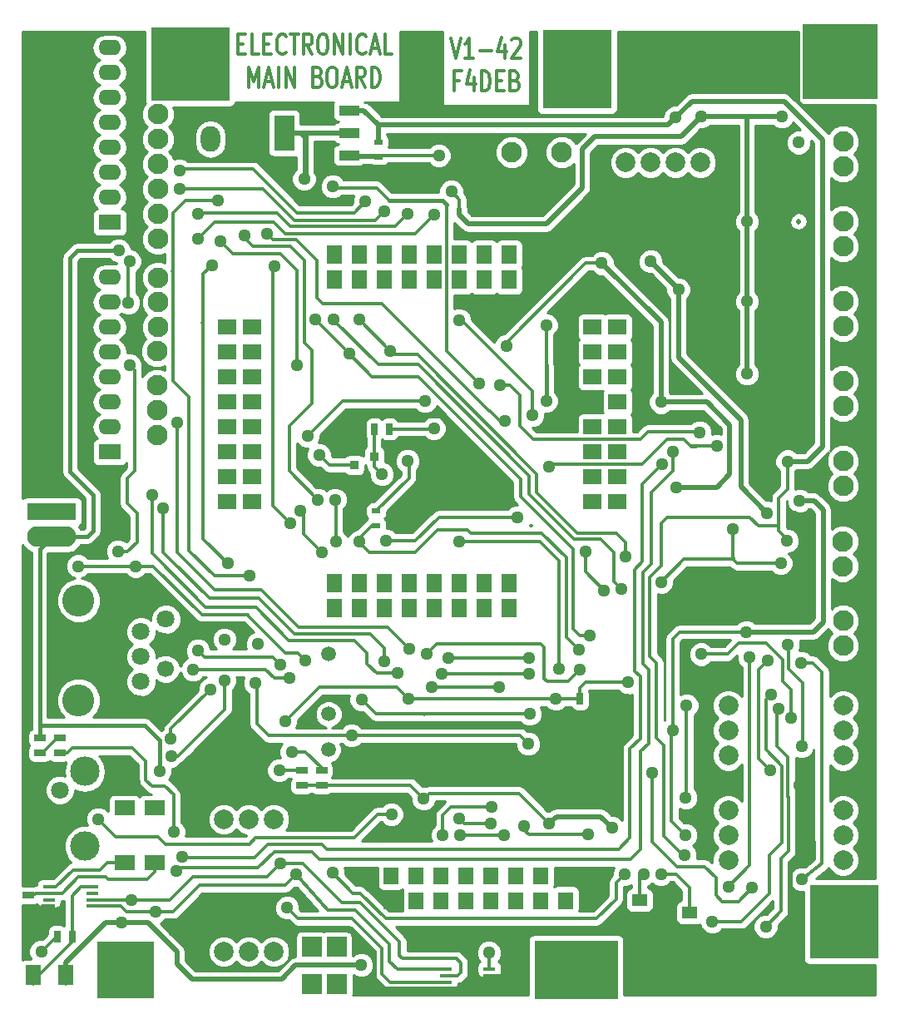
<source format=gtl>
G04 #@! TF.FileFunction,Copper,L1,Top,Signal*
%FSLAX46Y46*%
G04 Gerber Fmt 4.6, Leading zero omitted, Abs format (unit mm)*
G04 Created by KiCad (PCBNEW 4.0.6) date 01/03/18 21:04:18*
%MOMM*%
%LPD*%
G01*
G04 APERTURE LIST*
%ADD10C,0.150000*%
%ADD11C,0.304800*%
%ADD12R,2.032000X3.657600*%
%ADD13R,2.032000X1.016000*%
%ADD14R,1.524000X1.270000*%
%ADD15R,0.900000X0.500000*%
%ADD16R,2.000000X2.600000*%
%ADD17O,2.000000X2.600000*%
%ADD18R,7.000000X7.500000*%
%ADD19R,8.000000X7.500000*%
%ADD20R,7.600000X7.600000*%
%ADD21R,7.000000X8.000000*%
%ADD22R,8.500000X6.000000*%
%ADD23R,5.800000X5.800000*%
%ADD24C,1.800860*%
%ADD25C,1.700000*%
%ADD26C,3.251200*%
%ADD27R,1.998980X1.998980*%
%ADD28R,1.800860X2.100580*%
%ADD29C,2.100580*%
%ADD30R,5.000000X1.800860*%
%ADD31O,5.000000X2.100580*%
%ADD32C,1.998980*%
%ADD33R,1.524000X1.800860*%
%ADD34R,2.100580X1.899920*%
%ADD35R,0.914400X0.914400*%
%ADD36C,1.500000*%
%ADD37R,1.143000X0.635000*%
%ADD38R,2.000000X1.500000*%
%ADD39R,2.000000X1.524000*%
%ADD40R,0.635000X1.143000*%
%ADD41R,1.524000X2.032000*%
%ADD42R,1.270000X0.406400*%
%ADD43R,2.286000X1.574800*%
%ADD44O,2.286000X1.574800*%
%ADD45C,2.999740*%
%ADD46O,2.999740X2.999740*%
%ADD47R,1.900000X1.600000*%
%ADD48R,1.900000X1.600200*%
%ADD49R,1.600200X1.899920*%
%ADD50C,1.300480*%
%ADD51C,2.100000*%
%ADD52C,0.500380*%
%ADD53C,0.350520*%
%ADD54C,0.398780*%
%ADD55C,0.254000*%
G04 APERTURE END LIST*
D10*
D11*
X80064428Y-55630838D02*
X80572428Y-57662838D01*
X81080428Y-55630838D01*
X82386714Y-57662838D02*
X81515857Y-57662838D01*
X81951285Y-57662838D02*
X81951285Y-55630838D01*
X81806142Y-55921124D01*
X81661000Y-56114648D01*
X81515857Y-56211410D01*
X83039857Y-56888743D02*
X84201000Y-56888743D01*
X85579857Y-56308171D02*
X85579857Y-57662838D01*
X85217000Y-55534076D02*
X84854143Y-56985505D01*
X85797571Y-56985505D01*
X86305572Y-55824362D02*
X86378143Y-55727600D01*
X86523286Y-55630838D01*
X86886143Y-55630838D01*
X87031286Y-55727600D01*
X87103857Y-55824362D01*
X87176429Y-56017886D01*
X87176429Y-56211410D01*
X87103857Y-56501695D01*
X86233000Y-57662838D01*
X87176429Y-57662838D01*
X80971571Y-59951257D02*
X80463571Y-59951257D01*
X80463571Y-61015638D02*
X80463571Y-58983638D01*
X81189285Y-58983638D01*
X82423000Y-59660971D02*
X82423000Y-61015638D01*
X82060143Y-58886876D02*
X81697286Y-60338305D01*
X82640714Y-60338305D01*
X83221286Y-61015638D02*
X83221286Y-58983638D01*
X83584143Y-58983638D01*
X83801858Y-59080400D01*
X83947000Y-59273924D01*
X84019572Y-59467448D01*
X84092143Y-59854495D01*
X84092143Y-60144781D01*
X84019572Y-60531829D01*
X83947000Y-60725352D01*
X83801858Y-60918876D01*
X83584143Y-61015638D01*
X83221286Y-61015638D01*
X84745286Y-59951257D02*
X85253286Y-59951257D01*
X85471000Y-61015638D02*
X84745286Y-61015638D01*
X84745286Y-58983638D01*
X85471000Y-58983638D01*
X86632143Y-59951257D02*
X86849857Y-60048019D01*
X86922429Y-60144781D01*
X86995000Y-60338305D01*
X86995000Y-60628590D01*
X86922429Y-60822114D01*
X86849857Y-60918876D01*
X86704715Y-61015638D01*
X86124143Y-61015638D01*
X86124143Y-58983638D01*
X86632143Y-58983638D01*
X86777286Y-59080400D01*
X86849857Y-59177162D01*
X86922429Y-59370686D01*
X86922429Y-59564210D01*
X86849857Y-59757733D01*
X86777286Y-59854495D01*
X86632143Y-59951257D01*
X86124143Y-59951257D01*
X58438144Y-56217457D02*
X58946144Y-56217457D01*
X59163858Y-57281838D02*
X58438144Y-57281838D01*
X58438144Y-55249838D01*
X59163858Y-55249838D01*
X60542715Y-57281838D02*
X59817001Y-57281838D01*
X59817001Y-55249838D01*
X61050715Y-56217457D02*
X61558715Y-56217457D01*
X61776429Y-57281838D02*
X61050715Y-57281838D01*
X61050715Y-55249838D01*
X61776429Y-55249838D01*
X63300429Y-57088314D02*
X63227858Y-57185076D01*
X63010144Y-57281838D01*
X62865001Y-57281838D01*
X62647286Y-57185076D01*
X62502144Y-56991552D01*
X62429572Y-56798029D01*
X62357001Y-56410981D01*
X62357001Y-56120695D01*
X62429572Y-55733648D01*
X62502144Y-55540124D01*
X62647286Y-55346600D01*
X62865001Y-55249838D01*
X63010144Y-55249838D01*
X63227858Y-55346600D01*
X63300429Y-55443362D01*
X63735858Y-55249838D02*
X64606715Y-55249838D01*
X64171286Y-57281838D02*
X64171286Y-55249838D01*
X65985572Y-57281838D02*
X65477572Y-56314219D01*
X65114715Y-57281838D02*
X65114715Y-55249838D01*
X65695287Y-55249838D01*
X65840429Y-55346600D01*
X65913001Y-55443362D01*
X65985572Y-55636886D01*
X65985572Y-55927171D01*
X65913001Y-56120695D01*
X65840429Y-56217457D01*
X65695287Y-56314219D01*
X65114715Y-56314219D01*
X66929001Y-55249838D02*
X67219287Y-55249838D01*
X67364429Y-55346600D01*
X67509572Y-55540124D01*
X67582144Y-55927171D01*
X67582144Y-56604505D01*
X67509572Y-56991552D01*
X67364429Y-57185076D01*
X67219287Y-57281838D01*
X66929001Y-57281838D01*
X66783858Y-57185076D01*
X66638715Y-56991552D01*
X66566144Y-56604505D01*
X66566144Y-55927171D01*
X66638715Y-55540124D01*
X66783858Y-55346600D01*
X66929001Y-55249838D01*
X68235286Y-57281838D02*
X68235286Y-55249838D01*
X69106143Y-57281838D01*
X69106143Y-55249838D01*
X69831857Y-57281838D02*
X69831857Y-55249838D01*
X71428428Y-57088314D02*
X71355857Y-57185076D01*
X71138143Y-57281838D01*
X70993000Y-57281838D01*
X70775285Y-57185076D01*
X70630143Y-56991552D01*
X70557571Y-56798029D01*
X70485000Y-56410981D01*
X70485000Y-56120695D01*
X70557571Y-55733648D01*
X70630143Y-55540124D01*
X70775285Y-55346600D01*
X70993000Y-55249838D01*
X71138143Y-55249838D01*
X71355857Y-55346600D01*
X71428428Y-55443362D01*
X72009000Y-56701267D02*
X72734714Y-56701267D01*
X71863857Y-57281838D02*
X72371857Y-55249838D01*
X72879857Y-57281838D01*
X74113571Y-57281838D02*
X73387857Y-57281838D01*
X73387857Y-55249838D01*
X59526715Y-60634638D02*
X59526715Y-58602638D01*
X60034715Y-60054067D01*
X60542715Y-58602638D01*
X60542715Y-60634638D01*
X61195858Y-60054067D02*
X61921572Y-60054067D01*
X61050715Y-60634638D02*
X61558715Y-58602638D01*
X62066715Y-60634638D01*
X62574715Y-60634638D02*
X62574715Y-58602638D01*
X63300429Y-60634638D02*
X63300429Y-58602638D01*
X64171286Y-60634638D01*
X64171286Y-58602638D01*
X66566143Y-59570257D02*
X66783857Y-59667019D01*
X66856429Y-59763781D01*
X66929000Y-59957305D01*
X66929000Y-60247590D01*
X66856429Y-60441114D01*
X66783857Y-60537876D01*
X66638715Y-60634638D01*
X66058143Y-60634638D01*
X66058143Y-58602638D01*
X66566143Y-58602638D01*
X66711286Y-58699400D01*
X66783857Y-58796162D01*
X66856429Y-58989686D01*
X66856429Y-59183210D01*
X66783857Y-59376733D01*
X66711286Y-59473495D01*
X66566143Y-59570257D01*
X66058143Y-59570257D01*
X67872429Y-58602638D02*
X68162715Y-58602638D01*
X68307857Y-58699400D01*
X68453000Y-58892924D01*
X68525572Y-59279971D01*
X68525572Y-59957305D01*
X68453000Y-60344352D01*
X68307857Y-60537876D01*
X68162715Y-60634638D01*
X67872429Y-60634638D01*
X67727286Y-60537876D01*
X67582143Y-60344352D01*
X67509572Y-59957305D01*
X67509572Y-59279971D01*
X67582143Y-58892924D01*
X67727286Y-58699400D01*
X67872429Y-58602638D01*
X69106143Y-60054067D02*
X69831857Y-60054067D01*
X68961000Y-60634638D02*
X69469000Y-58602638D01*
X69977000Y-60634638D01*
X71355857Y-60634638D02*
X70847857Y-59667019D01*
X70485000Y-60634638D02*
X70485000Y-58602638D01*
X71065572Y-58602638D01*
X71210714Y-58699400D01*
X71283286Y-58796162D01*
X71355857Y-58989686D01*
X71355857Y-59279971D01*
X71283286Y-59473495D01*
X71210714Y-59570257D01*
X71065572Y-59667019D01*
X70485000Y-59667019D01*
X72009000Y-60634638D02*
X72009000Y-58602638D01*
X72371857Y-58602638D01*
X72589572Y-58699400D01*
X72734714Y-58892924D01*
X72807286Y-59086448D01*
X72879857Y-59473495D01*
X72879857Y-59763781D01*
X72807286Y-60150829D01*
X72734714Y-60344352D01*
X72589572Y-60537876D01*
X72371857Y-60634638D01*
X72009000Y-60634638D01*
D12*
X63119000Y-65278000D03*
D13*
X69723000Y-65278000D03*
X69723000Y-62992000D03*
X69723000Y-67564000D03*
D14*
X99314000Y-143383000D03*
X104394000Y-144653000D03*
X99314000Y-145923000D03*
D15*
X72491600Y-103745600D03*
X72491600Y-105245600D03*
X72720200Y-66229800D03*
X72720200Y-67729800D03*
D16*
X58166000Y-65913000D03*
D17*
X55626000Y-65913000D03*
D18*
X120119520Y-145572480D03*
D19*
X53563520Y-58253480D03*
D20*
X119726200Y-58048400D03*
D21*
X92933520Y-58807480D03*
D22*
X92837000Y-150495000D03*
D23*
X46990000Y-150495000D03*
D24*
X48547020Y-118584980D03*
X48547020Y-116044980D03*
X48547020Y-121124980D03*
X51087020Y-114774980D03*
D25*
X51087020Y-117314980D03*
X51087020Y-119854980D03*
D26*
X42197020Y-123029980D03*
X42197020Y-112869980D03*
D27*
X65963800Y-151892000D03*
X68503800Y-151892000D03*
X65913000Y-148132800D03*
X68453000Y-148132800D03*
D28*
X83756500Y-67246500D03*
D29*
X86296500Y-67246500D03*
D28*
X88836500Y-67246500D03*
D29*
X91376500Y-67246500D03*
D30*
X39466520Y-103852980D03*
D31*
X39466520Y-106392980D03*
D32*
X105506520Y-68292980D03*
D27*
X95346520Y-68292980D03*
D32*
X97886520Y-68292980D03*
X100426520Y-68292980D03*
X102966520Y-68292980D03*
D33*
X91790520Y-140873480D03*
X91790520Y-143413480D03*
X89250520Y-140873480D03*
X89250520Y-143413480D03*
X86710520Y-140873480D03*
X86710520Y-143413480D03*
X84170520Y-140873480D03*
X84170520Y-143413480D03*
X81630520Y-140873480D03*
X81630520Y-143413480D03*
X79090520Y-140873480D03*
X79090520Y-143413480D03*
X76550520Y-140873480D03*
X76550520Y-143413480D03*
X74010520Y-140873480D03*
X74010520Y-143413480D03*
D34*
X120015000Y-71755000D03*
D29*
X120015000Y-74295000D03*
X120015000Y-76835000D03*
D34*
X120015000Y-88011000D03*
D29*
X120015000Y-90551000D03*
X120015000Y-93091000D03*
D34*
X120015000Y-79883000D03*
D29*
X120015000Y-82423000D03*
X120015000Y-84963000D03*
D34*
X120015000Y-63627000D03*
D29*
X120015000Y-66167000D03*
X120015000Y-68707000D03*
D34*
X120015000Y-112395000D03*
D29*
X120015000Y-114935000D03*
X120015000Y-117475000D03*
D34*
X119984520Y-104297480D03*
D29*
X119984520Y-106837480D03*
X119984520Y-109377480D03*
D34*
X120015000Y-96139000D03*
D29*
X120015000Y-98679000D03*
X120015000Y-101219000D03*
D27*
X108331000Y-131699000D03*
D32*
X108331000Y-134239000D03*
X108331000Y-136779000D03*
X108331000Y-139319000D03*
D27*
X120015000Y-131699000D03*
D32*
X120015000Y-134239000D03*
X120015000Y-136779000D03*
X120015000Y-139319000D03*
D27*
X54452520Y-148620480D03*
D32*
X56992520Y-148620480D03*
X59532520Y-148620480D03*
X62072520Y-148620480D03*
D27*
X54452520Y-135158480D03*
D32*
X56992520Y-135158480D03*
X59532520Y-135158480D03*
X62072520Y-135158480D03*
D27*
X108331000Y-121031000D03*
D32*
X108331000Y-123571000D03*
X108331000Y-126111000D03*
X108331000Y-128651000D03*
D27*
X120015000Y-121031000D03*
D32*
X120015000Y-123571000D03*
X120015000Y-126111000D03*
X120015000Y-128651000D03*
D35*
X70256400Y-99085400D03*
X70256400Y-97307400D03*
X72288400Y-98196400D03*
D36*
X67665600Y-118338600D03*
X67665600Y-124434600D03*
D37*
X38227000Y-126873000D03*
X38227000Y-128397000D03*
D38*
X49911000Y-139573000D03*
X46863000Y-139573000D03*
D39*
X49911000Y-133985000D03*
X46863000Y-133985000D03*
D37*
X37084000Y-142875000D03*
X37084000Y-144399000D03*
D40*
X40005000Y-147066000D03*
X41529000Y-147066000D03*
D37*
X40259000Y-126873000D03*
X40259000Y-128397000D03*
D41*
X40894000Y-151003000D03*
X37592000Y-151003000D03*
D42*
X79565500Y-150406100D03*
X79565500Y-151053800D03*
X79565500Y-151714200D03*
X79565500Y-152361900D03*
X84010500Y-152361900D03*
X84010500Y-151714200D03*
X84010500Y-151053800D03*
X84010500Y-150406100D03*
X39179500Y-142024100D03*
X39179500Y-142671800D03*
X39179500Y-143332200D03*
X39179500Y-143979900D03*
X43624500Y-143979900D03*
X43624500Y-143332200D03*
X43624500Y-142671800D03*
X43624500Y-142024100D03*
D40*
X73837800Y-95427800D03*
X72313800Y-95427800D03*
D43*
X45372020Y-74388980D03*
D44*
X45372020Y-71848980D03*
X45372020Y-69308980D03*
X45372020Y-66768980D03*
X45372020Y-64228980D03*
X45372020Y-61688980D03*
X45372020Y-59148980D03*
X45372020Y-56608980D03*
X37752020Y-56608980D03*
X37752020Y-59148980D03*
X37752020Y-61688980D03*
X37752020Y-64228980D03*
X37752020Y-66768980D03*
X37752020Y-69308980D03*
X37752020Y-71848980D03*
X37752020Y-74388980D03*
D43*
X45372020Y-97756980D03*
D44*
X45372020Y-95216980D03*
X45372020Y-92676980D03*
X45372020Y-90136980D03*
X45372020Y-87596980D03*
X45372020Y-85056980D03*
X45372020Y-82516980D03*
X45372020Y-79976980D03*
X37752020Y-79976980D03*
X37752020Y-82516980D03*
X37752020Y-85056980D03*
X37752020Y-87596980D03*
X37752020Y-90136980D03*
X37752020Y-92676980D03*
X37752020Y-95216980D03*
X37752020Y-97756980D03*
D24*
X40292020Y-135983980D03*
X40292020Y-132173980D03*
D45*
X42832020Y-137888980D03*
D46*
X42832020Y-130268980D03*
D37*
X66929000Y-131699000D03*
X66929000Y-130175000D03*
X64897000Y-131699000D03*
X64897000Y-130175000D03*
D40*
X93251020Y-122902980D03*
X94775020Y-122902980D03*
D47*
X94518480Y-85056980D03*
X97058480Y-85056980D03*
X94518480Y-87596980D03*
X97058480Y-87596980D03*
X94518480Y-90136980D03*
X97058480Y-90136980D03*
X94518480Y-92676980D03*
X97058480Y-92676980D03*
X94518480Y-95216980D03*
X97058480Y-95216980D03*
X94518480Y-97756980D03*
X97058480Y-97756980D03*
X94518480Y-100296980D03*
X97058480Y-100296980D03*
X94518480Y-102836980D03*
X97058480Y-102836980D03*
D48*
X57310020Y-85056980D03*
X59850020Y-85056980D03*
X57310020Y-87596980D03*
X59850020Y-87596980D03*
X57310020Y-90136980D03*
X59850020Y-90136980D03*
X57310020Y-92676980D03*
X59850020Y-92676980D03*
X57310020Y-95216980D03*
X59850020Y-95216980D03*
X57310020Y-97756980D03*
X59850020Y-97756980D03*
X57310020Y-100296980D03*
X59850020Y-100296980D03*
X57310020Y-102836980D03*
X59850020Y-102836980D03*
D49*
X68232020Y-80230980D03*
X68232020Y-77690980D03*
X70772020Y-80230980D03*
X70772020Y-77690980D03*
X73312020Y-80230980D03*
X73312020Y-77690980D03*
X75852020Y-80230980D03*
X75852020Y-77690980D03*
X78392020Y-80230980D03*
X78392020Y-77690980D03*
X80932020Y-80230980D03*
X80932020Y-77690980D03*
X83472020Y-80230980D03*
X83472020Y-77690980D03*
X86012020Y-80230980D03*
X86012020Y-77690980D03*
X86012020Y-113631980D03*
X86012020Y-111091980D03*
X83472020Y-113631980D03*
X83472020Y-111091980D03*
X80932020Y-113631980D03*
X80932020Y-111091980D03*
X78392020Y-113631980D03*
X78392020Y-111091980D03*
X75852020Y-113631980D03*
X75852020Y-111091980D03*
X73312020Y-113631980D03*
X73312020Y-111091980D03*
X70772020Y-113631980D03*
X70772020Y-111091980D03*
X68232020Y-113631980D03*
X68232020Y-111091980D03*
D36*
X67614800Y-128041400D03*
X67614800Y-133883400D03*
D50*
X115493800Y-66268600D03*
X80137000Y-71247000D03*
X105537000Y-63627000D03*
X113792000Y-63627000D03*
X110236000Y-82423000D03*
X110236000Y-74295000D03*
X110236000Y-89789000D03*
X68072000Y-70739000D03*
X46558200Y-145669000D03*
X83972400Y-148717000D03*
X77317600Y-133045200D03*
X90093800Y-135585200D03*
X102692200Y-126085600D03*
X110159800Y-116078000D03*
X70967600Y-149987000D03*
X103962200Y-136753600D03*
X96494600Y-136017000D03*
X115595400Y-102717600D03*
X112242600Y-103962200D03*
X83007200Y-90805000D03*
X100426520Y-78359000D03*
X103251000Y-81229200D03*
X78359000Y-95377000D03*
X79832200Y-118719600D03*
X88036400Y-118694200D03*
X88036400Y-120345200D03*
X79171800Y-120319800D03*
X84963000Y-121666000D03*
X78181200Y-121691400D03*
X77647800Y-118338600D03*
X93243400Y-119888000D03*
X66675000Y-98044000D03*
X97790000Y-140716000D03*
X68072000Y-140589000D03*
X64795400Y-103708200D03*
X73075800Y-100025200D03*
X66929000Y-107975400D03*
X112141000Y-146050000D03*
X113423700Y-123863100D03*
X68300600Y-102616000D03*
X68402200Y-106883200D03*
X85090000Y-90932000D03*
X105410000Y-95758000D03*
X101498400Y-110998000D03*
X108813600Y-105638600D03*
X113665000Y-109093000D03*
X73482200Y-106781600D03*
X107188000Y-97155000D03*
X90043000Y-99237800D03*
X86868000Y-104394000D03*
X91084400Y-119837200D03*
X80949800Y-106883200D03*
X60426600Y-117297200D03*
X60198000Y-121285000D03*
X70002400Y-126619000D03*
X87960200Y-127457200D03*
X57048400Y-116840000D03*
X57023000Y-121031000D03*
X51612800Y-128676400D03*
X52120800Y-140436600D03*
X102717600Y-97764600D03*
X55626000Y-121920000D03*
X51587400Y-126974600D03*
X52705000Y-138938000D03*
X101600000Y-99034600D03*
X93776800Y-107848400D03*
X88112600Y-124409200D03*
X70993000Y-122936000D03*
X95681800Y-111861600D03*
X110515400Y-118643400D03*
X108331000Y-141986000D03*
X93091000Y-117856000D03*
X70764400Y-106908600D03*
X68148200Y-84251800D03*
X97485200Y-111734600D03*
X112318800Y-118999000D03*
X112598200Y-130175000D03*
X94259400Y-116459000D03*
X66319400Y-84302600D03*
X69748400Y-87731600D03*
X103987600Y-132943600D03*
X104089200Y-123571000D03*
X88392000Y-93980000D03*
X80924400Y-84328000D03*
X114401600Y-117373400D03*
X115798600Y-127711200D03*
X70764400Y-84277200D03*
X73939400Y-87477600D03*
X97866200Y-108356400D03*
X105562400Y-118338600D03*
X114706400Y-124815600D03*
X115747800Y-119227600D03*
X115824000Y-141224000D03*
X100584000Y-130429000D03*
X110744000Y-142113000D03*
X80949800Y-135102600D03*
X84150200Y-135585200D03*
X81000600Y-136779000D03*
X85521800Y-136779000D03*
X84201000Y-133908800D03*
X79273400Y-136779000D03*
X47371000Y-88900000D03*
X46202600Y-107873800D03*
X61341000Y-75565000D03*
X85598000Y-94615000D03*
X63627000Y-120777000D03*
X53848000Y-119888000D03*
X59055000Y-75692000D03*
X66548000Y-102616000D03*
X54356000Y-117983000D03*
X62738000Y-119380000D03*
X65278000Y-118999000D03*
X48006000Y-109372400D03*
X42164000Y-109372400D03*
X89789000Y-92583000D03*
X89789000Y-84836000D03*
X49657000Y-102108000D03*
X74650600Y-120269000D03*
X50800000Y-103505000D03*
D51*
X50165000Y-96012000D03*
D50*
X73304400Y-119049800D03*
X52451000Y-70993000D03*
D51*
X50292000Y-70993000D03*
D50*
X73279000Y-73279000D03*
X52451000Y-69088000D03*
D51*
X50292000Y-68453000D03*
D50*
X71374000Y-72263000D03*
X59563000Y-110363000D03*
X56388000Y-72136000D03*
D51*
X50292000Y-65913000D03*
X50292000Y-63373000D03*
D50*
X56642000Y-76327000D03*
X64414400Y-88950800D03*
X75895200Y-117805200D03*
D51*
X50165000Y-93472000D03*
D50*
X52197000Y-94742000D03*
D51*
X50165000Y-90932000D03*
X50165000Y-87503000D03*
X50258980Y-85056980D03*
X50258980Y-82516980D03*
D50*
X47244000Y-82550000D03*
X47371000Y-78359000D03*
D51*
X50292000Y-80010000D03*
D50*
X54356000Y-76073000D03*
D51*
X50292000Y-76073000D03*
D50*
X78409800Y-73609200D03*
X54356000Y-73533000D03*
D51*
X50292000Y-73533000D03*
D50*
X75692000Y-73533000D03*
X58547000Y-115595400D03*
X53848000Y-115570000D03*
X101727000Y-148717000D03*
X58547000Y-122174000D03*
X70866000Y-94234000D03*
X70993000Y-148005800D03*
X51917600Y-146456400D03*
X37109400Y-146507200D03*
X38862000Y-139776200D03*
X115570000Y-131699000D03*
X97942400Y-122936000D03*
X68478400Y-97307400D03*
X115011200Y-104317800D03*
X113284000Y-112141000D03*
X47879000Y-131445000D03*
X101981000Y-61849000D03*
X81381600Y-99949000D03*
X50419000Y-130251200D03*
X46278800Y-77241400D03*
X63246000Y-125196600D03*
X85725000Y-86995000D03*
X75692000Y-98679000D03*
X101473000Y-92684600D03*
X95453200Y-78536800D03*
X102997000Y-101346000D03*
X98120200Y-121208800D03*
X90779600Y-122885200D03*
X75742800Y-122885200D03*
X38404800Y-148590000D03*
X102971600Y-63728600D03*
X114350800Y-98704400D03*
X114325400Y-106807000D03*
X99695000Y-140716000D03*
X112649000Y-122478800D03*
X106705400Y-145542000D03*
X103886000Y-138760200D03*
X78867000Y-67564000D03*
X77470000Y-92583000D03*
X65532000Y-96139000D03*
X51866800Y-136448800D03*
X63423800Y-144145000D03*
X57404000Y-109093000D03*
X55753000Y-78740000D03*
X101473000Y-140716000D03*
X87553800Y-135788400D03*
X94056200Y-136702800D03*
X62103000Y-78867000D03*
X65151000Y-69977000D03*
X74041000Y-134620000D03*
X44196000Y-135128000D03*
X63754000Y-105029000D03*
X47574200Y-143332200D03*
X62712600Y-139674600D03*
X62611000Y-130175000D03*
X64338200Y-140766800D03*
X63881000Y-128270000D03*
X50012600Y-144526000D03*
D52*
X115468400Y-74320400D02*
X115519200Y-74269600D01*
X115493800Y-74295000D02*
X115468400Y-74320400D01*
D53*
X88290400Y-105257600D02*
X88239600Y-105257600D01*
X81026000Y-73025000D02*
X80949800Y-73025000D01*
X80949800Y-72948800D02*
X81026000Y-73025000D01*
X80949800Y-72059800D02*
X80949800Y-72948800D01*
X80137000Y-71247000D02*
X80949800Y-72059800D01*
D52*
X81864200Y-74549000D02*
X80949800Y-73634600D01*
X89789000Y-74549000D02*
X81864200Y-74549000D01*
X93472000Y-70866000D02*
X89789000Y-74549000D01*
X93472000Y-66929000D02*
X93472000Y-70866000D01*
X94742000Y-65659000D02*
X93472000Y-66929000D01*
X80949800Y-73634600D02*
X80949800Y-73025000D01*
X102743000Y-65659000D02*
X94742000Y-65659000D01*
X115493800Y-66268600D02*
X115519200Y-66243200D01*
X115519200Y-66243200D02*
X115519200Y-66090800D01*
X105537000Y-63627000D02*
X103505000Y-65659000D01*
X103505000Y-65659000D02*
X102870000Y-65659000D01*
X110236000Y-63627000D02*
X105537000Y-63627000D01*
X113792000Y-63627000D02*
X110236000Y-63627000D01*
X110236000Y-82423000D02*
X110236000Y-85217000D01*
X110236000Y-74295000D02*
X110236000Y-82423000D01*
X110236000Y-63627000D02*
X110236000Y-74295000D01*
X110236000Y-89789000D02*
X110236000Y-85217000D01*
D53*
X73837800Y-95427800D02*
X78308200Y-95427800D01*
X78308200Y-95427800D02*
X78359000Y-95377000D01*
X72517000Y-70866000D02*
X73787000Y-72136000D01*
X68199000Y-70866000D02*
X72517000Y-70866000D01*
X68072000Y-70739000D02*
X68199000Y-70866000D01*
D52*
X52222400Y-148869400D02*
X52222400Y-149885400D01*
X52222400Y-149885400D02*
X53746400Y-151409400D01*
X53746400Y-151409400D02*
X62865000Y-151409400D01*
X62865000Y-151409400D02*
X64287400Y-149987000D01*
X64287400Y-149987000D02*
X70967600Y-149987000D01*
X46558200Y-145669000D02*
X49276000Y-145669000D01*
X52222400Y-148615400D02*
X52222400Y-148869400D01*
X49276000Y-145669000D02*
X52222400Y-148615400D01*
X46558200Y-145669000D02*
X44958000Y-145669000D01*
X40894000Y-149733000D02*
X40894000Y-151003000D01*
X44958000Y-145669000D02*
X40894000Y-149733000D01*
D53*
X83972400Y-148717000D02*
X84010500Y-148755100D01*
X84010500Y-148755100D02*
X84010500Y-150406100D01*
X53746400Y-151409400D02*
X52222400Y-149885400D01*
X62865000Y-151409400D02*
X53746400Y-151409400D01*
X64236600Y-150037800D02*
X62865000Y-151409400D01*
X64668400Y-150037800D02*
X64236600Y-150037800D01*
D52*
X103251000Y-88138000D02*
X109601000Y-94488000D01*
X109601000Y-94488000D02*
X109601000Y-101320600D01*
X95351600Y-134874000D02*
X90805000Y-134874000D01*
D53*
X87020400Y-132511800D02*
X77851000Y-132511800D01*
X77851000Y-132511800D02*
X77317600Y-133045200D01*
X90093800Y-135585200D02*
X87020400Y-132511800D01*
X102539800Y-134264400D02*
X102539800Y-134289800D01*
X102692200Y-126085600D02*
X102539800Y-126238000D01*
X102539800Y-133375400D02*
X102539800Y-134264400D01*
X102539800Y-126238000D02*
X102539800Y-133375400D01*
X102692200Y-118287800D02*
X102692200Y-126085600D01*
X40894000Y-151892000D02*
X40894000Y-149987000D01*
X64744600Y-131546600D02*
X64897000Y-131699000D01*
X64897000Y-131699000D02*
X66929000Y-131699000D01*
X65735200Y-131699000D02*
X75971400Y-131699000D01*
X64897000Y-131699000D02*
X65735200Y-131699000D01*
X70916800Y-150037800D02*
X64668400Y-150037800D01*
X70967600Y-149987000D02*
X70916800Y-150037800D01*
X102539800Y-135331200D02*
X103962200Y-136753600D01*
X102539800Y-133375400D02*
X102539800Y-135331200D01*
D52*
X90805000Y-134874000D02*
X90093800Y-135585200D01*
X96494600Y-136017000D02*
X95351600Y-134874000D01*
D53*
X102692200Y-116763800D02*
X102692200Y-118287800D01*
X103378000Y-116078000D02*
X102692200Y-116763800D01*
X110159800Y-116078000D02*
X103378000Y-116078000D01*
X79654400Y-87452200D02*
X83007200Y-90805000D01*
X79654400Y-72542400D02*
X79654400Y-87452200D01*
X73837800Y-95427800D02*
X76200000Y-95427800D01*
D52*
X103251000Y-81183480D02*
X100426520Y-78359000D01*
D53*
X103251000Y-81229200D02*
X103251000Y-81183480D01*
X103273860Y-81206340D02*
X103251000Y-81229200D01*
X103251000Y-81229200D02*
X103273860Y-81206340D01*
D52*
X109601000Y-101320600D02*
X112242600Y-103962200D01*
X103251000Y-81229200D02*
X103251000Y-88138000D01*
D53*
X78308200Y-95427800D02*
X78359000Y-95377000D01*
X76200000Y-95427800D02*
X78308200Y-95427800D01*
D52*
X117068600Y-102717600D02*
X117983000Y-103632000D01*
X117983000Y-103632000D02*
X117983000Y-115062000D01*
X117983000Y-115062000D02*
X116967000Y-116078000D01*
X116967000Y-116078000D02*
X110159800Y-116078000D01*
X115595400Y-102717600D02*
X117068600Y-102717600D01*
D53*
X75971400Y-131699000D02*
X77317600Y-133045200D01*
D54*
X73787000Y-72136000D02*
X79248000Y-72136000D01*
X79248000Y-72136000D02*
X79654400Y-72542400D01*
D53*
X88011000Y-118719600D02*
X88036400Y-118694200D01*
X79832200Y-118719600D02*
X88011000Y-118719600D01*
X88011000Y-120319800D02*
X88036400Y-120345200D01*
X79171800Y-120319800D02*
X88011000Y-120319800D01*
X84963000Y-121666000D02*
X84937600Y-121691400D01*
X84937600Y-121691400D02*
X78181200Y-121691400D01*
X77647800Y-118338600D02*
X78689200Y-117297200D01*
X78689200Y-117297200D02*
X89255600Y-117297200D01*
X89255600Y-117297200D02*
X89585800Y-117627400D01*
X89585800Y-117627400D02*
X89585800Y-120802400D01*
X89585800Y-120802400D02*
X89916000Y-121132600D01*
X89916000Y-121132600D02*
X91998800Y-121132600D01*
X91998800Y-121132600D02*
X93243400Y-119888000D01*
X70256400Y-99085400D02*
X67716400Y-99085400D01*
X67716400Y-99085400D02*
X66675000Y-98044000D01*
X94894400Y-145262600D02*
X96901000Y-143256000D01*
X96901000Y-143256000D02*
X96901000Y-141859000D01*
X73456800Y-145262600D02*
X70840600Y-142646400D01*
X73456800Y-145262600D02*
X94894400Y-145262600D01*
X96901000Y-141605000D02*
X97790000Y-140716000D01*
X96901000Y-141859000D02*
X96901000Y-141605000D01*
X68072000Y-140589000D02*
X70129400Y-142646400D01*
X70129400Y-142646400D02*
X70840600Y-142646400D01*
X72288400Y-95453200D02*
X72313800Y-95427800D01*
X72288400Y-98196400D02*
X72288400Y-95453200D01*
X65100200Y-103911400D02*
X65100200Y-103886000D01*
X64998600Y-103911400D02*
X64795400Y-103708200D01*
X65100200Y-103911400D02*
X64998600Y-103911400D01*
X73075800Y-100025200D02*
X72288400Y-99237800D01*
X72288400Y-99237800D02*
X72288400Y-98196400D01*
X66929000Y-107975400D02*
X65100200Y-106146600D01*
X65100200Y-103911400D02*
X65100200Y-106146600D01*
X113690400Y-144500600D02*
X113690400Y-143154400D01*
X112141000Y-146050000D02*
X113690400Y-144500600D01*
X114452400Y-135255000D02*
X114452400Y-138353800D01*
X114122200Y-138684000D02*
X113690400Y-139115800D01*
X113690400Y-139115800D02*
X113690400Y-143154400D01*
X114452400Y-132842000D02*
X114452400Y-135255000D01*
X113309400Y-123977400D02*
X113309400Y-125730000D01*
X113423700Y-123863100D02*
X113309400Y-123977400D01*
X113309400Y-127660400D02*
X114421922Y-128772922D01*
X114421922Y-128772922D02*
X114421922Y-132842000D01*
X114421922Y-132842000D02*
X114452400Y-132842000D01*
X113309400Y-125730000D02*
X113309400Y-127660400D01*
X114452400Y-138353800D02*
X114122200Y-138684000D01*
X68300600Y-102616000D02*
X68402200Y-102717600D01*
X68402200Y-102717600D02*
X68402200Y-106883200D01*
X85090000Y-90932000D02*
X86106000Y-90932000D01*
X87122000Y-95123000D02*
X88493600Y-96494600D01*
X87122000Y-91948000D02*
X87122000Y-95123000D01*
X86106000Y-90932000D02*
X87122000Y-91948000D01*
X88646000Y-96494600D02*
X88493600Y-96494600D01*
X92329000Y-96494600D02*
X88646000Y-96494600D01*
X98094800Y-96494600D02*
X99364800Y-96494600D01*
X100177600Y-95681800D02*
X100838000Y-95681800D01*
X99364800Y-96494600D02*
X100177600Y-95681800D01*
X98094800Y-96494600D02*
X92329000Y-96494600D01*
X105333800Y-95681800D02*
X105410000Y-95758000D01*
X100838000Y-95681800D02*
X105333800Y-95681800D01*
X101498400Y-110998000D02*
X103835200Y-108661200D01*
X100838000Y-95681800D02*
X103936800Y-95681800D01*
X103835200Y-108661200D02*
X108839000Y-108661200D01*
X108813600Y-108661200D02*
X108839000Y-108635800D01*
X108839000Y-108635800D02*
X108839000Y-108585000D01*
X108839000Y-108585000D02*
X108839000Y-108661200D01*
X108813600Y-105638600D02*
X108813600Y-108661200D01*
X109245400Y-109093000D02*
X108813600Y-108661200D01*
X113665000Y-109093000D02*
X109245400Y-109093000D01*
X78867000Y-104394000D02*
X82550000Y-104394000D01*
X82550000Y-104394000D02*
X86868000Y-104394000D01*
X76479400Y-106781600D02*
X78867000Y-104394000D01*
X73482200Y-106781600D02*
X76479400Y-106781600D01*
X103784400Y-96469200D02*
X104521000Y-97205800D01*
X104521000Y-97205800D02*
X105105200Y-97205800D01*
X104470200Y-97155000D02*
X107188000Y-97155000D01*
X103784400Y-96469200D02*
X104470200Y-97155000D01*
X90043000Y-99237800D02*
X90271600Y-99009200D01*
X99161600Y-99009200D02*
X99237800Y-99009200D01*
X90271600Y-99009200D02*
X99161600Y-99009200D01*
X99161600Y-99009200D02*
X99542600Y-99009200D01*
X102082600Y-96469200D02*
X102743000Y-96469200D01*
X99542600Y-99009200D02*
X102082600Y-96469200D01*
X102743000Y-96469200D02*
X103784400Y-96469200D01*
X91084400Y-108839000D02*
X89128600Y-106883200D01*
X89128600Y-106883200D02*
X80949800Y-106883200D01*
X91084400Y-119837200D02*
X91084400Y-108839000D01*
X60426600Y-117297200D02*
X60350400Y-117373400D01*
X60198000Y-121285000D02*
X60350400Y-121437400D01*
X87960200Y-127457200D02*
X87122000Y-126619000D01*
X87122000Y-126619000D02*
X70002400Y-126619000D01*
X60350400Y-125450600D02*
X61518800Y-126619000D01*
X61518800Y-126619000D02*
X70002400Y-126619000D01*
X60350400Y-121437400D02*
X60350400Y-125450600D01*
X57048400Y-116840000D02*
X57073800Y-116865400D01*
X57023000Y-121031000D02*
X57073800Y-121081800D01*
X57073800Y-121081800D02*
X57073800Y-123952000D01*
X57073800Y-123952000D02*
X52349400Y-128676400D01*
X52349400Y-128676400D02*
X51612800Y-128676400D01*
X98374200Y-139242800D02*
X99415600Y-138201400D01*
X71882000Y-139242800D02*
X98374200Y-139242800D01*
X66725800Y-139242800D02*
X65913000Y-138430000D01*
X65913000Y-138430000D02*
X62103000Y-138430000D01*
X62103000Y-138430000D02*
X60452000Y-140081000D01*
X71882000Y-139242800D02*
X66725800Y-139242800D01*
X60452000Y-140081000D02*
X52476400Y-140081000D01*
X52476400Y-140081000D02*
X52120800Y-140436600D01*
X99415600Y-138201400D02*
X99415600Y-135991600D01*
X99415600Y-135991600D02*
X99415600Y-129108200D01*
X99415600Y-128219200D02*
X100203000Y-127431800D01*
X100203000Y-127431800D02*
X100203000Y-119888000D01*
X99415600Y-129108200D02*
X99415600Y-128219200D01*
X102717600Y-99669600D02*
X100507800Y-101879400D01*
X100507800Y-101879400D02*
X100507800Y-106349800D01*
X102717600Y-97764600D02*
X102717600Y-99669600D01*
X100507800Y-109143800D02*
X99618800Y-110032800D01*
X99618800Y-110032800D02*
X99618800Y-119303800D01*
X99618800Y-119303800D02*
X100203000Y-119888000D01*
X100507800Y-106349800D02*
X100507800Y-109143800D01*
X55626000Y-121920000D02*
X51587400Y-125958600D01*
X51587400Y-125958600D02*
X51587400Y-126974600D01*
X52705000Y-138938000D02*
X52832000Y-139065000D01*
X52832000Y-139065000D02*
X60071000Y-139065000D01*
X60071000Y-139065000D02*
X61468000Y-137668000D01*
X61468000Y-137668000D02*
X66929000Y-137668000D01*
X66929000Y-137668000D02*
X67437000Y-138176000D01*
X67437000Y-138176000D02*
X97180400Y-138176000D01*
X98780600Y-120040400D02*
X99364800Y-120624600D01*
X98780600Y-109728000D02*
X98780600Y-120040400D01*
X99593400Y-108915200D02*
X98780600Y-109728000D01*
X99593400Y-101041200D02*
X101600000Y-99034600D01*
X99593400Y-106654600D02*
X99593400Y-101041200D01*
X99364800Y-126898400D02*
X98323400Y-127939800D01*
X98323400Y-137033000D02*
X98323400Y-127939800D01*
X99364800Y-120624600D02*
X99364800Y-126898400D01*
X99593400Y-106654600D02*
X99593400Y-108915200D01*
X97180400Y-138176000D02*
X98323400Y-137033000D01*
X93776800Y-109956600D02*
X93776800Y-107848400D01*
X77343000Y-124409200D02*
X88112600Y-124409200D01*
X70993000Y-122936000D02*
X72466200Y-124409200D01*
X72466200Y-124409200D02*
X77292200Y-124409200D01*
X77292200Y-124409200D02*
X77343000Y-124460000D01*
X77343000Y-124460000D02*
X77343000Y-124409200D01*
X95681800Y-111861600D02*
X93776800Y-109956600D01*
X110515400Y-135280400D02*
X110515400Y-118643400D01*
X108331000Y-141986000D02*
X110515400Y-139801600D01*
X110515400Y-139801600D02*
X108331000Y-141986000D01*
X110515400Y-135280400D02*
X110515400Y-139801600D01*
X72491600Y-105245600D02*
X72427400Y-105245600D01*
X72491600Y-105245600D02*
X72021000Y-105245600D01*
X91821000Y-116586000D02*
X93091000Y-117856000D01*
X89357200Y-105994200D02*
X91821000Y-108458000D01*
X91821000Y-108458000D02*
X91821000Y-116586000D01*
X70764400Y-106502200D02*
X70764400Y-106908600D01*
X81762600Y-105664000D02*
X82092800Y-105994200D01*
X82092800Y-105994200D02*
X89357200Y-105994200D01*
X70764400Y-106502200D02*
X70764400Y-106908600D01*
X72021000Y-105245600D02*
X70764400Y-106502200D01*
X71755000Y-107950000D02*
X76454000Y-107950000D01*
X76454000Y-107950000D02*
X78740000Y-105664000D01*
X78740000Y-105664000D02*
X81762600Y-105664000D01*
X70764400Y-106959400D02*
X71755000Y-107950000D01*
X70764400Y-106908600D02*
X70764400Y-106959400D01*
X72694800Y-88874600D02*
X76758800Y-88874600D01*
X68148200Y-84328000D02*
X72694800Y-88874600D01*
X88061800Y-100177600D02*
X76758800Y-88874600D01*
X68148200Y-84251800D02*
X68148200Y-84328000D01*
X96672400Y-108204000D02*
X96672400Y-110921800D01*
X96672400Y-110921800D02*
X97485200Y-111734600D01*
X96672400Y-107950000D02*
X95351600Y-106629200D01*
X95351600Y-106629200D02*
X92633800Y-106629200D01*
X92633800Y-106629200D02*
X88061800Y-102057200D01*
X88061800Y-102057200D02*
X88061800Y-100177600D01*
X96672400Y-108204000D02*
X96672400Y-107950000D01*
X111379000Y-124891800D02*
X111379000Y-119938800D01*
X111379000Y-119938800D02*
X112318800Y-118999000D01*
X111379000Y-128955800D02*
X112598200Y-130175000D01*
X111379000Y-124891800D02*
X111379000Y-128955800D01*
X90373200Y-105460800D02*
X90347800Y-105460800D01*
X90347800Y-105460800D02*
X90144600Y-105257600D01*
X94259400Y-116459000D02*
X93218000Y-116459000D01*
X92557600Y-107645200D02*
X90855800Y-105943400D01*
X92557600Y-107873800D02*
X92557600Y-107645200D01*
X92557600Y-115798600D02*
X92557600Y-107873800D01*
X93218000Y-116459000D02*
X92557600Y-115798600D01*
X90855800Y-105943400D02*
X90373200Y-105460800D01*
X69748400Y-87731600D02*
X72085200Y-90068400D01*
X66319400Y-84302600D02*
X69748400Y-87731600D01*
X92557600Y-107670600D02*
X87198200Y-102311200D01*
X87198200Y-102311200D02*
X87198200Y-100507800D01*
X87198200Y-100507800D02*
X76758800Y-90068400D01*
X76758800Y-90068400D02*
X72085200Y-90068400D01*
X92557600Y-107873800D02*
X92557600Y-107670600D01*
X103987600Y-132943600D02*
X104089200Y-132842000D01*
X104089200Y-132842000D02*
X104089200Y-123571000D01*
X80924400Y-84328000D02*
X81153000Y-84328000D01*
X88392000Y-91567000D02*
X88392000Y-93980000D01*
X81153000Y-84328000D02*
X88392000Y-91567000D01*
X114452400Y-117424200D02*
X114401600Y-117373400D01*
X114452400Y-119227600D02*
X114452400Y-117424200D01*
X114452400Y-119227600D02*
X114452400Y-119837200D01*
X114452400Y-119837200D02*
X115900200Y-121285000D01*
X115900200Y-121285000D02*
X115900200Y-124764800D01*
X115900200Y-127609600D02*
X115798600Y-127711200D01*
X115900200Y-124764800D02*
X115900200Y-127609600D01*
X88849200Y-100025200D02*
X76682600Y-87858600D01*
X76682600Y-87858600D02*
X74345800Y-87858600D01*
X73939400Y-87452200D02*
X70764400Y-84277200D01*
X74345800Y-87858600D02*
X73939400Y-87452200D01*
X73939400Y-87477600D02*
X73939400Y-87452200D01*
X73952100Y-87464900D02*
X73939400Y-87477600D01*
X73939400Y-87477600D02*
X73952100Y-87464900D01*
X94208600Y-106024678D02*
X92994478Y-106024678D01*
X92994478Y-106024678D02*
X88849200Y-101879400D01*
X88849200Y-101879400D02*
X88849200Y-100025200D01*
X96956878Y-106024678D02*
X97866200Y-106934000D01*
X97866200Y-106934000D02*
X97866200Y-108356400D01*
X94208600Y-106024678D02*
X96956878Y-106024678D01*
X108254800Y-118338600D02*
X109397800Y-117195600D01*
X109448600Y-117195600D02*
X110337600Y-117195600D01*
X109397800Y-117195600D02*
X109448600Y-117195600D01*
X105562400Y-118338600D02*
X108204000Y-118338600D01*
X108204000Y-118338600D02*
X108254800Y-118338600D01*
X110337600Y-117195600D02*
X112141000Y-117195600D01*
X112141000Y-117195600D02*
X113847878Y-118902478D01*
X109448600Y-117195600D02*
X112141000Y-117195600D01*
X113847878Y-118902478D02*
X113847878Y-120954800D01*
X113847878Y-121061478D02*
X114706400Y-121920000D01*
X114706400Y-121920000D02*
X114706400Y-124815600D01*
X113847878Y-120954800D02*
X113847878Y-121061478D01*
X116941600Y-119227600D02*
X117856000Y-120142000D01*
X117856000Y-120142000D02*
X117856000Y-137160000D01*
X117856000Y-137160000D02*
X117830600Y-137185400D01*
X115747800Y-119227600D02*
X116941600Y-119227600D01*
X116941600Y-119227600D02*
X115747800Y-119227600D01*
X117881400Y-137414000D02*
X117881400Y-120167400D01*
X117881400Y-120167400D02*
X116941600Y-119227600D01*
X117881400Y-139649200D02*
X115824000Y-141224000D01*
X117881400Y-137414000D02*
X117881400Y-139649200D01*
X100584000Y-130429000D02*
X100584000Y-131953000D01*
X110744000Y-142113000D02*
X109347000Y-143510000D01*
X109347000Y-143510000D02*
X107696000Y-143510000D01*
X100584000Y-137414000D02*
X103124000Y-139954000D01*
X103124000Y-139954000D02*
X105918000Y-139954000D01*
X105918000Y-139954000D02*
X107061000Y-141097000D01*
X107061000Y-141097000D02*
X107061000Y-142875000D01*
X107061000Y-142875000D02*
X107696000Y-143510000D01*
X100584000Y-131953000D02*
X100584000Y-137414000D01*
X80949800Y-135102600D02*
X81432400Y-135585200D01*
X81432400Y-135585200D02*
X84150200Y-135585200D01*
X81000600Y-136779000D02*
X85521800Y-136779000D01*
X80086200Y-133908800D02*
X79273400Y-134721600D01*
X79273400Y-134721600D02*
X79273400Y-136779000D01*
X84201000Y-133908800D02*
X80086200Y-133908800D01*
X47879000Y-89408000D02*
X47879000Y-89789000D01*
X47371000Y-88900000D02*
X47879000Y-89408000D01*
X47879000Y-97917000D02*
X47879000Y-93472000D01*
X47879000Y-89789000D02*
X47879000Y-93472000D01*
X47879000Y-97917000D02*
X47879000Y-99695000D01*
X47117000Y-100457000D02*
X47117000Y-102997000D01*
X47117000Y-102997000D02*
X48133000Y-104013000D01*
X48133000Y-104013000D02*
X48133000Y-106934000D01*
X48133000Y-106934000D02*
X47193200Y-107873800D01*
X47193200Y-107873800D02*
X46202600Y-107873800D01*
X47879000Y-99695000D02*
X47117000Y-100457000D01*
X85090000Y-94615000D02*
X85598000Y-94615000D01*
X84074000Y-93599000D02*
X85090000Y-94615000D01*
X83947000Y-93599000D02*
X81661000Y-91313000D01*
X61341000Y-75565000D02*
X61945522Y-76169522D01*
X61945522Y-76169522D02*
X64358522Y-76169522D01*
X64358522Y-76169522D02*
X66421000Y-78232000D01*
X66421000Y-78232000D02*
X66421000Y-82042000D01*
X66421000Y-82042000D02*
X67056000Y-82677000D01*
X67056000Y-82677000D02*
X73025000Y-82677000D01*
X73025000Y-82677000D02*
X81661000Y-91313000D01*
X83947000Y-93599000D02*
X84074000Y-93599000D01*
X63627000Y-120777000D02*
X62103000Y-120777000D01*
X62103000Y-120777000D02*
X61214000Y-119888000D01*
X61214000Y-119888000D02*
X53848000Y-119888000D01*
X59055000Y-75692000D02*
X59055000Y-75946000D01*
X59944000Y-76835000D02*
X63754000Y-76835000D01*
X59055000Y-75946000D02*
X59944000Y-76835000D01*
X65151000Y-78232000D02*
X65151000Y-86614000D01*
X63754000Y-76835000D02*
X65151000Y-78232000D01*
X63627000Y-97282000D02*
X63627000Y-99695000D01*
X63627000Y-99695000D02*
X66548000Y-102616000D01*
X63627000Y-95123000D02*
X63627000Y-97282000D01*
X65913000Y-92837000D02*
X63627000Y-95123000D01*
X65913000Y-87376000D02*
X65913000Y-92837000D01*
X65151000Y-86614000D02*
X65913000Y-87376000D01*
X60706000Y-118618000D02*
X54991000Y-118618000D01*
X61976000Y-118618000D02*
X60706000Y-118618000D01*
X54991000Y-118618000D02*
X54356000Y-117983000D01*
X61976000Y-118618000D02*
X60706000Y-118618000D01*
X62738000Y-119380000D02*
X61976000Y-118618000D01*
X48006000Y-109372400D02*
X49809400Y-109372400D01*
X59436000Y-114300000D02*
X59436000Y-114376200D01*
X59359800Y-114300000D02*
X59436000Y-114300000D01*
X54737000Y-114300000D02*
X59359800Y-114300000D01*
X49809400Y-109372400D02*
X54737000Y-114300000D01*
X63500000Y-118211600D02*
X63271400Y-118211600D01*
X63271400Y-118211600D02*
X59436000Y-114376200D01*
X65278000Y-118999000D02*
X64490600Y-118211600D01*
X64490600Y-118211600D02*
X63525400Y-118211600D01*
X63525400Y-118211600D02*
X63500000Y-118237000D01*
X63500000Y-118237000D02*
X63500000Y-118211600D01*
X42164000Y-109372400D02*
X48006000Y-109372400D01*
D54*
X89814400Y-88925400D02*
X89814400Y-92583000D01*
D53*
X89814400Y-88925400D02*
X89814400Y-88011000D01*
X89789000Y-92583000D02*
X89814400Y-92583000D01*
X89814400Y-92583000D02*
X89789000Y-92583000D01*
X89789000Y-92583000D02*
X89814400Y-92583000D01*
X89789000Y-84836000D02*
X89814400Y-84861400D01*
X89814400Y-84861400D02*
X89814400Y-87985600D01*
X89814400Y-87985600D02*
X89789000Y-88011000D01*
X89789000Y-88011000D02*
X89814400Y-88011000D01*
X49657000Y-103505000D02*
X49657000Y-108077000D01*
X49657000Y-108077000D02*
X50165000Y-108585000D01*
X49657000Y-102108000D02*
X49657000Y-103505000D01*
X55118000Y-113538000D02*
X60248800Y-113538000D01*
X49657000Y-108077000D02*
X50165000Y-108585000D01*
X50165000Y-108585000D02*
X55118000Y-113538000D01*
X63621922Y-116911122D02*
X60248800Y-113538000D01*
X74650600Y-120269000D02*
X72517000Y-120269000D01*
X72517000Y-120269000D02*
X71577200Y-119329200D01*
X71577200Y-119329200D02*
X71577200Y-118211600D01*
X71577200Y-118211600D02*
X70276722Y-116911122D01*
X70276722Y-116911122D02*
X63621922Y-116911122D01*
X50800000Y-106426000D02*
X50800000Y-107950000D01*
X50800000Y-107950000D02*
X51562000Y-108712000D01*
X50800000Y-103505000D02*
X50800000Y-106426000D01*
X55499000Y-112649000D02*
X60502800Y-112649000D01*
X51562000Y-108712000D02*
X55499000Y-112649000D01*
X64160400Y-116306600D02*
X71882000Y-116306600D01*
X73304400Y-117729000D02*
X73304400Y-119049800D01*
X71882000Y-116306600D02*
X73304400Y-117729000D01*
X60502800Y-112649000D02*
X64160400Y-116306600D01*
X64165478Y-74198478D02*
X64389000Y-74198478D01*
X60960000Y-70993000D02*
X64165478Y-74198478D01*
X55372000Y-70993000D02*
X60960000Y-70993000D01*
X55372000Y-70993000D02*
X52451000Y-70993000D01*
X72359522Y-74198478D02*
X73279000Y-73279000D01*
X64389000Y-74198478D02*
X72359522Y-74198478D01*
X50292000Y-70993000D02*
X51054000Y-70993000D01*
X59944000Y-68961000D02*
X64389000Y-73406000D01*
X52578000Y-68961000D02*
X59944000Y-68961000D01*
X52451000Y-69088000D02*
X52578000Y-68961000D01*
X64389000Y-73406000D02*
X70231000Y-73406000D01*
X70231000Y-73406000D02*
X71374000Y-72263000D01*
X71374000Y-72263000D02*
X71120000Y-72009000D01*
X71120000Y-72009000D02*
X71374000Y-72263000D01*
X71374000Y-72263000D02*
X71120000Y-72263000D01*
X53441600Y-107797600D02*
X53441600Y-92176600D01*
X56007000Y-110363000D02*
X53441600Y-107797600D01*
X59563000Y-110363000D02*
X56007000Y-110363000D01*
X56388000Y-72136000D02*
X53086000Y-72136000D01*
X51816000Y-73406000D02*
X51816000Y-74422000D01*
X53086000Y-72136000D02*
X51816000Y-73406000D01*
X51816000Y-74422000D02*
X51816000Y-75438000D01*
X51689000Y-79375000D02*
X51816000Y-79375000D01*
X51816000Y-79248000D02*
X51689000Y-79375000D01*
X51816000Y-75438000D02*
X51816000Y-79248000D01*
X51816000Y-90551000D02*
X53441600Y-92176600D01*
X51816000Y-87376000D02*
X51816000Y-90551000D01*
X51816000Y-87376000D02*
X51816000Y-79375000D01*
X64414400Y-82677000D02*
X64414400Y-79273400D01*
X62738000Y-77597000D02*
X64414400Y-79273400D01*
X57912000Y-77597000D02*
X62738000Y-77597000D01*
X56642000Y-76327000D02*
X57912000Y-77597000D01*
X64414400Y-83286600D02*
X64414400Y-88950800D01*
X64414400Y-83058000D02*
X64414400Y-83286600D01*
X64414400Y-82677000D02*
X64414400Y-82905600D01*
X64414400Y-82677000D02*
X64414400Y-83286600D01*
X52197000Y-94742000D02*
X52197000Y-107950000D01*
X52197000Y-107950000D02*
X56007000Y-111760000D01*
X56007000Y-111760000D02*
X60782200Y-111760000D01*
X73685400Y-115595400D02*
X71374000Y-115595400D01*
X75895200Y-117805200D02*
X73685400Y-115595400D01*
X64617600Y-115595400D02*
X60782200Y-111760000D01*
X71374000Y-115595400D02*
X64617600Y-115595400D01*
X50258980Y-90136980D02*
X50292000Y-90170000D01*
X50258980Y-85056980D02*
X50292000Y-85090000D01*
X47244000Y-78486000D02*
X47244000Y-82550000D01*
X47371000Y-78359000D02*
X47244000Y-78486000D01*
X58826400Y-74396600D02*
X56032400Y-74396600D01*
X65024000Y-75565000D02*
X63246000Y-75565000D01*
X63246000Y-75565000D02*
X62077600Y-74396600D01*
X67056000Y-75565000D02*
X65024000Y-75565000D01*
X76454000Y-75565000D02*
X78409800Y-73609200D01*
X67056000Y-75565000D02*
X76454000Y-75565000D01*
X58826400Y-74396600D02*
X61214000Y-74396600D01*
X61214000Y-74396600D02*
X62077600Y-74396600D01*
X56032400Y-74396600D02*
X54356000Y-76073000D01*
X78409800Y-73609200D02*
X77622400Y-74396600D01*
X77622400Y-74396600D02*
X78409800Y-73609200D01*
X77622400Y-74396600D02*
X78409800Y-73609200D01*
X56896000Y-73406000D02*
X54483000Y-73406000D01*
X54483000Y-73406000D02*
X54356000Y-73533000D01*
X60579000Y-73406000D02*
X56896000Y-73406000D01*
X60579000Y-73406000D02*
X60833000Y-73406000D01*
X60833000Y-73406000D02*
X61214000Y-73406000D01*
X62357000Y-73406000D02*
X63754000Y-74803000D01*
X63754000Y-74803000D02*
X74422000Y-74803000D01*
X61214000Y-73406000D02*
X62357000Y-73406000D01*
X74422000Y-74803000D02*
X75692000Y-73533000D01*
X58547000Y-115595400D02*
X53873400Y-115595400D01*
X53873400Y-115595400D02*
X53848000Y-115570000D01*
D52*
X89027000Y-146304000D02*
X87249000Y-146304000D01*
X86741000Y-146812000D02*
X86741000Y-147955000D01*
X87249000Y-146304000D02*
X86741000Y-146812000D01*
X101727000Y-148717000D02*
X104521000Y-148717000D01*
D53*
X114681000Y-143637000D02*
X114681000Y-145923000D01*
X111887000Y-148717000D02*
X104521000Y-148717000D01*
X114681000Y-145923000D02*
X111887000Y-148717000D01*
D52*
X99314000Y-146304000D02*
X101727000Y-148717000D01*
X99314000Y-145923000D02*
X99314000Y-146304000D01*
X92075000Y-146304000D02*
X98933000Y-146304000D01*
X98933000Y-146304000D02*
X99314000Y-145923000D01*
X92075000Y-146304000D02*
X89027000Y-146304000D01*
X86741000Y-147955000D02*
X86741000Y-149860000D01*
D53*
X85547200Y-151053800D02*
X84010500Y-151053800D01*
X86741000Y-149860000D02*
X85547200Y-151053800D01*
X54102000Y-128143000D02*
X54102000Y-132334000D01*
X58420000Y-123825000D02*
X54102000Y-128143000D01*
X58572400Y-123825000D02*
X58420000Y-123825000D01*
X58547000Y-122174000D02*
X58572400Y-122199400D01*
X58572400Y-122199400D02*
X58572400Y-123672600D01*
X58572400Y-123672600D02*
X54102000Y-128143000D01*
X70256400Y-94208600D02*
X70916800Y-93548200D01*
X70739000Y-94107000D02*
X70866000Y-94234000D01*
X70612000Y-94107000D02*
X70739000Y-94107000D01*
X70027800Y-146253200D02*
X72364600Y-148590000D01*
X68072000Y-146253200D02*
X70027800Y-146253200D01*
X65735200Y-146253200D02*
X68072000Y-146253200D01*
X70993000Y-148005800D02*
X72364600Y-149377400D01*
X69900800Y-146253200D02*
X70993000Y-147345400D01*
X70993000Y-147345400D02*
X70993000Y-148005800D01*
X68072000Y-146253200D02*
X69900800Y-146253200D01*
X64185800Y-146253200D02*
X65735200Y-146253200D01*
X63982600Y-146456400D02*
X64185800Y-146253200D01*
X51917600Y-146456400D02*
X63982600Y-146456400D01*
X70916800Y-93548200D02*
X74930000Y-93548200D01*
X74930000Y-93548200D02*
X75565000Y-94183200D01*
X84010500Y-151053800D02*
X84010500Y-151714200D01*
X84010500Y-151714200D02*
X84010500Y-152361900D01*
X79565500Y-152361900D02*
X84010500Y-152361900D01*
X38100000Y-144399000D02*
X37084000Y-144399000D01*
X38519100Y-143979900D02*
X38100000Y-144399000D01*
X39179500Y-143979900D02*
X38519100Y-143979900D01*
X37109400Y-146507200D02*
X37084000Y-146481800D01*
X37084000Y-146481800D02*
X37084000Y-144399000D01*
X73240900Y-152361900D02*
X79565500Y-152361900D01*
X38862000Y-135407400D02*
X38862000Y-139776200D01*
X39852600Y-134416800D02*
X38862000Y-135407400D01*
X42951400Y-134416800D02*
X41859200Y-134416800D01*
X45872400Y-131495800D02*
X42951400Y-134416800D01*
X41859200Y-134416800D02*
X39852600Y-134416800D01*
X97909380Y-122902980D02*
X97942400Y-122936000D01*
X94775020Y-122902980D02*
X97909380Y-122902980D01*
X70256400Y-97307400D02*
X68478400Y-97307400D01*
X70256400Y-97307400D02*
X70256400Y-94208600D01*
X116255800Y-104317800D02*
X117094000Y-105156000D01*
X117094000Y-105156000D02*
X117094000Y-110363000D01*
X117094000Y-110363000D02*
X115316000Y-112141000D01*
X115316000Y-112141000D02*
X113284000Y-112141000D01*
X115011200Y-104317800D02*
X116255800Y-104317800D01*
X47879000Y-131445000D02*
X47828200Y-131495800D01*
X47828200Y-131495800D02*
X45872400Y-131495800D01*
D52*
X101981000Y-61849000D02*
X98679000Y-62611000D01*
D53*
X114681000Y-143637000D02*
X114681000Y-143789400D01*
X114681000Y-140538200D02*
X114681000Y-143637000D01*
X115570000Y-135890000D02*
X115570000Y-131699000D01*
X115570000Y-139649200D02*
X114681000Y-140538200D01*
X115570000Y-135890000D02*
X115570000Y-139649200D01*
X54102000Y-132334000D02*
X54838600Y-133070600D01*
X64160400Y-133070600D02*
X64973200Y-133883400D01*
X64973200Y-133883400D02*
X67614800Y-133883400D01*
X54838600Y-133070600D02*
X64160400Y-133070600D01*
X81381600Y-99949000D02*
X80441800Y-99009200D01*
X72364600Y-151485600D02*
X73240900Y-152361900D01*
X72364600Y-148590000D02*
X72364600Y-151485600D01*
X72364600Y-149377400D02*
X72364600Y-151485600D01*
X75565000Y-94183200D02*
X77597000Y-94183200D01*
X80441800Y-99009200D02*
X80441800Y-96393000D01*
X80441800Y-96088200D02*
X80441800Y-96393000D01*
X79578200Y-94183200D02*
X80441800Y-95046800D01*
X80441800Y-95046800D02*
X80441800Y-96088200D01*
X77597000Y-94183200D02*
X79578200Y-94183200D01*
X93251020Y-122902980D02*
X90797380Y-122902980D01*
X38227000Y-125882400D02*
X38531800Y-125577600D01*
X38531800Y-125577600D02*
X40767000Y-125577600D01*
X38227000Y-126873000D02*
X38227000Y-125882400D01*
X48920400Y-125577600D02*
X50419000Y-127076200D01*
X40767000Y-125577600D02*
X48920400Y-125577600D01*
X38227000Y-126873000D02*
X38227000Y-107632500D01*
X66751200Y-121691400D02*
X63246000Y-125196600D01*
X93251020Y-121759980D02*
X93802200Y-121208800D01*
X93251020Y-122902980D02*
X93251020Y-121759980D01*
X72491600Y-103745600D02*
X72478200Y-103745600D01*
X75692000Y-98679000D02*
X75819000Y-98806000D01*
X75819000Y-98806000D02*
X75819000Y-100418200D01*
X75819000Y-100418200D02*
X72491600Y-103745600D01*
D54*
X43086020Y-106392980D02*
X39466520Y-106392980D01*
X43688000Y-105791000D02*
X43086020Y-106392980D01*
X38227000Y-125577600D02*
X38227000Y-126873000D01*
X38227000Y-107632500D02*
X38227000Y-125577600D01*
X39466520Y-106392980D02*
X38227000Y-107632500D01*
X48920400Y-125577600D02*
X38227000Y-125577600D01*
X50419000Y-127076200D02*
X48920400Y-125577600D01*
X50419000Y-130251200D02*
X50419000Y-127076200D01*
D53*
X85725000Y-86614000D02*
X93802200Y-78536800D01*
X93802200Y-78536800D02*
X95453200Y-78536800D01*
X85725000Y-86995000D02*
X85725000Y-86614000D01*
D52*
X101473000Y-84556600D02*
X95453200Y-78536800D01*
X101473000Y-92684600D02*
X101473000Y-84556600D01*
X106146600Y-92684600D02*
X108458000Y-94996000D01*
X108458000Y-94996000D02*
X108458000Y-100050600D01*
X108458000Y-100050600D02*
X107162600Y-101346000D01*
X107162600Y-101346000D02*
X102997000Y-101346000D01*
X101473000Y-92684600D02*
X106146600Y-92684600D01*
D53*
X41325800Y-78003400D02*
X42087800Y-77241400D01*
D54*
X43688000Y-102108000D02*
X43688000Y-105791000D01*
X41325800Y-99745800D02*
X43688000Y-102108000D01*
X41325800Y-78003400D02*
X41325800Y-99745800D01*
X42087800Y-77241400D02*
X41325800Y-78003400D01*
X46278800Y-77241400D02*
X42087800Y-77241400D01*
D53*
X98120200Y-121208800D02*
X98221800Y-121107200D01*
X93802200Y-121208800D02*
X98120200Y-121208800D01*
X90797380Y-122902980D02*
X90779600Y-122885200D01*
X90779600Y-122885200D02*
X79984600Y-122885200D01*
X79984600Y-122885200D02*
X75742800Y-122885200D01*
X68834000Y-121691400D02*
X66751200Y-121691400D01*
X74549000Y-121691400D02*
X75742800Y-122885200D01*
X68834000Y-121691400D02*
X74549000Y-121691400D01*
X37820600Y-142671800D02*
X39179500Y-142671800D01*
X37617400Y-142875000D02*
X37820600Y-142671800D01*
X37084000Y-142875000D02*
X37617400Y-142875000D01*
X40538400Y-142671800D02*
X42189400Y-141020800D01*
X42189400Y-141020800D02*
X44958000Y-141020800D01*
X44958000Y-141020800D02*
X45212000Y-141274800D01*
X45212000Y-141274800D02*
X49149000Y-141274800D01*
X49149000Y-141274800D02*
X49911000Y-140512800D01*
X49911000Y-140512800D02*
X49911000Y-139573000D01*
X39179500Y-142671800D02*
X40538400Y-142671800D01*
X40005000Y-147066000D02*
X39928800Y-147066000D01*
X38404800Y-148590000D02*
X39928800Y-147066000D01*
X40005000Y-126873000D02*
X40259000Y-126873000D01*
X38481000Y-128397000D02*
X40005000Y-126873000D01*
X38227000Y-128397000D02*
X38481000Y-128397000D01*
X42430700Y-142024100D02*
X41529000Y-142925800D01*
X43624500Y-142024100D02*
X42430700Y-142024100D01*
X41529000Y-142925800D02*
X41529000Y-147066000D01*
X41529000Y-147599400D02*
X41529000Y-147066000D01*
X37592000Y-151536400D02*
X41529000Y-147599400D01*
X37592000Y-151892000D02*
X37592000Y-151536400D01*
D52*
X111506000Y-62077600D02*
X114020600Y-62077600D01*
X114020600Y-62077600D02*
X117932200Y-65989200D01*
X102971600Y-63728600D02*
X104622600Y-62077600D01*
X104622600Y-62077600D02*
X106349800Y-62077600D01*
X106349800Y-62077600D02*
X111506000Y-62077600D01*
X72720200Y-64490600D02*
X75819000Y-64490600D01*
X71221600Y-62992000D02*
X72720200Y-64490600D01*
X102209600Y-64490600D02*
X102971600Y-63728600D01*
X75819000Y-64490600D02*
X102209600Y-64490600D01*
D53*
X114350800Y-101549200D02*
X114350800Y-98704400D01*
X114325400Y-106807000D02*
X114350800Y-106807000D01*
X114350800Y-106807000D02*
X114325400Y-106807000D01*
X114325400Y-106807000D02*
X114350800Y-106807000D01*
D52*
X116408200Y-98704400D02*
X114350800Y-98704400D01*
X117932200Y-97180400D02*
X116408200Y-98704400D01*
X117932200Y-65989200D02*
X117932200Y-97180400D01*
X72720200Y-64490600D02*
X72720200Y-66229800D01*
D53*
X114325400Y-106603800D02*
X113461800Y-105740200D01*
X113461800Y-105283000D02*
X113461800Y-102438200D01*
X113461800Y-105740200D02*
X113461800Y-105283000D01*
X113461800Y-102438200D02*
X114350800Y-101549200D01*
X114325400Y-106807000D02*
X114325400Y-106603800D01*
X113411000Y-105283000D02*
X113461800Y-105283000D01*
X113461800Y-105283000D02*
X113411000Y-105283000D01*
X111379000Y-105283000D02*
X113461800Y-105283000D01*
X110515400Y-104419400D02*
X111379000Y-105283000D01*
X109601000Y-104419400D02*
X110515400Y-104419400D01*
X99314000Y-141097000D02*
X99695000Y-140716000D01*
X99314000Y-143383000D02*
X99314000Y-141097000D01*
D52*
X69723000Y-62992000D02*
X71221600Y-62992000D01*
D53*
X101523800Y-105003600D02*
X101523800Y-107162600D01*
X102108000Y-104419400D02*
X101523800Y-105003600D01*
X109601000Y-104419400D02*
X108305600Y-104419400D01*
X108305600Y-104419400D02*
X102108000Y-104419400D01*
X101523800Y-109321600D02*
X100330000Y-110515400D01*
X100330000Y-110515400D02*
X100330000Y-118541800D01*
X100330000Y-118541800D02*
X101041200Y-119253000D01*
X101523800Y-107162600D02*
X101523800Y-109321600D01*
X112141000Y-122986800D02*
X112649000Y-122478800D01*
X112141000Y-128066800D02*
X112141000Y-122986800D01*
X113817400Y-129743200D02*
X112141000Y-128066800D01*
X113817400Y-130810000D02*
X113817400Y-129743200D01*
X113817400Y-137515600D02*
X112547400Y-138785600D01*
X113817400Y-130810000D02*
X113817400Y-137515600D01*
X109651800Y-145542000D02*
X106705400Y-145542000D01*
X112547400Y-142646400D02*
X109651800Y-145542000D01*
X112547400Y-138785600D02*
X112547400Y-142646400D01*
X101777800Y-136829800D02*
X103708200Y-138760200D01*
X103708200Y-138760200D02*
X103886000Y-138760200D01*
X101041200Y-119253000D02*
X101041200Y-126441200D01*
X101777800Y-132588000D02*
X101777800Y-135356600D01*
X101777800Y-135356600D02*
X101777800Y-136829800D01*
X101777800Y-127584200D02*
X101041200Y-126847600D01*
X101041200Y-126847600D02*
X101041200Y-126466600D01*
X101041200Y-126466600D02*
X101015800Y-126441200D01*
X101015800Y-126441200D02*
X101041200Y-126441200D01*
X101777800Y-132588000D02*
X101777800Y-127584200D01*
X69723000Y-67564000D02*
X78867000Y-67564000D01*
X72708200Y-67741800D02*
X72720200Y-67729800D01*
X70078600Y-67741800D02*
X72708200Y-67741800D01*
X77470000Y-92583000D02*
X71501000Y-92583000D01*
X69088000Y-92583000D02*
X65532000Y-96139000D01*
X71501000Y-92583000D02*
X69088000Y-92583000D01*
X51866800Y-132638800D02*
X51866800Y-136448800D01*
X51003200Y-131775200D02*
X51866800Y-132638800D01*
X49657000Y-131775200D02*
X51003200Y-131775200D01*
X41605200Y-127889000D02*
X42545000Y-127889000D01*
X41097200Y-128397000D02*
X41605200Y-127889000D01*
X40259000Y-128397000D02*
X41097200Y-128397000D01*
X73896222Y-151714200D02*
X79565500Y-151714200D01*
X47701200Y-127889000D02*
X49047400Y-129235200D01*
X49047400Y-129235200D02*
X49047400Y-131165600D01*
X49047400Y-131165600D02*
X49657000Y-131775200D01*
X42545000Y-127889000D02*
X47701200Y-127889000D01*
X67665600Y-145262600D02*
X64541400Y-145262600D01*
X64541400Y-145262600D02*
X63423800Y-144145000D01*
X70053200Y-145262600D02*
X73101200Y-148310600D01*
X67665600Y-145262600D02*
X70053200Y-145262600D01*
X73101200Y-148310600D02*
X73101200Y-150919178D01*
X73101200Y-150919178D02*
X73896222Y-151714200D01*
X54864000Y-104902000D02*
X54889400Y-104902000D01*
X54889400Y-104927400D02*
X54864000Y-104902000D01*
X54889400Y-106578400D02*
X54889400Y-104927400D01*
X57404000Y-109093000D02*
X54889400Y-106578400D01*
X54889400Y-101727000D02*
X54889400Y-104902000D01*
X54737000Y-84582000D02*
X54889400Y-84582000D01*
X54889400Y-84429600D02*
X54737000Y-84582000D01*
X54889400Y-81788000D02*
X54889400Y-84429600D01*
X54889400Y-84582000D02*
X54889400Y-99314000D01*
X54889400Y-99314000D02*
X54889400Y-101727000D01*
X55753000Y-78740000D02*
X54889400Y-79603600D01*
X54889400Y-79603600D02*
X54889400Y-81762600D01*
X54889400Y-81762600D02*
X54864000Y-81788000D01*
X54864000Y-81788000D02*
X54889400Y-81788000D01*
X45110400Y-139573000D02*
X44399200Y-140284200D01*
X44399200Y-140284200D02*
X41630600Y-140284200D01*
X41630600Y-140284200D02*
X39890700Y-142024100D01*
X39890700Y-142024100D02*
X39179500Y-142024100D01*
X46863000Y-139573000D02*
X45110400Y-139573000D01*
X104394000Y-142113000D02*
X102997000Y-140716000D01*
X102997000Y-140716000D02*
X101473000Y-140716000D01*
X104394000Y-144653000D02*
X104394000Y-142113000D01*
X87553800Y-136245600D02*
X87553800Y-135788400D01*
X94056200Y-136702800D02*
X88011000Y-136702800D01*
X88011000Y-136702800D02*
X87553800Y-136245600D01*
X61976000Y-78994000D02*
X62103000Y-78867000D01*
X61976000Y-81661000D02*
X61976000Y-78994000D01*
D52*
X63093600Y-65252600D02*
X63119000Y-65278000D01*
D53*
X63754000Y-105029000D02*
X61976000Y-103251000D01*
X61976000Y-103251000D02*
X61976000Y-81661000D01*
X74041000Y-134620000D02*
X72644000Y-134620000D01*
X72644000Y-134620000D02*
X70231000Y-137033000D01*
X70231000Y-137033000D02*
X60198000Y-137033000D01*
X60198000Y-137033000D02*
X59563000Y-137668000D01*
X59563000Y-137668000D02*
X51054000Y-137668000D01*
X51054000Y-137668000D02*
X50292000Y-136906000D01*
X50292000Y-136906000D02*
X45974000Y-136906000D01*
X45974000Y-136906000D02*
X44196000Y-135128000D01*
X61976000Y-81661000D02*
X61976000Y-81534000D01*
X65151000Y-69977000D02*
X65405000Y-69723000D01*
X65405000Y-69723000D02*
X65405000Y-65532000D01*
D52*
X63119000Y-65278000D02*
X69723000Y-65278000D01*
D53*
X65151000Y-65786000D02*
X64643000Y-65278000D01*
X64643000Y-65278000D02*
X63119000Y-65278000D01*
X65659000Y-65278000D02*
X69723000Y-65278000D01*
X65151000Y-65786000D02*
X65659000Y-65278000D01*
X65151000Y-69977000D02*
X65151000Y-65786000D01*
X48641000Y-143332200D02*
X47574200Y-143332200D01*
X48641000Y-143357600D02*
X48641000Y-143332200D01*
X48641000Y-143332200D02*
X48641000Y-143357600D01*
X48641000Y-143357600D02*
X48641000Y-143332200D01*
X51485800Y-143332200D02*
X53848000Y-140970000D01*
X53848000Y-140970000D02*
X61417200Y-140970000D01*
X61417200Y-140970000D02*
X62712600Y-139674600D01*
X47574200Y-143332200D02*
X51485800Y-143332200D01*
X47574200Y-143332200D02*
X43624500Y-143332200D01*
X62611000Y-130175000D02*
X64897000Y-130175000D01*
X80797400Y-151053800D02*
X79565500Y-151053800D01*
X64998600Y-139674600D02*
X68961000Y-143637000D01*
X62712600Y-139674600D02*
X64998600Y-139674600D01*
X81102200Y-150749000D02*
X80797400Y-151053800D01*
X81102200Y-149758400D02*
X81102200Y-150749000D01*
X80645000Y-149301200D02*
X81102200Y-149758400D01*
X75184000Y-149301200D02*
X80645000Y-149301200D01*
X74879200Y-148996400D02*
X75184000Y-149301200D01*
X74879200Y-147624800D02*
X74879200Y-148996400D01*
X70891400Y-143637000D02*
X74879200Y-147624800D01*
X68961000Y-143637000D02*
X70891400Y-143637000D01*
X73837800Y-147878800D02*
X70358000Y-144399000D01*
X73837800Y-149606000D02*
X73837800Y-147878800D01*
X74637900Y-150406100D02*
X73837800Y-149606000D01*
X79565500Y-150406100D02*
X74637900Y-150406100D01*
X64338200Y-140766800D02*
X67564000Y-144399000D01*
X67564000Y-144399000D02*
X70358000Y-144399000D01*
X46494700Y-143979900D02*
X47040800Y-144526000D01*
X43624500Y-143979900D02*
X46494700Y-143979900D01*
X66929000Y-129921000D02*
X66929000Y-130175000D01*
X63881000Y-128270000D02*
X65278000Y-128270000D01*
X65278000Y-128270000D02*
X66929000Y-129921000D01*
X50012600Y-144526000D02*
X50012600Y-144551400D01*
X50012600Y-144551400D02*
X50012600Y-144526000D01*
X50012600Y-144526000D02*
X50012600Y-144551400D01*
X47040800Y-144526000D02*
X50012600Y-144526000D01*
X50012600Y-144526000D02*
X51816000Y-144526000D01*
X51816000Y-144526000D02*
X50012600Y-144526000D01*
X63246000Y-141859000D02*
X54483000Y-141859000D01*
X54483000Y-141859000D02*
X51816000Y-144526000D01*
X64338200Y-140766800D02*
X63246000Y-141859000D01*
D55*
G36*
X117045740Y-137057705D02*
X117020340Y-137185400D01*
X117071140Y-137440790D01*
X117071140Y-139249023D01*
X116138450Y-139962934D01*
X116080772Y-139938984D01*
X115569472Y-139938538D01*
X115096921Y-140133792D01*
X114735062Y-140495020D01*
X114538984Y-140967228D01*
X114538538Y-141478528D01*
X114733792Y-141951079D01*
X115095020Y-142312938D01*
X115567228Y-142509016D01*
X115972080Y-142509369D01*
X115972080Y-149322480D01*
X116016358Y-149557797D01*
X116155430Y-149773921D01*
X116367630Y-149918911D01*
X116619520Y-149969920D01*
X123253500Y-149969920D01*
X123253500Y-152971500D01*
X97734440Y-152971500D01*
X97734440Y-147495000D01*
X97690162Y-147259683D01*
X97551090Y-147043559D01*
X97338890Y-146898569D01*
X97087000Y-146847560D01*
X88587000Y-146847560D01*
X88351683Y-146891838D01*
X88135559Y-147030910D01*
X87990569Y-147243110D01*
X87939560Y-147495000D01*
X87939560Y-152971500D01*
X70134528Y-152971500D01*
X70150730Y-152891490D01*
X70150730Y-150987894D01*
X70238620Y-151075938D01*
X70710828Y-151272016D01*
X71222128Y-151272462D01*
X71694679Y-151077208D01*
X72056538Y-150715980D01*
X72252616Y-150243772D01*
X72253062Y-149732472D01*
X72057808Y-149259921D01*
X71696580Y-148898062D01*
X71224372Y-148701984D01*
X70713072Y-148701538D01*
X70240521Y-148896792D01*
X70099930Y-149037138D01*
X70099930Y-147133310D01*
X70055652Y-146897993D01*
X69916580Y-146681869D01*
X69704380Y-146536879D01*
X69452490Y-146485870D01*
X67453510Y-146485870D01*
X67218193Y-146530148D01*
X67185406Y-146551246D01*
X67164380Y-146536879D01*
X66912490Y-146485870D01*
X64913510Y-146485870D01*
X64678193Y-146530148D01*
X64462069Y-146669220D01*
X64317079Y-146881420D01*
X64266070Y-147133310D01*
X64266070Y-149106053D01*
X63948652Y-149169191D01*
X63661476Y-149361076D01*
X62498342Y-150524210D01*
X54113058Y-150524210D01*
X53107590Y-149518742D01*
X53107590Y-148944174D01*
X55357746Y-148944174D01*
X55606058Y-149545135D01*
X56065447Y-150005326D01*
X56665973Y-150254686D01*
X57316214Y-150255254D01*
X57917175Y-150006942D01*
X58262719Y-149662000D01*
X58605447Y-150005326D01*
X59205973Y-150254686D01*
X59856214Y-150255254D01*
X60457175Y-150006942D01*
X60802719Y-149662000D01*
X61145447Y-150005326D01*
X61745973Y-150254686D01*
X62396214Y-150255254D01*
X62997175Y-150006942D01*
X63457366Y-149547553D01*
X63706726Y-148947027D01*
X63707294Y-148296786D01*
X63458982Y-147695825D01*
X62999593Y-147235634D01*
X62399067Y-146986274D01*
X61748826Y-146985706D01*
X61147865Y-147234018D01*
X60802321Y-147578960D01*
X60459593Y-147235634D01*
X59859067Y-146986274D01*
X59208826Y-146985706D01*
X58607865Y-147234018D01*
X58262321Y-147578960D01*
X57919593Y-147235634D01*
X57319067Y-146986274D01*
X56668826Y-146985706D01*
X56067865Y-147234018D01*
X55607674Y-147693407D01*
X55358314Y-148293933D01*
X55357746Y-148944174D01*
X53107590Y-148944174D01*
X53107590Y-148615400D01*
X53040209Y-148276652D01*
X52848324Y-147989476D01*
X50552427Y-145693579D01*
X50739679Y-145616208D01*
X51020116Y-145336260D01*
X51816000Y-145336260D01*
X52126073Y-145274583D01*
X52388940Y-145098940D01*
X54818621Y-142669260D01*
X63246000Y-142669260D01*
X63556073Y-142607583D01*
X63818940Y-142431940D01*
X64198961Y-142051919D01*
X64396008Y-142052090D01*
X66527699Y-144452340D01*
X64877020Y-144452340D01*
X64708919Y-144284239D01*
X64709262Y-143890472D01*
X64514008Y-143417921D01*
X64152780Y-143056062D01*
X63680572Y-142859984D01*
X63169272Y-142859538D01*
X62696721Y-143054792D01*
X62334862Y-143416020D01*
X62138784Y-143888228D01*
X62138338Y-144399528D01*
X62333592Y-144872079D01*
X62694820Y-145233938D01*
X63167028Y-145430016D01*
X63563282Y-145430362D01*
X63968460Y-145835540D01*
X64231327Y-146011183D01*
X64541400Y-146072860D01*
X69717580Y-146072860D01*
X72290940Y-148646220D01*
X72290940Y-150919178D01*
X72352617Y-151229251D01*
X72528260Y-151492118D01*
X73323282Y-152287140D01*
X73586149Y-152462783D01*
X73896222Y-152524460D01*
X78731098Y-152524460D01*
X78930500Y-152564840D01*
X80200500Y-152564840D01*
X80435817Y-152520562D01*
X80651941Y-152381490D01*
X80796931Y-152169290D01*
X80847940Y-151917400D01*
X80847940Y-151854007D01*
X81107473Y-151802383D01*
X81370340Y-151626740D01*
X81675140Y-151321941D01*
X81850783Y-151059074D01*
X81869801Y-150963460D01*
X81912460Y-150749000D01*
X81912460Y-149758400D01*
X81850783Y-149448327D01*
X81850783Y-149448326D01*
X81675140Y-149185459D01*
X81461209Y-148971528D01*
X82686938Y-148971528D01*
X82882192Y-149444079D01*
X83077710Y-149639938D01*
X82924059Y-149738810D01*
X82779069Y-149951010D01*
X82728060Y-150202900D01*
X82728060Y-150609300D01*
X82772338Y-150844617D01*
X82911410Y-151060741D01*
X83123610Y-151205731D01*
X83375500Y-151256740D01*
X84645500Y-151256740D01*
X84880817Y-151212462D01*
X85096941Y-151073390D01*
X85241931Y-150861190D01*
X85292940Y-150609300D01*
X85292940Y-150202900D01*
X85248662Y-149967583D01*
X85109590Y-149751459D01*
X84899277Y-149607758D01*
X85061338Y-149445980D01*
X85257416Y-148973772D01*
X85257862Y-148462472D01*
X85062608Y-147989921D01*
X84701380Y-147628062D01*
X84229172Y-147431984D01*
X83717872Y-147431538D01*
X83245321Y-147626792D01*
X82883462Y-147988020D01*
X82687384Y-148460228D01*
X82686938Y-148971528D01*
X81461209Y-148971528D01*
X81217940Y-148728260D01*
X80955073Y-148552617D01*
X80645000Y-148490940D01*
X75689460Y-148490940D01*
X75689460Y-147624800D01*
X75627783Y-147314727D01*
X75452140Y-147051860D01*
X74473140Y-146072860D01*
X94894400Y-146072860D01*
X95204473Y-146011183D01*
X95467340Y-145835540D01*
X97473940Y-143828940D01*
X97649583Y-143566073D01*
X97711260Y-143256000D01*
X97711260Y-142001171D01*
X98044528Y-142001462D01*
X98503740Y-141811720D01*
X98503740Y-142109641D01*
X98316683Y-142144838D01*
X98100559Y-142283910D01*
X97955569Y-142496110D01*
X97904560Y-142748000D01*
X97904560Y-144018000D01*
X97948838Y-144253317D01*
X98087910Y-144469441D01*
X98300110Y-144614431D01*
X98552000Y-144665440D01*
X100076000Y-144665440D01*
X100311317Y-144621162D01*
X100527441Y-144482090D01*
X100672431Y-144269890D01*
X100723440Y-144018000D01*
X100723440Y-142748000D01*
X100679162Y-142512683D01*
X100540090Y-142296559D01*
X100327890Y-142151569D01*
X100124260Y-142110333D01*
X100124260Y-141929264D01*
X100422079Y-141806208D01*
X100583965Y-141644604D01*
X100744020Y-141804938D01*
X101216228Y-142001016D01*
X101727528Y-142001462D01*
X102200079Y-141806208D01*
X102480516Y-141526260D01*
X102661380Y-141526260D01*
X103583740Y-142448621D01*
X103583740Y-143379641D01*
X103396683Y-143414838D01*
X103180559Y-143553910D01*
X103035569Y-143766110D01*
X102984560Y-144018000D01*
X102984560Y-145288000D01*
X103028838Y-145523317D01*
X103167910Y-145739441D01*
X103380110Y-145884431D01*
X103632000Y-145935440D01*
X105156000Y-145935440D01*
X105391317Y-145891162D01*
X105444816Y-145856737D01*
X105615192Y-146269079D01*
X105976420Y-146630938D01*
X106448628Y-146827016D01*
X106959928Y-146827462D01*
X107432479Y-146632208D01*
X107712916Y-146352260D01*
X109651800Y-146352260D01*
X109961873Y-146290583D01*
X110224740Y-146114940D01*
X112880140Y-143459540D01*
X112880140Y-144164979D01*
X112280238Y-144764881D01*
X111886472Y-144764538D01*
X111413921Y-144959792D01*
X111052062Y-145321020D01*
X110855984Y-145793228D01*
X110855538Y-146304528D01*
X111050792Y-146777079D01*
X111412020Y-147138938D01*
X111884228Y-147335016D01*
X112395528Y-147335462D01*
X112868079Y-147140208D01*
X113229938Y-146778980D01*
X113426016Y-146306772D01*
X113426362Y-145910519D01*
X114263340Y-145073541D01*
X114405039Y-144861473D01*
X114438983Y-144810673D01*
X114500660Y-144500600D01*
X114500660Y-139451421D01*
X114695140Y-139256941D01*
X114695142Y-139256938D01*
X115025340Y-138926741D01*
X115200983Y-138663874D01*
X115216793Y-138584392D01*
X115262660Y-138353800D01*
X115262660Y-132842000D01*
X115232182Y-132688776D01*
X115232182Y-128867640D01*
X115541828Y-128996216D01*
X116053128Y-128996662D01*
X116525679Y-128801408D01*
X116887538Y-128440180D01*
X117045740Y-128059187D01*
X117045740Y-137057705D01*
X117045740Y-137057705D01*
G37*
X117045740Y-137057705D02*
X117020340Y-137185400D01*
X117071140Y-137440790D01*
X117071140Y-139249023D01*
X116138450Y-139962934D01*
X116080772Y-139938984D01*
X115569472Y-139938538D01*
X115096921Y-140133792D01*
X114735062Y-140495020D01*
X114538984Y-140967228D01*
X114538538Y-141478528D01*
X114733792Y-141951079D01*
X115095020Y-142312938D01*
X115567228Y-142509016D01*
X115972080Y-142509369D01*
X115972080Y-149322480D01*
X116016358Y-149557797D01*
X116155430Y-149773921D01*
X116367630Y-149918911D01*
X116619520Y-149969920D01*
X123253500Y-149969920D01*
X123253500Y-152971500D01*
X97734440Y-152971500D01*
X97734440Y-147495000D01*
X97690162Y-147259683D01*
X97551090Y-147043559D01*
X97338890Y-146898569D01*
X97087000Y-146847560D01*
X88587000Y-146847560D01*
X88351683Y-146891838D01*
X88135559Y-147030910D01*
X87990569Y-147243110D01*
X87939560Y-147495000D01*
X87939560Y-152971500D01*
X70134528Y-152971500D01*
X70150730Y-152891490D01*
X70150730Y-150987894D01*
X70238620Y-151075938D01*
X70710828Y-151272016D01*
X71222128Y-151272462D01*
X71694679Y-151077208D01*
X72056538Y-150715980D01*
X72252616Y-150243772D01*
X72253062Y-149732472D01*
X72057808Y-149259921D01*
X71696580Y-148898062D01*
X71224372Y-148701984D01*
X70713072Y-148701538D01*
X70240521Y-148896792D01*
X70099930Y-149037138D01*
X70099930Y-147133310D01*
X70055652Y-146897993D01*
X69916580Y-146681869D01*
X69704380Y-146536879D01*
X69452490Y-146485870D01*
X67453510Y-146485870D01*
X67218193Y-146530148D01*
X67185406Y-146551246D01*
X67164380Y-146536879D01*
X66912490Y-146485870D01*
X64913510Y-146485870D01*
X64678193Y-146530148D01*
X64462069Y-146669220D01*
X64317079Y-146881420D01*
X64266070Y-147133310D01*
X64266070Y-149106053D01*
X63948652Y-149169191D01*
X63661476Y-149361076D01*
X62498342Y-150524210D01*
X54113058Y-150524210D01*
X53107590Y-149518742D01*
X53107590Y-148944174D01*
X55357746Y-148944174D01*
X55606058Y-149545135D01*
X56065447Y-150005326D01*
X56665973Y-150254686D01*
X57316214Y-150255254D01*
X57917175Y-150006942D01*
X58262719Y-149662000D01*
X58605447Y-150005326D01*
X59205973Y-150254686D01*
X59856214Y-150255254D01*
X60457175Y-150006942D01*
X60802719Y-149662000D01*
X61145447Y-150005326D01*
X61745973Y-150254686D01*
X62396214Y-150255254D01*
X62997175Y-150006942D01*
X63457366Y-149547553D01*
X63706726Y-148947027D01*
X63707294Y-148296786D01*
X63458982Y-147695825D01*
X62999593Y-147235634D01*
X62399067Y-146986274D01*
X61748826Y-146985706D01*
X61147865Y-147234018D01*
X60802321Y-147578960D01*
X60459593Y-147235634D01*
X59859067Y-146986274D01*
X59208826Y-146985706D01*
X58607865Y-147234018D01*
X58262321Y-147578960D01*
X57919593Y-147235634D01*
X57319067Y-146986274D01*
X56668826Y-146985706D01*
X56067865Y-147234018D01*
X55607674Y-147693407D01*
X55358314Y-148293933D01*
X55357746Y-148944174D01*
X53107590Y-148944174D01*
X53107590Y-148615400D01*
X53040209Y-148276652D01*
X52848324Y-147989476D01*
X50552427Y-145693579D01*
X50739679Y-145616208D01*
X51020116Y-145336260D01*
X51816000Y-145336260D01*
X52126073Y-145274583D01*
X52388940Y-145098940D01*
X54818621Y-142669260D01*
X63246000Y-142669260D01*
X63556073Y-142607583D01*
X63818940Y-142431940D01*
X64198961Y-142051919D01*
X64396008Y-142052090D01*
X66527699Y-144452340D01*
X64877020Y-144452340D01*
X64708919Y-144284239D01*
X64709262Y-143890472D01*
X64514008Y-143417921D01*
X64152780Y-143056062D01*
X63680572Y-142859984D01*
X63169272Y-142859538D01*
X62696721Y-143054792D01*
X62334862Y-143416020D01*
X62138784Y-143888228D01*
X62138338Y-144399528D01*
X62333592Y-144872079D01*
X62694820Y-145233938D01*
X63167028Y-145430016D01*
X63563282Y-145430362D01*
X63968460Y-145835540D01*
X64231327Y-146011183D01*
X64541400Y-146072860D01*
X69717580Y-146072860D01*
X72290940Y-148646220D01*
X72290940Y-150919178D01*
X72352617Y-151229251D01*
X72528260Y-151492118D01*
X73323282Y-152287140D01*
X73586149Y-152462783D01*
X73896222Y-152524460D01*
X78731098Y-152524460D01*
X78930500Y-152564840D01*
X80200500Y-152564840D01*
X80435817Y-152520562D01*
X80651941Y-152381490D01*
X80796931Y-152169290D01*
X80847940Y-151917400D01*
X80847940Y-151854007D01*
X81107473Y-151802383D01*
X81370340Y-151626740D01*
X81675140Y-151321941D01*
X81850783Y-151059074D01*
X81869801Y-150963460D01*
X81912460Y-150749000D01*
X81912460Y-149758400D01*
X81850783Y-149448327D01*
X81850783Y-149448326D01*
X81675140Y-149185459D01*
X81461209Y-148971528D01*
X82686938Y-148971528D01*
X82882192Y-149444079D01*
X83077710Y-149639938D01*
X82924059Y-149738810D01*
X82779069Y-149951010D01*
X82728060Y-150202900D01*
X82728060Y-150609300D01*
X82772338Y-150844617D01*
X82911410Y-151060741D01*
X83123610Y-151205731D01*
X83375500Y-151256740D01*
X84645500Y-151256740D01*
X84880817Y-151212462D01*
X85096941Y-151073390D01*
X85241931Y-150861190D01*
X85292940Y-150609300D01*
X85292940Y-150202900D01*
X85248662Y-149967583D01*
X85109590Y-149751459D01*
X84899277Y-149607758D01*
X85061338Y-149445980D01*
X85257416Y-148973772D01*
X85257862Y-148462472D01*
X85062608Y-147989921D01*
X84701380Y-147628062D01*
X84229172Y-147431984D01*
X83717872Y-147431538D01*
X83245321Y-147626792D01*
X82883462Y-147988020D01*
X82687384Y-148460228D01*
X82686938Y-148971528D01*
X81461209Y-148971528D01*
X81217940Y-148728260D01*
X80955073Y-148552617D01*
X80645000Y-148490940D01*
X75689460Y-148490940D01*
X75689460Y-147624800D01*
X75627783Y-147314727D01*
X75452140Y-147051860D01*
X74473140Y-146072860D01*
X94894400Y-146072860D01*
X95204473Y-146011183D01*
X95467340Y-145835540D01*
X97473940Y-143828940D01*
X97649583Y-143566073D01*
X97711260Y-143256000D01*
X97711260Y-142001171D01*
X98044528Y-142001462D01*
X98503740Y-141811720D01*
X98503740Y-142109641D01*
X98316683Y-142144838D01*
X98100559Y-142283910D01*
X97955569Y-142496110D01*
X97904560Y-142748000D01*
X97904560Y-144018000D01*
X97948838Y-144253317D01*
X98087910Y-144469441D01*
X98300110Y-144614431D01*
X98552000Y-144665440D01*
X100076000Y-144665440D01*
X100311317Y-144621162D01*
X100527441Y-144482090D01*
X100672431Y-144269890D01*
X100723440Y-144018000D01*
X100723440Y-142748000D01*
X100679162Y-142512683D01*
X100540090Y-142296559D01*
X100327890Y-142151569D01*
X100124260Y-142110333D01*
X100124260Y-141929264D01*
X100422079Y-141806208D01*
X100583965Y-141644604D01*
X100744020Y-141804938D01*
X101216228Y-142001016D01*
X101727528Y-142001462D01*
X102200079Y-141806208D01*
X102480516Y-141526260D01*
X102661380Y-141526260D01*
X103583740Y-142448621D01*
X103583740Y-143379641D01*
X103396683Y-143414838D01*
X103180559Y-143553910D01*
X103035569Y-143766110D01*
X102984560Y-144018000D01*
X102984560Y-145288000D01*
X103028838Y-145523317D01*
X103167910Y-145739441D01*
X103380110Y-145884431D01*
X103632000Y-145935440D01*
X105156000Y-145935440D01*
X105391317Y-145891162D01*
X105444816Y-145856737D01*
X105615192Y-146269079D01*
X105976420Y-146630938D01*
X106448628Y-146827016D01*
X106959928Y-146827462D01*
X107432479Y-146632208D01*
X107712916Y-146352260D01*
X109651800Y-146352260D01*
X109961873Y-146290583D01*
X110224740Y-146114940D01*
X112880140Y-143459540D01*
X112880140Y-144164979D01*
X112280238Y-144764881D01*
X111886472Y-144764538D01*
X111413921Y-144959792D01*
X111052062Y-145321020D01*
X110855984Y-145793228D01*
X110855538Y-146304528D01*
X111050792Y-146777079D01*
X111412020Y-147138938D01*
X111884228Y-147335016D01*
X112395528Y-147335462D01*
X112868079Y-147140208D01*
X113229938Y-146778980D01*
X113426016Y-146306772D01*
X113426362Y-145910519D01*
X114263340Y-145073541D01*
X114405039Y-144861473D01*
X114438983Y-144810673D01*
X114500660Y-144500600D01*
X114500660Y-139451421D01*
X114695140Y-139256941D01*
X114695142Y-139256938D01*
X115025340Y-138926741D01*
X115200983Y-138663874D01*
X115216793Y-138584392D01*
X115262660Y-138353800D01*
X115262660Y-132842000D01*
X115232182Y-132688776D01*
X115232182Y-128867640D01*
X115541828Y-128996216D01*
X116053128Y-128996662D01*
X116525679Y-128801408D01*
X116887538Y-128440180D01*
X117045740Y-128059187D01*
X117045740Y-137057705D01*
G36*
X40718740Y-145996699D02*
X40574390Y-145898069D01*
X40322500Y-145847060D01*
X39687500Y-145847060D01*
X39452183Y-145891338D01*
X39236059Y-146030410D01*
X39091069Y-146242610D01*
X39040060Y-146494500D01*
X39040060Y-146808859D01*
X38544038Y-147304881D01*
X38150272Y-147304538D01*
X37677721Y-147499792D01*
X37315862Y-147861020D01*
X37119784Y-148333228D01*
X37119338Y-148844528D01*
X37314592Y-149317079D01*
X37337034Y-149339560D01*
X36830000Y-149339560D01*
X36594683Y-149383838D01*
X36512500Y-149436721D01*
X36512500Y-143839940D01*
X37655500Y-143839940D01*
X37890817Y-143795662D01*
X37940068Y-143763970D01*
X37941338Y-143770717D01*
X38080410Y-143986841D01*
X38292610Y-144131831D01*
X38544500Y-144182840D01*
X39814500Y-144182840D01*
X40049817Y-144138562D01*
X40265941Y-143999490D01*
X40410931Y-143787290D01*
X40461940Y-143535400D01*
X40461940Y-143482060D01*
X40538400Y-143482060D01*
X40718740Y-143446188D01*
X40718740Y-145996699D01*
X40718740Y-145996699D01*
G37*
X40718740Y-145996699D02*
X40574390Y-145898069D01*
X40322500Y-145847060D01*
X39687500Y-145847060D01*
X39452183Y-145891338D01*
X39236059Y-146030410D01*
X39091069Y-146242610D01*
X39040060Y-146494500D01*
X39040060Y-146808859D01*
X38544038Y-147304881D01*
X38150272Y-147304538D01*
X37677721Y-147499792D01*
X37315862Y-147861020D01*
X37119784Y-148333228D01*
X37119338Y-148844528D01*
X37314592Y-149317079D01*
X37337034Y-149339560D01*
X36830000Y-149339560D01*
X36594683Y-149383838D01*
X36512500Y-149436721D01*
X36512500Y-143839940D01*
X37655500Y-143839940D01*
X37890817Y-143795662D01*
X37940068Y-143763970D01*
X37941338Y-143770717D01*
X38080410Y-143986841D01*
X38292610Y-144131831D01*
X38544500Y-144182840D01*
X39814500Y-144182840D01*
X40049817Y-144138562D01*
X40265941Y-143999490D01*
X40410931Y-143787290D01*
X40461940Y-143535400D01*
X40461940Y-143482060D01*
X40538400Y-143482060D01*
X40718740Y-143446188D01*
X40718740Y-145996699D01*
G36*
X72601080Y-141773910D02*
X72645358Y-142009227D01*
X72784430Y-142225351D01*
X72996630Y-142370341D01*
X73248520Y-142421350D01*
X74772520Y-142421350D01*
X75007837Y-142377072D01*
X75195322Y-142256429D01*
X75192089Y-142261160D01*
X75141080Y-142513050D01*
X75141080Y-144313910D01*
X75167127Y-144452340D01*
X73792421Y-144452340D01*
X71413540Y-142073460D01*
X71150673Y-141897817D01*
X70840600Y-141836140D01*
X70465020Y-141836140D01*
X69357119Y-140728239D01*
X69357462Y-140334472D01*
X69241185Y-140053060D01*
X72601080Y-140053060D01*
X72601080Y-141773910D01*
X72601080Y-141773910D01*
G37*
X72601080Y-141773910D02*
X72645358Y-142009227D01*
X72784430Y-142225351D01*
X72996630Y-142370341D01*
X73248520Y-142421350D01*
X74772520Y-142421350D01*
X75007837Y-142377072D01*
X75195322Y-142256429D01*
X75192089Y-142261160D01*
X75141080Y-142513050D01*
X75141080Y-144313910D01*
X75167127Y-144452340D01*
X73792421Y-144452340D01*
X71413540Y-142073460D01*
X71150673Y-141897817D01*
X70840600Y-141836140D01*
X70465020Y-141836140D01*
X69357119Y-140728239D01*
X69357462Y-140334472D01*
X69241185Y-140053060D01*
X72601080Y-140053060D01*
X72601080Y-141773910D01*
G36*
X96504984Y-140459228D02*
X96504638Y-140855482D01*
X96328060Y-141032060D01*
X96152417Y-141294927D01*
X96090740Y-141605000D01*
X96090740Y-142920380D01*
X94558780Y-144452340D01*
X93171927Y-144452340D01*
X93199960Y-144313910D01*
X93199960Y-142513050D01*
X93155682Y-142277733D01*
X93016610Y-142061609D01*
X92804410Y-141916619D01*
X92552520Y-141865610D01*
X91028520Y-141865610D01*
X90793203Y-141909888D01*
X90605718Y-142030531D01*
X90608951Y-142025800D01*
X90659960Y-141773910D01*
X90659960Y-140053060D01*
X96673640Y-140053060D01*
X96504984Y-140459228D01*
X96504984Y-140459228D01*
G37*
X96504984Y-140459228D02*
X96504638Y-140855482D01*
X96328060Y-141032060D01*
X96152417Y-141294927D01*
X96090740Y-141605000D01*
X96090740Y-142920380D01*
X94558780Y-144452340D01*
X93171927Y-144452340D01*
X93199960Y-144313910D01*
X93199960Y-142513050D01*
X93155682Y-142277733D01*
X93016610Y-142061609D01*
X92804410Y-141916619D01*
X92552520Y-141865610D01*
X91028520Y-141865610D01*
X90793203Y-141909888D01*
X90605718Y-142030531D01*
X90608951Y-142025800D01*
X90659960Y-141773910D01*
X90659960Y-140053060D01*
X96673640Y-140053060D01*
X96504984Y-140459228D01*
G36*
X36763712Y-107584660D02*
X37310459Y-107949985D01*
X37392610Y-107966326D01*
X37392610Y-125970081D01*
X37204059Y-126091410D01*
X37059069Y-126303610D01*
X37008060Y-126555500D01*
X37008060Y-127190500D01*
X37052338Y-127425817D01*
X37188753Y-127637811D01*
X37059069Y-127827610D01*
X37008060Y-128079500D01*
X37008060Y-128714500D01*
X37052338Y-128949817D01*
X37191410Y-129165941D01*
X37403610Y-129310931D01*
X37655500Y-129361940D01*
X38798500Y-129361940D01*
X39033817Y-129317662D01*
X39245811Y-129181247D01*
X39435610Y-129310931D01*
X39687500Y-129361940D01*
X40830500Y-129361940D01*
X40900715Y-129348728D01*
X40859657Y-129410176D01*
X40697150Y-130227155D01*
X40697150Y-130310805D01*
X40777127Y-130712875D01*
X40598776Y-130638817D01*
X39987944Y-130638284D01*
X39423405Y-130871547D01*
X38991105Y-131303093D01*
X38756857Y-131867224D01*
X38756324Y-132478056D01*
X38989587Y-133042595D01*
X39421133Y-133474895D01*
X39985264Y-133709143D01*
X40596096Y-133709676D01*
X41160635Y-133476413D01*
X41592935Y-133044867D01*
X41827183Y-132480736D01*
X41827465Y-132157834D01*
X42015041Y-132283168D01*
X42832020Y-132445675D01*
X43648999Y-132283168D01*
X44341601Y-131820386D01*
X44804383Y-131127784D01*
X44966890Y-130310805D01*
X44966890Y-130227155D01*
X44804383Y-129410176D01*
X44341601Y-128717574D01*
X44314192Y-128699260D01*
X47365580Y-128699260D01*
X48237140Y-129570821D01*
X48237140Y-131165600D01*
X48298817Y-131475673D01*
X48474460Y-131738540D01*
X49084060Y-132348141D01*
X49346927Y-132523783D01*
X49607229Y-132575560D01*
X48911000Y-132575560D01*
X48675683Y-132619838D01*
X48459559Y-132758910D01*
X48387146Y-132864889D01*
X48327090Y-132771559D01*
X48114890Y-132626569D01*
X47863000Y-132575560D01*
X45863000Y-132575560D01*
X45627683Y-132619838D01*
X45411559Y-132758910D01*
X45266569Y-132971110D01*
X45215560Y-133223000D01*
X45215560Y-134330150D01*
X44924980Y-134039062D01*
X44452772Y-133842984D01*
X43941472Y-133842538D01*
X43468921Y-134037792D01*
X43107062Y-134399020D01*
X42910984Y-134871228D01*
X42910538Y-135382528D01*
X43064156Y-135754311D01*
X42409231Y-135753740D01*
X41624293Y-136078070D01*
X41023220Y-136678094D01*
X40697521Y-137462465D01*
X40696780Y-138311769D01*
X41021110Y-139096707D01*
X41436271Y-139512594D01*
X41371970Y-139525384D01*
X41320526Y-139535617D01*
X41057660Y-139711260D01*
X39595460Y-141173460D01*
X38544500Y-141173460D01*
X38309183Y-141217738D01*
X38093059Y-141356810D01*
X37948069Y-141569010D01*
X37897060Y-141820900D01*
X37897060Y-141861540D01*
X37820600Y-141861540D01*
X37590754Y-141907259D01*
X37576672Y-141910060D01*
X36512500Y-141910060D01*
X36512500Y-107208695D01*
X36763712Y-107584660D01*
X36763712Y-107584660D01*
G37*
X36763712Y-107584660D02*
X37310459Y-107949985D01*
X37392610Y-107966326D01*
X37392610Y-125970081D01*
X37204059Y-126091410D01*
X37059069Y-126303610D01*
X37008060Y-126555500D01*
X37008060Y-127190500D01*
X37052338Y-127425817D01*
X37188753Y-127637811D01*
X37059069Y-127827610D01*
X37008060Y-128079500D01*
X37008060Y-128714500D01*
X37052338Y-128949817D01*
X37191410Y-129165941D01*
X37403610Y-129310931D01*
X37655500Y-129361940D01*
X38798500Y-129361940D01*
X39033817Y-129317662D01*
X39245811Y-129181247D01*
X39435610Y-129310931D01*
X39687500Y-129361940D01*
X40830500Y-129361940D01*
X40900715Y-129348728D01*
X40859657Y-129410176D01*
X40697150Y-130227155D01*
X40697150Y-130310805D01*
X40777127Y-130712875D01*
X40598776Y-130638817D01*
X39987944Y-130638284D01*
X39423405Y-130871547D01*
X38991105Y-131303093D01*
X38756857Y-131867224D01*
X38756324Y-132478056D01*
X38989587Y-133042595D01*
X39421133Y-133474895D01*
X39985264Y-133709143D01*
X40596096Y-133709676D01*
X41160635Y-133476413D01*
X41592935Y-133044867D01*
X41827183Y-132480736D01*
X41827465Y-132157834D01*
X42015041Y-132283168D01*
X42832020Y-132445675D01*
X43648999Y-132283168D01*
X44341601Y-131820386D01*
X44804383Y-131127784D01*
X44966890Y-130310805D01*
X44966890Y-130227155D01*
X44804383Y-129410176D01*
X44341601Y-128717574D01*
X44314192Y-128699260D01*
X47365580Y-128699260D01*
X48237140Y-129570821D01*
X48237140Y-131165600D01*
X48298817Y-131475673D01*
X48474460Y-131738540D01*
X49084060Y-132348141D01*
X49346927Y-132523783D01*
X49607229Y-132575560D01*
X48911000Y-132575560D01*
X48675683Y-132619838D01*
X48459559Y-132758910D01*
X48387146Y-132864889D01*
X48327090Y-132771559D01*
X48114890Y-132626569D01*
X47863000Y-132575560D01*
X45863000Y-132575560D01*
X45627683Y-132619838D01*
X45411559Y-132758910D01*
X45266569Y-132971110D01*
X45215560Y-133223000D01*
X45215560Y-134330150D01*
X44924980Y-134039062D01*
X44452772Y-133842984D01*
X43941472Y-133842538D01*
X43468921Y-134037792D01*
X43107062Y-134399020D01*
X42910984Y-134871228D01*
X42910538Y-135382528D01*
X43064156Y-135754311D01*
X42409231Y-135753740D01*
X41624293Y-136078070D01*
X41023220Y-136678094D01*
X40697521Y-137462465D01*
X40696780Y-138311769D01*
X41021110Y-139096707D01*
X41436271Y-139512594D01*
X41371970Y-139525384D01*
X41320526Y-139535617D01*
X41057660Y-139711260D01*
X39595460Y-141173460D01*
X38544500Y-141173460D01*
X38309183Y-141217738D01*
X38093059Y-141356810D01*
X37948069Y-141569010D01*
X37897060Y-141820900D01*
X37897060Y-141861540D01*
X37820600Y-141861540D01*
X37590754Y-141907259D01*
X37576672Y-141910060D01*
X36512500Y-141910060D01*
X36512500Y-107208695D01*
X36763712Y-107584660D01*
G36*
X79284285Y-62509400D02*
X88101715Y-62509400D01*
X88101715Y-54927500D01*
X88786080Y-54927500D01*
X88786080Y-62807480D01*
X88830358Y-63042797D01*
X88969430Y-63258921D01*
X89181630Y-63403911D01*
X89433520Y-63454920D01*
X96433520Y-63454920D01*
X96668837Y-63410642D01*
X96884961Y-63271570D01*
X97029951Y-63059370D01*
X97080960Y-62807480D01*
X97080960Y-54927500D01*
X115472080Y-54927500D01*
X115472080Y-61807480D01*
X115516358Y-62042797D01*
X115655430Y-62258921D01*
X115867630Y-62403911D01*
X116119520Y-62454920D01*
X123119520Y-62454920D01*
X123253500Y-62429710D01*
X123253500Y-141175040D01*
X117221037Y-141175040D01*
X118373888Y-140292611D01*
X118409499Y-140252102D01*
X118454340Y-140222140D01*
X118512957Y-140134414D01*
X118560877Y-140079903D01*
X118628538Y-140243655D01*
X119087927Y-140703846D01*
X119688453Y-140953206D01*
X120338694Y-140953774D01*
X120939655Y-140705462D01*
X121399846Y-140246073D01*
X121649206Y-139645547D01*
X121649774Y-138995306D01*
X121401462Y-138394345D01*
X121056520Y-138048801D01*
X121399846Y-137706073D01*
X121649206Y-137105547D01*
X121649774Y-136455306D01*
X121401462Y-135854345D01*
X121056520Y-135508801D01*
X121399846Y-135166073D01*
X121649206Y-134565547D01*
X121649774Y-133915306D01*
X121401462Y-133314345D01*
X120942073Y-132854154D01*
X120341547Y-132604794D01*
X119691306Y-132604226D01*
X119090345Y-132852538D01*
X118691660Y-133250528D01*
X118691660Y-129638887D01*
X119087927Y-130035846D01*
X119688453Y-130285206D01*
X120338694Y-130285774D01*
X120939655Y-130037462D01*
X121399846Y-129578073D01*
X121649206Y-128977547D01*
X121649774Y-128327306D01*
X121401462Y-127726345D01*
X121056520Y-127380801D01*
X121399846Y-127038073D01*
X121649206Y-126437547D01*
X121649774Y-125787306D01*
X121401462Y-125186345D01*
X121056520Y-124840801D01*
X121399846Y-124498073D01*
X121649206Y-123897547D01*
X121649774Y-123247306D01*
X121401462Y-122646345D01*
X120942073Y-122186154D01*
X120341547Y-121936794D01*
X119691306Y-121936226D01*
X119090345Y-122184538D01*
X118691660Y-122582528D01*
X118691660Y-120167400D01*
X118629983Y-119857327D01*
X118454340Y-119594460D01*
X117514540Y-118654660D01*
X117251673Y-118479017D01*
X116941600Y-118417340D01*
X116754972Y-118417340D01*
X116476780Y-118138662D01*
X116004572Y-117942584D01*
X115557053Y-117942194D01*
X115686616Y-117630172D01*
X115687062Y-117118872D01*
X115622736Y-116963190D01*
X116967000Y-116963190D01*
X117305748Y-116895809D01*
X117592924Y-116703924D01*
X118533698Y-115763150D01*
X118585447Y-115888393D01*
X118901639Y-116205137D01*
X118587114Y-116519113D01*
X118330003Y-117138304D01*
X118329418Y-117808754D01*
X118585447Y-118428393D01*
X119059113Y-118902886D01*
X119678304Y-119159997D01*
X120348754Y-119160582D01*
X120968393Y-118904553D01*
X121442886Y-118430887D01*
X121699997Y-117811696D01*
X121700582Y-117141246D01*
X121444553Y-116521607D01*
X121128361Y-116204863D01*
X121442886Y-115890887D01*
X121699997Y-115271696D01*
X121700582Y-114601246D01*
X121444553Y-113981607D01*
X120970887Y-113507114D01*
X120351696Y-113250003D01*
X119681246Y-113249418D01*
X119061607Y-113505447D01*
X118868190Y-113698527D01*
X118868190Y-110644643D01*
X119028633Y-110805366D01*
X119647824Y-111062477D01*
X120318274Y-111063062D01*
X120937913Y-110807033D01*
X121412406Y-110333367D01*
X121669517Y-109714176D01*
X121670102Y-109043726D01*
X121414073Y-108424087D01*
X121097881Y-108107343D01*
X121412406Y-107793367D01*
X121669517Y-107174176D01*
X121670102Y-106503726D01*
X121414073Y-105884087D01*
X120940407Y-105409594D01*
X120321216Y-105152483D01*
X119650766Y-105151898D01*
X119031127Y-105407927D01*
X118868190Y-105570580D01*
X118868190Y-103632000D01*
X118800809Y-103293252D01*
X118608924Y-103006076D01*
X117694524Y-102091676D01*
X117612805Y-102037073D01*
X117407348Y-101899791D01*
X117068600Y-101832410D01*
X116527773Y-101832410D01*
X116324380Y-101628662D01*
X115852172Y-101432584D01*
X115340872Y-101432138D01*
X115161060Y-101506435D01*
X115161060Y-99711572D01*
X115283255Y-99589590D01*
X116408200Y-99589590D01*
X116746948Y-99522209D01*
X117034124Y-99330324D01*
X118548612Y-97815836D01*
X118330003Y-98342304D01*
X118329418Y-99012754D01*
X118585447Y-99632393D01*
X118901639Y-99949137D01*
X118587114Y-100263113D01*
X118330003Y-100882304D01*
X118329418Y-101552754D01*
X118585447Y-102172393D01*
X119059113Y-102646886D01*
X119678304Y-102903997D01*
X120348754Y-102904582D01*
X120968393Y-102648553D01*
X121442886Y-102174887D01*
X121699997Y-101555696D01*
X121700582Y-100885246D01*
X121444553Y-100265607D01*
X121128361Y-99948863D01*
X121442886Y-99634887D01*
X121699997Y-99015696D01*
X121700582Y-98345246D01*
X121444553Y-97725607D01*
X120970887Y-97251114D01*
X120351696Y-96994003D01*
X119681246Y-96993418D01*
X119061607Y-97249447D01*
X118667027Y-97643339D01*
X118750009Y-97519148D01*
X118817390Y-97180400D01*
X118817390Y-94276741D01*
X119059113Y-94518886D01*
X119678304Y-94775997D01*
X120348754Y-94776582D01*
X120968393Y-94520553D01*
X121442886Y-94046887D01*
X121699997Y-93427696D01*
X121700582Y-92757246D01*
X121444553Y-92137607D01*
X121128361Y-91820863D01*
X121442886Y-91506887D01*
X121699997Y-90887696D01*
X121700582Y-90217246D01*
X121444553Y-89597607D01*
X120970887Y-89123114D01*
X120351696Y-88866003D01*
X119681246Y-88865418D01*
X119061607Y-89121447D01*
X118817390Y-89365238D01*
X118817390Y-86148741D01*
X119059113Y-86390886D01*
X119678304Y-86647997D01*
X120348754Y-86648582D01*
X120968393Y-86392553D01*
X121442886Y-85918887D01*
X121699997Y-85299696D01*
X121700582Y-84629246D01*
X121444553Y-84009607D01*
X121128361Y-83692863D01*
X121442886Y-83378887D01*
X121699997Y-82759696D01*
X121700582Y-82089246D01*
X121444553Y-81469607D01*
X120970887Y-80995114D01*
X120351696Y-80738003D01*
X119681246Y-80737418D01*
X119061607Y-80993447D01*
X118817390Y-81237238D01*
X118817390Y-78020741D01*
X119059113Y-78262886D01*
X119678304Y-78519997D01*
X120348754Y-78520582D01*
X120968393Y-78264553D01*
X121442886Y-77790887D01*
X121699997Y-77171696D01*
X121700582Y-76501246D01*
X121444553Y-75881607D01*
X121128361Y-75564863D01*
X121442886Y-75250887D01*
X121699997Y-74631696D01*
X121700582Y-73961246D01*
X121444553Y-73341607D01*
X120970887Y-72867114D01*
X120351696Y-72610003D01*
X119681246Y-72609418D01*
X119061607Y-72865447D01*
X118817390Y-73109238D01*
X118817390Y-69892741D01*
X119059113Y-70134886D01*
X119678304Y-70391997D01*
X120348754Y-70392582D01*
X120968393Y-70136553D01*
X121442886Y-69662887D01*
X121699997Y-69043696D01*
X121700582Y-68373246D01*
X121444553Y-67753607D01*
X121128361Y-67436863D01*
X121442886Y-67122887D01*
X121699997Y-66503696D01*
X121700582Y-65833246D01*
X121444553Y-65213607D01*
X120970887Y-64739114D01*
X120351696Y-64482003D01*
X119681246Y-64481418D01*
X119061607Y-64737447D01*
X118587114Y-65211113D01*
X118533963Y-65339115D01*
X114646524Y-61451676D01*
X114359348Y-61259791D01*
X114020600Y-61192410D01*
X104622600Y-61192410D01*
X104283853Y-61259790D01*
X103996676Y-61451676D01*
X103004963Y-62443389D01*
X102717072Y-62443138D01*
X102244521Y-62638392D01*
X101882662Y-62999620D01*
X101686584Y-63471828D01*
X101686467Y-63605410D01*
X73086858Y-63605410D01*
X71847524Y-62366076D01*
X71810800Y-62341538D01*
X71560348Y-62174191D01*
X71330141Y-62128400D01*
X74893714Y-62128400D01*
X74893714Y-54927500D01*
X79284285Y-54927500D01*
X79284285Y-62509400D01*
X79284285Y-62509400D01*
G37*
X79284285Y-62509400D02*
X88101715Y-62509400D01*
X88101715Y-54927500D01*
X88786080Y-54927500D01*
X88786080Y-62807480D01*
X88830358Y-63042797D01*
X88969430Y-63258921D01*
X89181630Y-63403911D01*
X89433520Y-63454920D01*
X96433520Y-63454920D01*
X96668837Y-63410642D01*
X96884961Y-63271570D01*
X97029951Y-63059370D01*
X97080960Y-62807480D01*
X97080960Y-54927500D01*
X115472080Y-54927500D01*
X115472080Y-61807480D01*
X115516358Y-62042797D01*
X115655430Y-62258921D01*
X115867630Y-62403911D01*
X116119520Y-62454920D01*
X123119520Y-62454920D01*
X123253500Y-62429710D01*
X123253500Y-141175040D01*
X117221037Y-141175040D01*
X118373888Y-140292611D01*
X118409499Y-140252102D01*
X118454340Y-140222140D01*
X118512957Y-140134414D01*
X118560877Y-140079903D01*
X118628538Y-140243655D01*
X119087927Y-140703846D01*
X119688453Y-140953206D01*
X120338694Y-140953774D01*
X120939655Y-140705462D01*
X121399846Y-140246073D01*
X121649206Y-139645547D01*
X121649774Y-138995306D01*
X121401462Y-138394345D01*
X121056520Y-138048801D01*
X121399846Y-137706073D01*
X121649206Y-137105547D01*
X121649774Y-136455306D01*
X121401462Y-135854345D01*
X121056520Y-135508801D01*
X121399846Y-135166073D01*
X121649206Y-134565547D01*
X121649774Y-133915306D01*
X121401462Y-133314345D01*
X120942073Y-132854154D01*
X120341547Y-132604794D01*
X119691306Y-132604226D01*
X119090345Y-132852538D01*
X118691660Y-133250528D01*
X118691660Y-129638887D01*
X119087927Y-130035846D01*
X119688453Y-130285206D01*
X120338694Y-130285774D01*
X120939655Y-130037462D01*
X121399846Y-129578073D01*
X121649206Y-128977547D01*
X121649774Y-128327306D01*
X121401462Y-127726345D01*
X121056520Y-127380801D01*
X121399846Y-127038073D01*
X121649206Y-126437547D01*
X121649774Y-125787306D01*
X121401462Y-125186345D01*
X121056520Y-124840801D01*
X121399846Y-124498073D01*
X121649206Y-123897547D01*
X121649774Y-123247306D01*
X121401462Y-122646345D01*
X120942073Y-122186154D01*
X120341547Y-121936794D01*
X119691306Y-121936226D01*
X119090345Y-122184538D01*
X118691660Y-122582528D01*
X118691660Y-120167400D01*
X118629983Y-119857327D01*
X118454340Y-119594460D01*
X117514540Y-118654660D01*
X117251673Y-118479017D01*
X116941600Y-118417340D01*
X116754972Y-118417340D01*
X116476780Y-118138662D01*
X116004572Y-117942584D01*
X115557053Y-117942194D01*
X115686616Y-117630172D01*
X115687062Y-117118872D01*
X115622736Y-116963190D01*
X116967000Y-116963190D01*
X117305748Y-116895809D01*
X117592924Y-116703924D01*
X118533698Y-115763150D01*
X118585447Y-115888393D01*
X118901639Y-116205137D01*
X118587114Y-116519113D01*
X118330003Y-117138304D01*
X118329418Y-117808754D01*
X118585447Y-118428393D01*
X119059113Y-118902886D01*
X119678304Y-119159997D01*
X120348754Y-119160582D01*
X120968393Y-118904553D01*
X121442886Y-118430887D01*
X121699997Y-117811696D01*
X121700582Y-117141246D01*
X121444553Y-116521607D01*
X121128361Y-116204863D01*
X121442886Y-115890887D01*
X121699997Y-115271696D01*
X121700582Y-114601246D01*
X121444553Y-113981607D01*
X120970887Y-113507114D01*
X120351696Y-113250003D01*
X119681246Y-113249418D01*
X119061607Y-113505447D01*
X118868190Y-113698527D01*
X118868190Y-110644643D01*
X119028633Y-110805366D01*
X119647824Y-111062477D01*
X120318274Y-111063062D01*
X120937913Y-110807033D01*
X121412406Y-110333367D01*
X121669517Y-109714176D01*
X121670102Y-109043726D01*
X121414073Y-108424087D01*
X121097881Y-108107343D01*
X121412406Y-107793367D01*
X121669517Y-107174176D01*
X121670102Y-106503726D01*
X121414073Y-105884087D01*
X120940407Y-105409594D01*
X120321216Y-105152483D01*
X119650766Y-105151898D01*
X119031127Y-105407927D01*
X118868190Y-105570580D01*
X118868190Y-103632000D01*
X118800809Y-103293252D01*
X118608924Y-103006076D01*
X117694524Y-102091676D01*
X117612805Y-102037073D01*
X117407348Y-101899791D01*
X117068600Y-101832410D01*
X116527773Y-101832410D01*
X116324380Y-101628662D01*
X115852172Y-101432584D01*
X115340872Y-101432138D01*
X115161060Y-101506435D01*
X115161060Y-99711572D01*
X115283255Y-99589590D01*
X116408200Y-99589590D01*
X116746948Y-99522209D01*
X117034124Y-99330324D01*
X118548612Y-97815836D01*
X118330003Y-98342304D01*
X118329418Y-99012754D01*
X118585447Y-99632393D01*
X118901639Y-99949137D01*
X118587114Y-100263113D01*
X118330003Y-100882304D01*
X118329418Y-101552754D01*
X118585447Y-102172393D01*
X119059113Y-102646886D01*
X119678304Y-102903997D01*
X120348754Y-102904582D01*
X120968393Y-102648553D01*
X121442886Y-102174887D01*
X121699997Y-101555696D01*
X121700582Y-100885246D01*
X121444553Y-100265607D01*
X121128361Y-99948863D01*
X121442886Y-99634887D01*
X121699997Y-99015696D01*
X121700582Y-98345246D01*
X121444553Y-97725607D01*
X120970887Y-97251114D01*
X120351696Y-96994003D01*
X119681246Y-96993418D01*
X119061607Y-97249447D01*
X118667027Y-97643339D01*
X118750009Y-97519148D01*
X118817390Y-97180400D01*
X118817390Y-94276741D01*
X119059113Y-94518886D01*
X119678304Y-94775997D01*
X120348754Y-94776582D01*
X120968393Y-94520553D01*
X121442886Y-94046887D01*
X121699997Y-93427696D01*
X121700582Y-92757246D01*
X121444553Y-92137607D01*
X121128361Y-91820863D01*
X121442886Y-91506887D01*
X121699997Y-90887696D01*
X121700582Y-90217246D01*
X121444553Y-89597607D01*
X120970887Y-89123114D01*
X120351696Y-88866003D01*
X119681246Y-88865418D01*
X119061607Y-89121447D01*
X118817390Y-89365238D01*
X118817390Y-86148741D01*
X119059113Y-86390886D01*
X119678304Y-86647997D01*
X120348754Y-86648582D01*
X120968393Y-86392553D01*
X121442886Y-85918887D01*
X121699997Y-85299696D01*
X121700582Y-84629246D01*
X121444553Y-84009607D01*
X121128361Y-83692863D01*
X121442886Y-83378887D01*
X121699997Y-82759696D01*
X121700582Y-82089246D01*
X121444553Y-81469607D01*
X120970887Y-80995114D01*
X120351696Y-80738003D01*
X119681246Y-80737418D01*
X119061607Y-80993447D01*
X118817390Y-81237238D01*
X118817390Y-78020741D01*
X119059113Y-78262886D01*
X119678304Y-78519997D01*
X120348754Y-78520582D01*
X120968393Y-78264553D01*
X121442886Y-77790887D01*
X121699997Y-77171696D01*
X121700582Y-76501246D01*
X121444553Y-75881607D01*
X121128361Y-75564863D01*
X121442886Y-75250887D01*
X121699997Y-74631696D01*
X121700582Y-73961246D01*
X121444553Y-73341607D01*
X120970887Y-72867114D01*
X120351696Y-72610003D01*
X119681246Y-72609418D01*
X119061607Y-72865447D01*
X118817390Y-73109238D01*
X118817390Y-69892741D01*
X119059113Y-70134886D01*
X119678304Y-70391997D01*
X120348754Y-70392582D01*
X120968393Y-70136553D01*
X121442886Y-69662887D01*
X121699997Y-69043696D01*
X121700582Y-68373246D01*
X121444553Y-67753607D01*
X121128361Y-67436863D01*
X121442886Y-67122887D01*
X121699997Y-66503696D01*
X121700582Y-65833246D01*
X121444553Y-65213607D01*
X120970887Y-64739114D01*
X120351696Y-64482003D01*
X119681246Y-64481418D01*
X119061607Y-64737447D01*
X118587114Y-65211113D01*
X118533963Y-65339115D01*
X114646524Y-61451676D01*
X114359348Y-61259791D01*
X114020600Y-61192410D01*
X104622600Y-61192410D01*
X104283853Y-61259790D01*
X103996676Y-61451676D01*
X103004963Y-62443389D01*
X102717072Y-62443138D01*
X102244521Y-62638392D01*
X101882662Y-62999620D01*
X101686584Y-63471828D01*
X101686467Y-63605410D01*
X73086858Y-63605410D01*
X71847524Y-62366076D01*
X71810800Y-62341538D01*
X71560348Y-62174191D01*
X71330141Y-62128400D01*
X74893714Y-62128400D01*
X74893714Y-54927500D01*
X79284285Y-54927500D01*
X79284285Y-62509400D01*
G36*
X107919180Y-117528340D02*
X106569572Y-117528340D01*
X106291380Y-117249662D01*
X105819172Y-117053584D01*
X105307872Y-117053138D01*
X104835321Y-117248392D01*
X104473462Y-117609620D01*
X104277384Y-118081828D01*
X104276938Y-118593128D01*
X104472192Y-119065679D01*
X104833420Y-119427538D01*
X105305628Y-119623616D01*
X105816928Y-119624062D01*
X106289479Y-119428808D01*
X106569916Y-119148860D01*
X108254800Y-119148860D01*
X108564873Y-119087183D01*
X108827740Y-118911540D01*
X109230277Y-118509003D01*
X109229938Y-118897928D01*
X109425192Y-119370479D01*
X109705140Y-119650916D01*
X109705140Y-122634001D01*
X109258073Y-122186154D01*
X108657547Y-121936794D01*
X108007306Y-121936226D01*
X107406345Y-122184538D01*
X106946154Y-122643927D01*
X106696794Y-123244453D01*
X106696226Y-123894694D01*
X106944538Y-124495655D01*
X107289480Y-124841199D01*
X106946154Y-125183927D01*
X106696794Y-125784453D01*
X106696226Y-126434694D01*
X106944538Y-127035655D01*
X107289480Y-127381199D01*
X106946154Y-127723927D01*
X106696794Y-128324453D01*
X106696226Y-128974694D01*
X106944538Y-129575655D01*
X107403927Y-130035846D01*
X108004453Y-130285206D01*
X108654694Y-130285774D01*
X109255655Y-130037462D01*
X109705140Y-129588760D01*
X109705140Y-133302001D01*
X109258073Y-132854154D01*
X108657547Y-132604794D01*
X108007306Y-132604226D01*
X107406345Y-132852538D01*
X106946154Y-133311927D01*
X106696794Y-133912453D01*
X106696226Y-134562694D01*
X106944538Y-135163655D01*
X107289480Y-135509199D01*
X106946154Y-135851927D01*
X106696794Y-136452453D01*
X106696226Y-137102694D01*
X106944538Y-137703655D01*
X107289480Y-138049199D01*
X106946154Y-138391927D01*
X106696794Y-138992453D01*
X106696275Y-139586395D01*
X106490940Y-139381060D01*
X106228073Y-139205417D01*
X105918000Y-139143740D01*
X105118377Y-139143740D01*
X105171016Y-139016972D01*
X105171462Y-138505672D01*
X104976208Y-138033121D01*
X104738338Y-137794835D01*
X105051138Y-137482580D01*
X105247216Y-137010372D01*
X105247662Y-136499072D01*
X105052408Y-136026521D01*
X104691180Y-135664662D01*
X104218972Y-135468584D01*
X103822719Y-135468238D01*
X103350060Y-134995580D01*
X103350060Y-134070507D01*
X103730828Y-134228616D01*
X104242128Y-134229062D01*
X104714679Y-134033808D01*
X105076538Y-133672580D01*
X105272616Y-133200372D01*
X105273062Y-132689072D01*
X105077808Y-132216521D01*
X104899460Y-132037861D01*
X104899460Y-124578172D01*
X105178138Y-124299980D01*
X105374216Y-123827772D01*
X105374662Y-123316472D01*
X105179408Y-122843921D01*
X104818180Y-122482062D01*
X104345972Y-122285984D01*
X103834672Y-122285538D01*
X103502460Y-122422805D01*
X103502460Y-117099420D01*
X103713621Y-116888260D01*
X108559260Y-116888260D01*
X107919180Y-117528340D01*
X107919180Y-117528340D01*
G37*
X107919180Y-117528340D02*
X106569572Y-117528340D01*
X106291380Y-117249662D01*
X105819172Y-117053584D01*
X105307872Y-117053138D01*
X104835321Y-117248392D01*
X104473462Y-117609620D01*
X104277384Y-118081828D01*
X104276938Y-118593128D01*
X104472192Y-119065679D01*
X104833420Y-119427538D01*
X105305628Y-119623616D01*
X105816928Y-119624062D01*
X106289479Y-119428808D01*
X106569916Y-119148860D01*
X108254800Y-119148860D01*
X108564873Y-119087183D01*
X108827740Y-118911540D01*
X109230277Y-118509003D01*
X109229938Y-118897928D01*
X109425192Y-119370479D01*
X109705140Y-119650916D01*
X109705140Y-122634001D01*
X109258073Y-122186154D01*
X108657547Y-121936794D01*
X108007306Y-121936226D01*
X107406345Y-122184538D01*
X106946154Y-122643927D01*
X106696794Y-123244453D01*
X106696226Y-123894694D01*
X106944538Y-124495655D01*
X107289480Y-124841199D01*
X106946154Y-125183927D01*
X106696794Y-125784453D01*
X106696226Y-126434694D01*
X106944538Y-127035655D01*
X107289480Y-127381199D01*
X106946154Y-127723927D01*
X106696794Y-128324453D01*
X106696226Y-128974694D01*
X106944538Y-129575655D01*
X107403927Y-130035846D01*
X108004453Y-130285206D01*
X108654694Y-130285774D01*
X109255655Y-130037462D01*
X109705140Y-129588760D01*
X109705140Y-133302001D01*
X109258073Y-132854154D01*
X108657547Y-132604794D01*
X108007306Y-132604226D01*
X107406345Y-132852538D01*
X106946154Y-133311927D01*
X106696794Y-133912453D01*
X106696226Y-134562694D01*
X106944538Y-135163655D01*
X107289480Y-135509199D01*
X106946154Y-135851927D01*
X106696794Y-136452453D01*
X106696226Y-137102694D01*
X106944538Y-137703655D01*
X107289480Y-138049199D01*
X106946154Y-138391927D01*
X106696794Y-138992453D01*
X106696275Y-139586395D01*
X106490940Y-139381060D01*
X106228073Y-139205417D01*
X105918000Y-139143740D01*
X105118377Y-139143740D01*
X105171016Y-139016972D01*
X105171462Y-138505672D01*
X104976208Y-138033121D01*
X104738338Y-137794835D01*
X105051138Y-137482580D01*
X105247216Y-137010372D01*
X105247662Y-136499072D01*
X105052408Y-136026521D01*
X104691180Y-135664662D01*
X104218972Y-135468584D01*
X103822719Y-135468238D01*
X103350060Y-134995580D01*
X103350060Y-134070507D01*
X103730828Y-134228616D01*
X104242128Y-134229062D01*
X104714679Y-134033808D01*
X105076538Y-133672580D01*
X105272616Y-133200372D01*
X105273062Y-132689072D01*
X105077808Y-132216521D01*
X104899460Y-132037861D01*
X104899460Y-124578172D01*
X105178138Y-124299980D01*
X105374216Y-123827772D01*
X105374662Y-123316472D01*
X105179408Y-122843921D01*
X104818180Y-122482062D01*
X104345972Y-122285984D01*
X103834672Y-122285538D01*
X103502460Y-122422805D01*
X103502460Y-117099420D01*
X103713621Y-116888260D01*
X108559260Y-116888260D01*
X107919180Y-117528340D01*
G36*
X58912984Y-121028228D02*
X58912538Y-121539528D01*
X59107792Y-122012079D01*
X59469020Y-122373938D01*
X59540140Y-122403470D01*
X59540140Y-125450600D01*
X59601817Y-125760673D01*
X59777460Y-126023540D01*
X60945860Y-127191940D01*
X61208727Y-127367583D01*
X61518800Y-127429260D01*
X62904017Y-127429260D01*
X62792062Y-127541020D01*
X62595984Y-128013228D01*
X62595538Y-128524528D01*
X62746498Y-128889878D01*
X62356472Y-128889538D01*
X61883921Y-129084792D01*
X61522062Y-129446020D01*
X61325984Y-129918228D01*
X61325538Y-130429528D01*
X61520792Y-130902079D01*
X61882020Y-131263938D01*
X62354228Y-131460016D01*
X62865528Y-131460462D01*
X63338079Y-131265208D01*
X63618516Y-130985260D01*
X63827699Y-130985260D01*
X63729069Y-131129610D01*
X63678060Y-131381500D01*
X63678060Y-132016500D01*
X63722338Y-132251817D01*
X63861410Y-132467941D01*
X64073610Y-132612931D01*
X64325500Y-132663940D01*
X65468500Y-132663940D01*
X65703817Y-132619662D01*
X65875387Y-132509260D01*
X65953882Y-132509260D01*
X66105610Y-132612931D01*
X66357500Y-132663940D01*
X67500500Y-132663940D01*
X67735817Y-132619662D01*
X67907387Y-132509260D01*
X75635780Y-132509260D01*
X76032481Y-132905962D01*
X76032138Y-133299728D01*
X76227392Y-133772279D01*
X76588620Y-134134138D01*
X77060828Y-134330216D01*
X77572128Y-134330662D01*
X78044679Y-134135408D01*
X78406538Y-133774180D01*
X78594275Y-133322060D01*
X79533913Y-133322060D01*
X79513260Y-133335860D01*
X78700460Y-134148660D01*
X78524817Y-134411527D01*
X78463140Y-134721600D01*
X78463140Y-135771828D01*
X78184462Y-136050020D01*
X77988384Y-136522228D01*
X77987938Y-137033528D01*
X78125205Y-137365740D01*
X71044140Y-137365740D01*
X72979621Y-135430260D01*
X73033828Y-135430260D01*
X73312020Y-135708938D01*
X73784228Y-135905016D01*
X74295528Y-135905462D01*
X74768079Y-135710208D01*
X75129938Y-135348980D01*
X75326016Y-134876772D01*
X75326462Y-134365472D01*
X75131208Y-133892921D01*
X74769980Y-133531062D01*
X74297772Y-133334984D01*
X73786472Y-133334538D01*
X73313921Y-133529792D01*
X73033484Y-133809740D01*
X72644000Y-133809740D01*
X72414154Y-133855459D01*
X72333926Y-133871417D01*
X72071059Y-134047060D01*
X69895380Y-136222740D01*
X63319939Y-136222740D01*
X63457366Y-136085553D01*
X63706726Y-135485027D01*
X63707294Y-134834786D01*
X63458982Y-134233825D01*
X62999593Y-133773634D01*
X62399067Y-133524274D01*
X61748826Y-133523706D01*
X61147865Y-133772018D01*
X60802321Y-134116960D01*
X60459593Y-133773634D01*
X59859067Y-133524274D01*
X59208826Y-133523706D01*
X58607865Y-133772018D01*
X58262321Y-134116960D01*
X57919593Y-133773634D01*
X57319067Y-133524274D01*
X56668826Y-133523706D01*
X56067865Y-133772018D01*
X55607674Y-134231407D01*
X55358314Y-134831933D01*
X55357746Y-135482174D01*
X55606058Y-136083135D01*
X56065447Y-136543326D01*
X56665973Y-136792686D01*
X57316214Y-136793254D01*
X57917175Y-136544942D01*
X58262719Y-136200000D01*
X58605447Y-136543326D01*
X59205973Y-136792686D01*
X59292358Y-136792761D01*
X59227380Y-136857740D01*
X53088630Y-136857740D01*
X53151816Y-136705572D01*
X53152262Y-136194272D01*
X52957008Y-135721721D01*
X52677060Y-135441284D01*
X52677060Y-132638800D01*
X52615383Y-132328727D01*
X52439740Y-132065860D01*
X51576140Y-131202260D01*
X51402018Y-131085915D01*
X51507938Y-130980180D01*
X51704016Y-130507972D01*
X51704462Y-129996672D01*
X51690015Y-129961707D01*
X51867328Y-129961862D01*
X52339879Y-129766608D01*
X52701738Y-129405380D01*
X52706702Y-129393425D01*
X52922340Y-129249340D01*
X57646741Y-124524940D01*
X57822383Y-124262073D01*
X57884060Y-123952000D01*
X57884060Y-121987461D01*
X58111938Y-121759980D01*
X58308016Y-121287772D01*
X58308462Y-120776472D01*
X58276145Y-120698260D01*
X59049999Y-120698260D01*
X58912984Y-121028228D01*
X58912984Y-121028228D01*
G37*
X58912984Y-121028228D02*
X58912538Y-121539528D01*
X59107792Y-122012079D01*
X59469020Y-122373938D01*
X59540140Y-122403470D01*
X59540140Y-125450600D01*
X59601817Y-125760673D01*
X59777460Y-126023540D01*
X60945860Y-127191940D01*
X61208727Y-127367583D01*
X61518800Y-127429260D01*
X62904017Y-127429260D01*
X62792062Y-127541020D01*
X62595984Y-128013228D01*
X62595538Y-128524528D01*
X62746498Y-128889878D01*
X62356472Y-128889538D01*
X61883921Y-129084792D01*
X61522062Y-129446020D01*
X61325984Y-129918228D01*
X61325538Y-130429528D01*
X61520792Y-130902079D01*
X61882020Y-131263938D01*
X62354228Y-131460016D01*
X62865528Y-131460462D01*
X63338079Y-131265208D01*
X63618516Y-130985260D01*
X63827699Y-130985260D01*
X63729069Y-131129610D01*
X63678060Y-131381500D01*
X63678060Y-132016500D01*
X63722338Y-132251817D01*
X63861410Y-132467941D01*
X64073610Y-132612931D01*
X64325500Y-132663940D01*
X65468500Y-132663940D01*
X65703817Y-132619662D01*
X65875387Y-132509260D01*
X65953882Y-132509260D01*
X66105610Y-132612931D01*
X66357500Y-132663940D01*
X67500500Y-132663940D01*
X67735817Y-132619662D01*
X67907387Y-132509260D01*
X75635780Y-132509260D01*
X76032481Y-132905962D01*
X76032138Y-133299728D01*
X76227392Y-133772279D01*
X76588620Y-134134138D01*
X77060828Y-134330216D01*
X77572128Y-134330662D01*
X78044679Y-134135408D01*
X78406538Y-133774180D01*
X78594275Y-133322060D01*
X79533913Y-133322060D01*
X79513260Y-133335860D01*
X78700460Y-134148660D01*
X78524817Y-134411527D01*
X78463140Y-134721600D01*
X78463140Y-135771828D01*
X78184462Y-136050020D01*
X77988384Y-136522228D01*
X77987938Y-137033528D01*
X78125205Y-137365740D01*
X71044140Y-137365740D01*
X72979621Y-135430260D01*
X73033828Y-135430260D01*
X73312020Y-135708938D01*
X73784228Y-135905016D01*
X74295528Y-135905462D01*
X74768079Y-135710208D01*
X75129938Y-135348980D01*
X75326016Y-134876772D01*
X75326462Y-134365472D01*
X75131208Y-133892921D01*
X74769980Y-133531062D01*
X74297772Y-133334984D01*
X73786472Y-133334538D01*
X73313921Y-133529792D01*
X73033484Y-133809740D01*
X72644000Y-133809740D01*
X72414154Y-133855459D01*
X72333926Y-133871417D01*
X72071059Y-134047060D01*
X69895380Y-136222740D01*
X63319939Y-136222740D01*
X63457366Y-136085553D01*
X63706726Y-135485027D01*
X63707294Y-134834786D01*
X63458982Y-134233825D01*
X62999593Y-133773634D01*
X62399067Y-133524274D01*
X61748826Y-133523706D01*
X61147865Y-133772018D01*
X60802321Y-134116960D01*
X60459593Y-133773634D01*
X59859067Y-133524274D01*
X59208826Y-133523706D01*
X58607865Y-133772018D01*
X58262321Y-134116960D01*
X57919593Y-133773634D01*
X57319067Y-133524274D01*
X56668826Y-133523706D01*
X56067865Y-133772018D01*
X55607674Y-134231407D01*
X55358314Y-134831933D01*
X55357746Y-135482174D01*
X55606058Y-136083135D01*
X56065447Y-136543326D01*
X56665973Y-136792686D01*
X57316214Y-136793254D01*
X57917175Y-136544942D01*
X58262719Y-136200000D01*
X58605447Y-136543326D01*
X59205973Y-136792686D01*
X59292358Y-136792761D01*
X59227380Y-136857740D01*
X53088630Y-136857740D01*
X53151816Y-136705572D01*
X53152262Y-136194272D01*
X52957008Y-135721721D01*
X52677060Y-135441284D01*
X52677060Y-132638800D01*
X52615383Y-132328727D01*
X52439740Y-132065860D01*
X51576140Y-131202260D01*
X51402018Y-131085915D01*
X51507938Y-130980180D01*
X51704016Y-130507972D01*
X51704462Y-129996672D01*
X51690015Y-129961707D01*
X51867328Y-129961862D01*
X52339879Y-129766608D01*
X52701738Y-129405380D01*
X52706702Y-129393425D01*
X52922340Y-129249340D01*
X57646741Y-124524940D01*
X57822383Y-124262073D01*
X57884060Y-123952000D01*
X57884060Y-121987461D01*
X58111938Y-121759980D01*
X58308016Y-121287772D01*
X58308462Y-120776472D01*
X58276145Y-120698260D01*
X59049999Y-120698260D01*
X58912984Y-121028228D01*
G36*
X97391220Y-122297738D02*
X97863428Y-122493816D01*
X98374728Y-122494262D01*
X98554540Y-122419965D01*
X98554540Y-126562780D01*
X97750460Y-127366860D01*
X97574817Y-127629727D01*
X97513140Y-127939800D01*
X97513140Y-135218128D01*
X97223580Y-134928062D01*
X96751372Y-134731984D01*
X96461179Y-134731731D01*
X95977524Y-134248076D01*
X95952577Y-134231407D01*
X95690348Y-134056191D01*
X95351600Y-133988810D01*
X90805000Y-133988810D01*
X90466253Y-134056190D01*
X90179076Y-134248076D01*
X90127163Y-134299989D01*
X89954318Y-134299838D01*
X87593340Y-131938860D01*
X87330473Y-131763217D01*
X87020400Y-131701540D01*
X77851000Y-131701540D01*
X77556254Y-131760168D01*
X77178119Y-131759838D01*
X76544340Y-131126060D01*
X76281473Y-130950417D01*
X75971400Y-130888740D01*
X67998301Y-130888740D01*
X68096931Y-130744390D01*
X68147940Y-130492500D01*
X68147940Y-129857500D01*
X68103662Y-129622183D01*
X67964590Y-129406059D01*
X67954907Y-129399443D01*
X68398315Y-129216231D01*
X68788261Y-128826964D01*
X68999559Y-128318102D01*
X69000040Y-127767115D01*
X68860442Y-127429260D01*
X68995228Y-127429260D01*
X69273420Y-127707938D01*
X69745628Y-127904016D01*
X70256928Y-127904462D01*
X70729479Y-127709208D01*
X71009916Y-127429260D01*
X86674984Y-127429260D01*
X86674738Y-127711728D01*
X86869992Y-128184279D01*
X87231220Y-128546138D01*
X87703428Y-128742216D01*
X88214728Y-128742662D01*
X88687279Y-128547408D01*
X89049138Y-128186180D01*
X89245216Y-127713972D01*
X89245662Y-127202672D01*
X89050408Y-126730121D01*
X88689180Y-126368262D01*
X88216972Y-126172184D01*
X87820718Y-126171838D01*
X87694940Y-126046060D01*
X87432073Y-125870417D01*
X87122000Y-125808740D01*
X71009572Y-125808740D01*
X70731380Y-125530062D01*
X70259172Y-125333984D01*
X69747872Y-125333538D01*
X69275321Y-125528792D01*
X68994884Y-125808740D01*
X67966749Y-125808740D01*
X68449115Y-125609431D01*
X68839061Y-125220164D01*
X69050359Y-124711302D01*
X69050840Y-124160315D01*
X68840431Y-123651085D01*
X68451164Y-123261139D01*
X67942302Y-123049841D01*
X67391315Y-123049360D01*
X66882085Y-123259769D01*
X66492139Y-123649036D01*
X66280841Y-124157898D01*
X66280360Y-124708885D01*
X66490769Y-125218115D01*
X66880036Y-125608061D01*
X67363325Y-125808740D01*
X64383454Y-125808740D01*
X64531016Y-125453372D01*
X64531362Y-125057119D01*
X67086821Y-122501660D01*
X69781717Y-122501660D01*
X69707984Y-122679228D01*
X69707538Y-123190528D01*
X69902792Y-123663079D01*
X70264020Y-124024938D01*
X70736228Y-124221016D01*
X71132481Y-124221362D01*
X71893259Y-124982140D01*
X72156126Y-125157783D01*
X72207570Y-125168016D01*
X72466200Y-125219460D01*
X77087610Y-125219460D01*
X77343000Y-125270260D01*
X77598390Y-125219460D01*
X87105428Y-125219460D01*
X87383620Y-125498138D01*
X87855828Y-125694216D01*
X88367128Y-125694662D01*
X88839679Y-125499408D01*
X89201538Y-125138180D01*
X89397616Y-124665972D01*
X89398062Y-124154672D01*
X89208320Y-123695460D01*
X89772428Y-123695460D01*
X90050620Y-123974138D01*
X90522828Y-124170216D01*
X91034128Y-124170662D01*
X91506679Y-123975408D01*
X91769305Y-123713240D01*
X92332574Y-123713240D01*
X92469430Y-123925921D01*
X92681630Y-124070911D01*
X92933520Y-124121920D01*
X93568520Y-124121920D01*
X93803837Y-124077642D01*
X94019961Y-123938570D01*
X94164951Y-123726370D01*
X94215960Y-123474480D01*
X94215960Y-122331480D01*
X94171682Y-122096163D01*
X94128235Y-122028645D01*
X94137821Y-122019060D01*
X97113028Y-122019060D01*
X97391220Y-122297738D01*
X97391220Y-122297738D01*
G37*
X97391220Y-122297738D02*
X97863428Y-122493816D01*
X98374728Y-122494262D01*
X98554540Y-122419965D01*
X98554540Y-126562780D01*
X97750460Y-127366860D01*
X97574817Y-127629727D01*
X97513140Y-127939800D01*
X97513140Y-135218128D01*
X97223580Y-134928062D01*
X96751372Y-134731984D01*
X96461179Y-134731731D01*
X95977524Y-134248076D01*
X95952577Y-134231407D01*
X95690348Y-134056191D01*
X95351600Y-133988810D01*
X90805000Y-133988810D01*
X90466253Y-134056190D01*
X90179076Y-134248076D01*
X90127163Y-134299989D01*
X89954318Y-134299838D01*
X87593340Y-131938860D01*
X87330473Y-131763217D01*
X87020400Y-131701540D01*
X77851000Y-131701540D01*
X77556254Y-131760168D01*
X77178119Y-131759838D01*
X76544340Y-131126060D01*
X76281473Y-130950417D01*
X75971400Y-130888740D01*
X67998301Y-130888740D01*
X68096931Y-130744390D01*
X68147940Y-130492500D01*
X68147940Y-129857500D01*
X68103662Y-129622183D01*
X67964590Y-129406059D01*
X67954907Y-129399443D01*
X68398315Y-129216231D01*
X68788261Y-128826964D01*
X68999559Y-128318102D01*
X69000040Y-127767115D01*
X68860442Y-127429260D01*
X68995228Y-127429260D01*
X69273420Y-127707938D01*
X69745628Y-127904016D01*
X70256928Y-127904462D01*
X70729479Y-127709208D01*
X71009916Y-127429260D01*
X86674984Y-127429260D01*
X86674738Y-127711728D01*
X86869992Y-128184279D01*
X87231220Y-128546138D01*
X87703428Y-128742216D01*
X88214728Y-128742662D01*
X88687279Y-128547408D01*
X89049138Y-128186180D01*
X89245216Y-127713972D01*
X89245662Y-127202672D01*
X89050408Y-126730121D01*
X88689180Y-126368262D01*
X88216972Y-126172184D01*
X87820718Y-126171838D01*
X87694940Y-126046060D01*
X87432073Y-125870417D01*
X87122000Y-125808740D01*
X71009572Y-125808740D01*
X70731380Y-125530062D01*
X70259172Y-125333984D01*
X69747872Y-125333538D01*
X69275321Y-125528792D01*
X68994884Y-125808740D01*
X67966749Y-125808740D01*
X68449115Y-125609431D01*
X68839061Y-125220164D01*
X69050359Y-124711302D01*
X69050840Y-124160315D01*
X68840431Y-123651085D01*
X68451164Y-123261139D01*
X67942302Y-123049841D01*
X67391315Y-123049360D01*
X66882085Y-123259769D01*
X66492139Y-123649036D01*
X66280841Y-124157898D01*
X66280360Y-124708885D01*
X66490769Y-125218115D01*
X66880036Y-125608061D01*
X67363325Y-125808740D01*
X64383454Y-125808740D01*
X64531016Y-125453372D01*
X64531362Y-125057119D01*
X67086821Y-122501660D01*
X69781717Y-122501660D01*
X69707984Y-122679228D01*
X69707538Y-123190528D01*
X69902792Y-123663079D01*
X70264020Y-124024938D01*
X70736228Y-124221016D01*
X71132481Y-124221362D01*
X71893259Y-124982140D01*
X72156126Y-125157783D01*
X72207570Y-125168016D01*
X72466200Y-125219460D01*
X77087610Y-125219460D01*
X77343000Y-125270260D01*
X77598390Y-125219460D01*
X87105428Y-125219460D01*
X87383620Y-125498138D01*
X87855828Y-125694216D01*
X88367128Y-125694662D01*
X88839679Y-125499408D01*
X89201538Y-125138180D01*
X89397616Y-124665972D01*
X89398062Y-124154672D01*
X89208320Y-123695460D01*
X89772428Y-123695460D01*
X90050620Y-123974138D01*
X90522828Y-124170216D01*
X91034128Y-124170662D01*
X91506679Y-123975408D01*
X91769305Y-123713240D01*
X92332574Y-123713240D01*
X92469430Y-123925921D01*
X92681630Y-124070911D01*
X92933520Y-124121920D01*
X93568520Y-124121920D01*
X93803837Y-124077642D01*
X94019961Y-123938570D01*
X94164951Y-123726370D01*
X94215960Y-123474480D01*
X94215960Y-122331480D01*
X94171682Y-122096163D01*
X94128235Y-122028645D01*
X94137821Y-122019060D01*
X97113028Y-122019060D01*
X97391220Y-122297738D01*
G36*
X45549820Y-78330338D02*
X46022028Y-78526416D01*
X46085614Y-78526471D01*
X46085538Y-78613528D01*
X46087932Y-78619322D01*
X45762453Y-78554580D01*
X44981587Y-78554580D01*
X44437258Y-78662854D01*
X43975798Y-78971191D01*
X43667461Y-79432651D01*
X43559187Y-79976980D01*
X43667461Y-80521309D01*
X43975798Y-80982769D01*
X44371219Y-81246980D01*
X43975798Y-81511191D01*
X43667461Y-81972651D01*
X43559187Y-82516980D01*
X43667461Y-83061309D01*
X43975798Y-83522769D01*
X44371219Y-83786980D01*
X43975798Y-84051191D01*
X43667461Y-84512651D01*
X43559187Y-85056980D01*
X43667461Y-85601309D01*
X43975798Y-86062769D01*
X44371219Y-86326980D01*
X43975798Y-86591191D01*
X43667461Y-87052651D01*
X43559187Y-87596980D01*
X43667461Y-88141309D01*
X43975798Y-88602769D01*
X44371219Y-88866980D01*
X43975798Y-89131191D01*
X43667461Y-89592651D01*
X43559187Y-90136980D01*
X43667461Y-90681309D01*
X43975798Y-91142769D01*
X44371219Y-91406980D01*
X43975798Y-91671191D01*
X43667461Y-92132651D01*
X43559187Y-92676980D01*
X43667461Y-93221309D01*
X43975798Y-93682769D01*
X44371219Y-93946980D01*
X43975798Y-94211191D01*
X43667461Y-94672651D01*
X43559187Y-95216980D01*
X43667461Y-95761309D01*
X43975798Y-96222769D01*
X44147480Y-96337483D01*
X43993703Y-96366418D01*
X43777579Y-96505490D01*
X43632589Y-96717690D01*
X43581580Y-96969580D01*
X43581580Y-98544380D01*
X43625858Y-98779697D01*
X43764930Y-98995821D01*
X43977130Y-99140811D01*
X44229020Y-99191820D01*
X46515020Y-99191820D01*
X46750337Y-99147542D01*
X46966461Y-99008470D01*
X47068740Y-98858780D01*
X47068740Y-99359379D01*
X46544060Y-99884060D01*
X46368417Y-100146927D01*
X46306740Y-100457000D01*
X46306740Y-102997000D01*
X46368417Y-103307073D01*
X46544060Y-103569940D01*
X47322740Y-104348620D01*
X47322740Y-106598380D01*
X47033830Y-106887290D01*
X46931580Y-106784862D01*
X46459372Y-106588784D01*
X45948072Y-106588338D01*
X45475521Y-106783592D01*
X45113662Y-107144820D01*
X44917584Y-107617028D01*
X44917138Y-108128328D01*
X45096385Y-108562140D01*
X43171172Y-108562140D01*
X42892980Y-108283462D01*
X42420772Y-108087384D01*
X41909472Y-108086938D01*
X41436921Y-108282192D01*
X41075062Y-108643420D01*
X40878984Y-109115628D01*
X40878538Y-109626928D01*
X41073792Y-110099479D01*
X41435020Y-110461338D01*
X41790687Y-110609024D01*
X41749332Y-110608988D01*
X40918166Y-110952419D01*
X40281694Y-111587781D01*
X39936813Y-112418346D01*
X39936028Y-113317668D01*
X40279459Y-114148834D01*
X40914821Y-114785306D01*
X41745386Y-115130187D01*
X42644708Y-115130972D01*
X43475874Y-114787541D01*
X44112346Y-114152179D01*
X44457227Y-113321614D01*
X44458012Y-112422292D01*
X44114581Y-111591126D01*
X43479219Y-110954654D01*
X42648654Y-110609773D01*
X42535152Y-110609674D01*
X42891079Y-110462608D01*
X43171516Y-110182660D01*
X46998828Y-110182660D01*
X47277020Y-110461338D01*
X47749228Y-110657416D01*
X48260528Y-110657862D01*
X48733079Y-110462608D01*
X49013516Y-110182660D01*
X49473780Y-110182660D01*
X54164060Y-114872941D01*
X54387831Y-115022460D01*
X54426927Y-115048583D01*
X54737000Y-115110260D01*
X59024180Y-115110260D01*
X59997705Y-116083785D01*
X59699521Y-116206992D01*
X59337662Y-116568220D01*
X59141584Y-117040428D01*
X59141138Y-117551728D01*
X59246920Y-117807740D01*
X57898161Y-117807740D01*
X58137338Y-117568980D01*
X58333416Y-117096772D01*
X58333862Y-116585472D01*
X58138608Y-116112921D01*
X57777380Y-115751062D01*
X57305172Y-115554984D01*
X56793872Y-115554538D01*
X56321321Y-115749792D01*
X55959462Y-116111020D01*
X55763384Y-116583228D01*
X55762938Y-117094528D01*
X55958192Y-117567079D01*
X56198433Y-117807740D01*
X55641393Y-117807740D01*
X55641462Y-117728472D01*
X55446208Y-117255921D01*
X55084980Y-116894062D01*
X54612772Y-116697984D01*
X54101472Y-116697538D01*
X53628921Y-116892792D01*
X53267062Y-117254020D01*
X53070984Y-117726228D01*
X53070538Y-118237528D01*
X53265792Y-118710079D01*
X53285477Y-118729799D01*
X53120921Y-118797792D01*
X52759062Y-119159020D01*
X52572235Y-119608949D01*
X52572277Y-119560891D01*
X52346676Y-119014894D01*
X51929303Y-118596792D01*
X51383701Y-118370238D01*
X50792931Y-118369723D01*
X50246934Y-118595324D01*
X50082298Y-118759673D01*
X50082716Y-118280904D01*
X49849453Y-117716365D01*
X49448447Y-117314658D01*
X49847935Y-116915867D01*
X50082183Y-116351736D01*
X50082540Y-115942069D01*
X50216133Y-116075895D01*
X50780264Y-116310143D01*
X51391096Y-116310676D01*
X51955635Y-116077413D01*
X52387935Y-115645867D01*
X52622183Y-115081736D01*
X52622716Y-114470904D01*
X52389453Y-113906365D01*
X51957907Y-113474065D01*
X51393776Y-113239817D01*
X50782944Y-113239284D01*
X50218405Y-113472547D01*
X49786105Y-113904093D01*
X49551857Y-114468224D01*
X49551500Y-114877891D01*
X49417907Y-114744065D01*
X48853776Y-114509817D01*
X48242944Y-114509284D01*
X47678405Y-114742547D01*
X47246105Y-115174093D01*
X47011857Y-115738224D01*
X47011324Y-116349056D01*
X47244587Y-116913595D01*
X47645593Y-117315302D01*
X47246105Y-117714093D01*
X47011857Y-118278224D01*
X47011324Y-118889056D01*
X47244587Y-119453595D01*
X47645593Y-119855302D01*
X47246105Y-120254093D01*
X47011857Y-120818224D01*
X47011324Y-121429056D01*
X47244587Y-121993595D01*
X47676133Y-122425895D01*
X48240264Y-122660143D01*
X48851096Y-122660676D01*
X49415635Y-122427413D01*
X49847935Y-121995867D01*
X50082183Y-121431736D01*
X50082603Y-120950751D01*
X50244737Y-121113168D01*
X50790339Y-121339722D01*
X51381109Y-121340237D01*
X51927106Y-121114636D01*
X52345208Y-120697263D01*
X52569030Y-120158240D01*
X52757792Y-120615079D01*
X53119020Y-120976938D01*
X53591228Y-121173016D01*
X54102528Y-121173462D01*
X54575079Y-120978208D01*
X54855516Y-120698260D01*
X55217253Y-120698260D01*
X54898921Y-120829792D01*
X54537062Y-121191020D01*
X54340984Y-121663228D01*
X54340638Y-122059482D01*
X51014460Y-125385660D01*
X50838817Y-125648527D01*
X50777140Y-125958600D01*
X50777140Y-125967428D01*
X50633562Y-126110756D01*
X49510403Y-124987597D01*
X49239708Y-124806724D01*
X48920400Y-124743210D01*
X43680562Y-124743210D01*
X44112346Y-124312179D01*
X44457227Y-123481614D01*
X44458012Y-122582292D01*
X44114581Y-121751126D01*
X43479219Y-121114654D01*
X42648654Y-120769773D01*
X41749332Y-120768988D01*
X40918166Y-121112419D01*
X40281694Y-121747781D01*
X39936813Y-122578346D01*
X39936028Y-123477668D01*
X40279459Y-124308834D01*
X40713077Y-124743210D01*
X39061390Y-124743210D01*
X39061390Y-108078270D01*
X40977648Y-108078270D01*
X41622581Y-107949985D01*
X42169328Y-107584660D01*
X42408062Y-107227370D01*
X43086020Y-107227370D01*
X43405328Y-107163856D01*
X43676023Y-106982983D01*
X44278003Y-106381003D01*
X44458876Y-106110308D01*
X44522390Y-105791000D01*
X44522390Y-102108000D01*
X44494745Y-101969017D01*
X44458876Y-101788692D01*
X44278003Y-101517997D01*
X42160190Y-99400184D01*
X42160190Y-78349016D01*
X42433416Y-78075790D01*
X45295716Y-78075790D01*
X45549820Y-78330338D01*
X45549820Y-78330338D01*
G37*
X45549820Y-78330338D02*
X46022028Y-78526416D01*
X46085614Y-78526471D01*
X46085538Y-78613528D01*
X46087932Y-78619322D01*
X45762453Y-78554580D01*
X44981587Y-78554580D01*
X44437258Y-78662854D01*
X43975798Y-78971191D01*
X43667461Y-79432651D01*
X43559187Y-79976980D01*
X43667461Y-80521309D01*
X43975798Y-80982769D01*
X44371219Y-81246980D01*
X43975798Y-81511191D01*
X43667461Y-81972651D01*
X43559187Y-82516980D01*
X43667461Y-83061309D01*
X43975798Y-83522769D01*
X44371219Y-83786980D01*
X43975798Y-84051191D01*
X43667461Y-84512651D01*
X43559187Y-85056980D01*
X43667461Y-85601309D01*
X43975798Y-86062769D01*
X44371219Y-86326980D01*
X43975798Y-86591191D01*
X43667461Y-87052651D01*
X43559187Y-87596980D01*
X43667461Y-88141309D01*
X43975798Y-88602769D01*
X44371219Y-88866980D01*
X43975798Y-89131191D01*
X43667461Y-89592651D01*
X43559187Y-90136980D01*
X43667461Y-90681309D01*
X43975798Y-91142769D01*
X44371219Y-91406980D01*
X43975798Y-91671191D01*
X43667461Y-92132651D01*
X43559187Y-92676980D01*
X43667461Y-93221309D01*
X43975798Y-93682769D01*
X44371219Y-93946980D01*
X43975798Y-94211191D01*
X43667461Y-94672651D01*
X43559187Y-95216980D01*
X43667461Y-95761309D01*
X43975798Y-96222769D01*
X44147480Y-96337483D01*
X43993703Y-96366418D01*
X43777579Y-96505490D01*
X43632589Y-96717690D01*
X43581580Y-96969580D01*
X43581580Y-98544380D01*
X43625858Y-98779697D01*
X43764930Y-98995821D01*
X43977130Y-99140811D01*
X44229020Y-99191820D01*
X46515020Y-99191820D01*
X46750337Y-99147542D01*
X46966461Y-99008470D01*
X47068740Y-98858780D01*
X47068740Y-99359379D01*
X46544060Y-99884060D01*
X46368417Y-100146927D01*
X46306740Y-100457000D01*
X46306740Y-102997000D01*
X46368417Y-103307073D01*
X46544060Y-103569940D01*
X47322740Y-104348620D01*
X47322740Y-106598380D01*
X47033830Y-106887290D01*
X46931580Y-106784862D01*
X46459372Y-106588784D01*
X45948072Y-106588338D01*
X45475521Y-106783592D01*
X45113662Y-107144820D01*
X44917584Y-107617028D01*
X44917138Y-108128328D01*
X45096385Y-108562140D01*
X43171172Y-108562140D01*
X42892980Y-108283462D01*
X42420772Y-108087384D01*
X41909472Y-108086938D01*
X41436921Y-108282192D01*
X41075062Y-108643420D01*
X40878984Y-109115628D01*
X40878538Y-109626928D01*
X41073792Y-110099479D01*
X41435020Y-110461338D01*
X41790687Y-110609024D01*
X41749332Y-110608988D01*
X40918166Y-110952419D01*
X40281694Y-111587781D01*
X39936813Y-112418346D01*
X39936028Y-113317668D01*
X40279459Y-114148834D01*
X40914821Y-114785306D01*
X41745386Y-115130187D01*
X42644708Y-115130972D01*
X43475874Y-114787541D01*
X44112346Y-114152179D01*
X44457227Y-113321614D01*
X44458012Y-112422292D01*
X44114581Y-111591126D01*
X43479219Y-110954654D01*
X42648654Y-110609773D01*
X42535152Y-110609674D01*
X42891079Y-110462608D01*
X43171516Y-110182660D01*
X46998828Y-110182660D01*
X47277020Y-110461338D01*
X47749228Y-110657416D01*
X48260528Y-110657862D01*
X48733079Y-110462608D01*
X49013516Y-110182660D01*
X49473780Y-110182660D01*
X54164060Y-114872941D01*
X54387831Y-115022460D01*
X54426927Y-115048583D01*
X54737000Y-115110260D01*
X59024180Y-115110260D01*
X59997705Y-116083785D01*
X59699521Y-116206992D01*
X59337662Y-116568220D01*
X59141584Y-117040428D01*
X59141138Y-117551728D01*
X59246920Y-117807740D01*
X57898161Y-117807740D01*
X58137338Y-117568980D01*
X58333416Y-117096772D01*
X58333862Y-116585472D01*
X58138608Y-116112921D01*
X57777380Y-115751062D01*
X57305172Y-115554984D01*
X56793872Y-115554538D01*
X56321321Y-115749792D01*
X55959462Y-116111020D01*
X55763384Y-116583228D01*
X55762938Y-117094528D01*
X55958192Y-117567079D01*
X56198433Y-117807740D01*
X55641393Y-117807740D01*
X55641462Y-117728472D01*
X55446208Y-117255921D01*
X55084980Y-116894062D01*
X54612772Y-116697984D01*
X54101472Y-116697538D01*
X53628921Y-116892792D01*
X53267062Y-117254020D01*
X53070984Y-117726228D01*
X53070538Y-118237528D01*
X53265792Y-118710079D01*
X53285477Y-118729799D01*
X53120921Y-118797792D01*
X52759062Y-119159020D01*
X52572235Y-119608949D01*
X52572277Y-119560891D01*
X52346676Y-119014894D01*
X51929303Y-118596792D01*
X51383701Y-118370238D01*
X50792931Y-118369723D01*
X50246934Y-118595324D01*
X50082298Y-118759673D01*
X50082716Y-118280904D01*
X49849453Y-117716365D01*
X49448447Y-117314658D01*
X49847935Y-116915867D01*
X50082183Y-116351736D01*
X50082540Y-115942069D01*
X50216133Y-116075895D01*
X50780264Y-116310143D01*
X51391096Y-116310676D01*
X51955635Y-116077413D01*
X52387935Y-115645867D01*
X52622183Y-115081736D01*
X52622716Y-114470904D01*
X52389453Y-113906365D01*
X51957907Y-113474065D01*
X51393776Y-113239817D01*
X50782944Y-113239284D01*
X50218405Y-113472547D01*
X49786105Y-113904093D01*
X49551857Y-114468224D01*
X49551500Y-114877891D01*
X49417907Y-114744065D01*
X48853776Y-114509817D01*
X48242944Y-114509284D01*
X47678405Y-114742547D01*
X47246105Y-115174093D01*
X47011857Y-115738224D01*
X47011324Y-116349056D01*
X47244587Y-116913595D01*
X47645593Y-117315302D01*
X47246105Y-117714093D01*
X47011857Y-118278224D01*
X47011324Y-118889056D01*
X47244587Y-119453595D01*
X47645593Y-119855302D01*
X47246105Y-120254093D01*
X47011857Y-120818224D01*
X47011324Y-121429056D01*
X47244587Y-121993595D01*
X47676133Y-122425895D01*
X48240264Y-122660143D01*
X48851096Y-122660676D01*
X49415635Y-122427413D01*
X49847935Y-121995867D01*
X50082183Y-121431736D01*
X50082603Y-120950751D01*
X50244737Y-121113168D01*
X50790339Y-121339722D01*
X51381109Y-121340237D01*
X51927106Y-121114636D01*
X52345208Y-120697263D01*
X52569030Y-120158240D01*
X52757792Y-120615079D01*
X53119020Y-120976938D01*
X53591228Y-121173016D01*
X54102528Y-121173462D01*
X54575079Y-120978208D01*
X54855516Y-120698260D01*
X55217253Y-120698260D01*
X54898921Y-120829792D01*
X54537062Y-121191020D01*
X54340984Y-121663228D01*
X54340638Y-122059482D01*
X51014460Y-125385660D01*
X50838817Y-125648527D01*
X50777140Y-125958600D01*
X50777140Y-125967428D01*
X50633562Y-126110756D01*
X49510403Y-124987597D01*
X49239708Y-124806724D01*
X48920400Y-124743210D01*
X43680562Y-124743210D01*
X44112346Y-124312179D01*
X44457227Y-123481614D01*
X44458012Y-122582292D01*
X44114581Y-121751126D01*
X43479219Y-121114654D01*
X42648654Y-120769773D01*
X41749332Y-120768988D01*
X40918166Y-121112419D01*
X40281694Y-121747781D01*
X39936813Y-122578346D01*
X39936028Y-123477668D01*
X40279459Y-124308834D01*
X40713077Y-124743210D01*
X39061390Y-124743210D01*
X39061390Y-108078270D01*
X40977648Y-108078270D01*
X41622581Y-107949985D01*
X42169328Y-107584660D01*
X42408062Y-107227370D01*
X43086020Y-107227370D01*
X43405328Y-107163856D01*
X43676023Y-106982983D01*
X44278003Y-106381003D01*
X44458876Y-106110308D01*
X44522390Y-105791000D01*
X44522390Y-102108000D01*
X44494745Y-101969017D01*
X44458876Y-101788692D01*
X44278003Y-101517997D01*
X42160190Y-99400184D01*
X42160190Y-78349016D01*
X42433416Y-78075790D01*
X45295716Y-78075790D01*
X45549820Y-78330338D01*
G36*
X114309938Y-102972128D02*
X114505192Y-103444679D01*
X114866420Y-103806538D01*
X115338628Y-104002616D01*
X115849928Y-104003062D01*
X116322479Y-103807808D01*
X116527855Y-103602790D01*
X116701942Y-103602790D01*
X117097810Y-103998658D01*
X117097810Y-114695342D01*
X116600342Y-115192810D01*
X111092173Y-115192810D01*
X110888780Y-114989062D01*
X110416572Y-114792984D01*
X109905272Y-114792538D01*
X109432721Y-114987792D01*
X109152284Y-115267740D01*
X103378000Y-115267740D01*
X103067927Y-115329417D01*
X102805060Y-115505059D01*
X102119260Y-116190860D01*
X101943617Y-116453727D01*
X101881940Y-116763800D01*
X101881940Y-125078428D01*
X101851460Y-125108855D01*
X101851460Y-119253000D01*
X101789783Y-118942927D01*
X101614141Y-118680060D01*
X101140260Y-118206180D01*
X101140260Y-112240924D01*
X101241628Y-112283016D01*
X101752928Y-112283462D01*
X102225479Y-112088208D01*
X102587338Y-111726980D01*
X102783416Y-111254772D01*
X102783762Y-110858519D01*
X104170821Y-109471460D01*
X108477979Y-109471460D01*
X108672459Y-109665940D01*
X108935326Y-109841583D01*
X108986770Y-109851816D01*
X109245400Y-109903260D01*
X112657828Y-109903260D01*
X112936020Y-110181938D01*
X113408228Y-110378016D01*
X113919528Y-110378462D01*
X114392079Y-110183208D01*
X114753938Y-109821980D01*
X114950016Y-109349772D01*
X114950462Y-108838472D01*
X114755208Y-108365921D01*
X114482141Y-108092377D01*
X114579928Y-108092462D01*
X115052479Y-107897208D01*
X115414338Y-107535980D01*
X115610416Y-107063772D01*
X115610862Y-106552472D01*
X115415608Y-106079921D01*
X115054380Y-105718062D01*
X114582172Y-105521984D01*
X114389296Y-105521816D01*
X114272060Y-105404580D01*
X114272060Y-102773820D01*
X114310144Y-102735736D01*
X114309938Y-102972128D01*
X114309938Y-102972128D01*
G37*
X114309938Y-102972128D02*
X114505192Y-103444679D01*
X114866420Y-103806538D01*
X115338628Y-104002616D01*
X115849928Y-104003062D01*
X116322479Y-103807808D01*
X116527855Y-103602790D01*
X116701942Y-103602790D01*
X117097810Y-103998658D01*
X117097810Y-114695342D01*
X116600342Y-115192810D01*
X111092173Y-115192810D01*
X110888780Y-114989062D01*
X110416572Y-114792984D01*
X109905272Y-114792538D01*
X109432721Y-114987792D01*
X109152284Y-115267740D01*
X103378000Y-115267740D01*
X103067927Y-115329417D01*
X102805060Y-115505059D01*
X102119260Y-116190860D01*
X101943617Y-116453727D01*
X101881940Y-116763800D01*
X101881940Y-125078428D01*
X101851460Y-125108855D01*
X101851460Y-119253000D01*
X101789783Y-118942927D01*
X101614141Y-118680060D01*
X101140260Y-118206180D01*
X101140260Y-112240924D01*
X101241628Y-112283016D01*
X101752928Y-112283462D01*
X102225479Y-112088208D01*
X102587338Y-111726980D01*
X102783416Y-111254772D01*
X102783762Y-110858519D01*
X104170821Y-109471460D01*
X108477979Y-109471460D01*
X108672459Y-109665940D01*
X108935326Y-109841583D01*
X108986770Y-109851816D01*
X109245400Y-109903260D01*
X112657828Y-109903260D01*
X112936020Y-110181938D01*
X113408228Y-110378016D01*
X113919528Y-110378462D01*
X114392079Y-110183208D01*
X114753938Y-109821980D01*
X114950016Y-109349772D01*
X114950462Y-108838472D01*
X114755208Y-108365921D01*
X114482141Y-108092377D01*
X114579928Y-108092462D01*
X115052479Y-107897208D01*
X115414338Y-107535980D01*
X115610416Y-107063772D01*
X115610862Y-106552472D01*
X115415608Y-106079921D01*
X115054380Y-105718062D01*
X114582172Y-105521984D01*
X114389296Y-105521816D01*
X114272060Y-105404580D01*
X114272060Y-102773820D01*
X114310144Y-102735736D01*
X114309938Y-102972128D01*
G36*
X86387940Y-100843420D02*
X86387940Y-102311200D01*
X86449617Y-102621273D01*
X86625260Y-102884140D01*
X86849864Y-103108744D01*
X86613472Y-103108538D01*
X86140921Y-103303792D01*
X85860484Y-103583740D01*
X78867000Y-103583740D01*
X78608370Y-103635184D01*
X78556926Y-103645417D01*
X78294059Y-103821060D01*
X76143780Y-105971340D01*
X74489372Y-105971340D01*
X74211180Y-105692662D01*
X73738972Y-105496584D01*
X73588867Y-105496453D01*
X73589040Y-105495600D01*
X73589040Y-104995600D01*
X73544762Y-104760283D01*
X73405690Y-104544159D01*
X73335889Y-104496466D01*
X73393041Y-104459690D01*
X73538031Y-104247490D01*
X73589040Y-103995600D01*
X73589040Y-103794040D01*
X76391940Y-100991140D01*
X76567583Y-100728274D01*
X76589712Y-100617020D01*
X76629260Y-100418200D01*
X76629260Y-99559394D01*
X76780938Y-99407980D01*
X76977016Y-98935772D01*
X76977462Y-98424472D01*
X76782208Y-97951921D01*
X76420980Y-97590062D01*
X75948772Y-97393984D01*
X75437472Y-97393538D01*
X74964921Y-97588792D01*
X74603062Y-97950020D01*
X74406984Y-98422228D01*
X74406538Y-98933528D01*
X74601792Y-99406079D01*
X74963020Y-99767938D01*
X75008740Y-99786923D01*
X75008740Y-100082580D01*
X72243160Y-102848160D01*
X72041600Y-102848160D01*
X71806283Y-102892438D01*
X71590159Y-103031510D01*
X71445169Y-103243710D01*
X71394160Y-103495600D01*
X71394160Y-103995600D01*
X71438438Y-104230917D01*
X71577510Y-104447041D01*
X71647311Y-104494734D01*
X71590159Y-104531510D01*
X71532071Y-104616525D01*
X71448060Y-104672659D01*
X70488928Y-105631792D01*
X70037321Y-105818392D01*
X69675462Y-106179620D01*
X69588576Y-106388865D01*
X69492408Y-106156121D01*
X69212460Y-105875684D01*
X69212460Y-103521749D01*
X69389538Y-103344980D01*
X69585616Y-102872772D01*
X69586062Y-102361472D01*
X69390808Y-101888921D01*
X69029580Y-101527062D01*
X68557372Y-101330984D01*
X68046072Y-101330538D01*
X67573521Y-101525792D01*
X67424357Y-101674696D01*
X67276980Y-101527062D01*
X66804772Y-101330984D01*
X66408518Y-101330638D01*
X64437260Y-99359380D01*
X64437260Y-96855111D01*
X64441792Y-96866079D01*
X64803020Y-97227938D01*
X65275228Y-97424016D01*
X65540707Y-97424248D01*
X65389984Y-97787228D01*
X65389538Y-98298528D01*
X65584792Y-98771079D01*
X65946020Y-99132938D01*
X66418228Y-99329016D01*
X66814482Y-99329362D01*
X67143460Y-99658340D01*
X67406327Y-99833983D01*
X67716400Y-99895660D01*
X69271804Y-99895660D01*
X69335110Y-99994041D01*
X69547310Y-100139031D01*
X69799200Y-100190040D01*
X70713600Y-100190040D01*
X70948917Y-100145762D01*
X71165041Y-100006690D01*
X71310031Y-99794490D01*
X71361040Y-99542600D01*
X71361040Y-99095608D01*
X71367110Y-99105041D01*
X71478140Y-99180905D01*
X71478140Y-99237800D01*
X71539817Y-99547873D01*
X71715460Y-99810740D01*
X71790681Y-99885962D01*
X71790338Y-100279728D01*
X71985592Y-100752279D01*
X72346820Y-101114138D01*
X72819028Y-101310216D01*
X73330328Y-101310662D01*
X73802879Y-101115408D01*
X74164738Y-100754180D01*
X74360816Y-100281972D01*
X74361262Y-99770672D01*
X74166008Y-99298121D01*
X73804780Y-98936262D01*
X73372176Y-98756629D01*
X73393040Y-98653600D01*
X73393040Y-97739200D01*
X73348762Y-97503883D01*
X73209690Y-97287759D01*
X73098660Y-97211895D01*
X73098660Y-96479746D01*
X73268410Y-96595731D01*
X73520300Y-96646740D01*
X74155300Y-96646740D01*
X74390617Y-96602462D01*
X74606741Y-96463390D01*
X74751731Y-96251190D01*
X74754390Y-96238060D01*
X77402539Y-96238060D01*
X77630020Y-96465938D01*
X78102228Y-96662016D01*
X78613528Y-96662462D01*
X79086079Y-96467208D01*
X79447938Y-96105980D01*
X79644016Y-95633772D01*
X79644462Y-95122472D01*
X79449208Y-94649921D01*
X79087980Y-94288062D01*
X78615772Y-94091984D01*
X78104472Y-94091538D01*
X77631921Y-94286792D01*
X77300595Y-94617540D01*
X74756246Y-94617540D01*
X74619390Y-94404859D01*
X74407190Y-94259869D01*
X74155300Y-94208860D01*
X73520300Y-94208860D01*
X73284983Y-94253138D01*
X73072989Y-94389553D01*
X72883190Y-94259869D01*
X72631300Y-94208860D01*
X71996300Y-94208860D01*
X71760983Y-94253138D01*
X71544859Y-94392210D01*
X71399869Y-94604410D01*
X71348860Y-94856300D01*
X71348860Y-95999300D01*
X71393138Y-96234617D01*
X71478140Y-96366714D01*
X71478140Y-97211804D01*
X71379759Y-97275110D01*
X71234769Y-97487310D01*
X71183760Y-97739200D01*
X71183760Y-98186192D01*
X71177690Y-98176759D01*
X70965490Y-98031769D01*
X70713600Y-97980760D01*
X69799200Y-97980760D01*
X69563883Y-98025038D01*
X69347759Y-98164110D01*
X69271895Y-98275140D01*
X68052020Y-98275140D01*
X67960119Y-98183239D01*
X67960462Y-97789472D01*
X67765208Y-97316921D01*
X67403980Y-96955062D01*
X66931772Y-96758984D01*
X66666293Y-96758752D01*
X66817016Y-96395772D01*
X66817362Y-95999519D01*
X69423621Y-93393260D01*
X76462828Y-93393260D01*
X76741020Y-93671938D01*
X77213228Y-93868016D01*
X77724528Y-93868462D01*
X78197079Y-93673208D01*
X78558938Y-93311980D01*
X78646244Y-93101724D01*
X86387940Y-100843420D01*
X86387940Y-100843420D01*
G37*
X86387940Y-100843420D02*
X86387940Y-102311200D01*
X86449617Y-102621273D01*
X86625260Y-102884140D01*
X86849864Y-103108744D01*
X86613472Y-103108538D01*
X86140921Y-103303792D01*
X85860484Y-103583740D01*
X78867000Y-103583740D01*
X78608370Y-103635184D01*
X78556926Y-103645417D01*
X78294059Y-103821060D01*
X76143780Y-105971340D01*
X74489372Y-105971340D01*
X74211180Y-105692662D01*
X73738972Y-105496584D01*
X73588867Y-105496453D01*
X73589040Y-105495600D01*
X73589040Y-104995600D01*
X73544762Y-104760283D01*
X73405690Y-104544159D01*
X73335889Y-104496466D01*
X73393041Y-104459690D01*
X73538031Y-104247490D01*
X73589040Y-103995600D01*
X73589040Y-103794040D01*
X76391940Y-100991140D01*
X76567583Y-100728274D01*
X76589712Y-100617020D01*
X76629260Y-100418200D01*
X76629260Y-99559394D01*
X76780938Y-99407980D01*
X76977016Y-98935772D01*
X76977462Y-98424472D01*
X76782208Y-97951921D01*
X76420980Y-97590062D01*
X75948772Y-97393984D01*
X75437472Y-97393538D01*
X74964921Y-97588792D01*
X74603062Y-97950020D01*
X74406984Y-98422228D01*
X74406538Y-98933528D01*
X74601792Y-99406079D01*
X74963020Y-99767938D01*
X75008740Y-99786923D01*
X75008740Y-100082580D01*
X72243160Y-102848160D01*
X72041600Y-102848160D01*
X71806283Y-102892438D01*
X71590159Y-103031510D01*
X71445169Y-103243710D01*
X71394160Y-103495600D01*
X71394160Y-103995600D01*
X71438438Y-104230917D01*
X71577510Y-104447041D01*
X71647311Y-104494734D01*
X71590159Y-104531510D01*
X71532071Y-104616525D01*
X71448060Y-104672659D01*
X70488928Y-105631792D01*
X70037321Y-105818392D01*
X69675462Y-106179620D01*
X69588576Y-106388865D01*
X69492408Y-106156121D01*
X69212460Y-105875684D01*
X69212460Y-103521749D01*
X69389538Y-103344980D01*
X69585616Y-102872772D01*
X69586062Y-102361472D01*
X69390808Y-101888921D01*
X69029580Y-101527062D01*
X68557372Y-101330984D01*
X68046072Y-101330538D01*
X67573521Y-101525792D01*
X67424357Y-101674696D01*
X67276980Y-101527062D01*
X66804772Y-101330984D01*
X66408518Y-101330638D01*
X64437260Y-99359380D01*
X64437260Y-96855111D01*
X64441792Y-96866079D01*
X64803020Y-97227938D01*
X65275228Y-97424016D01*
X65540707Y-97424248D01*
X65389984Y-97787228D01*
X65389538Y-98298528D01*
X65584792Y-98771079D01*
X65946020Y-99132938D01*
X66418228Y-99329016D01*
X66814482Y-99329362D01*
X67143460Y-99658340D01*
X67406327Y-99833983D01*
X67716400Y-99895660D01*
X69271804Y-99895660D01*
X69335110Y-99994041D01*
X69547310Y-100139031D01*
X69799200Y-100190040D01*
X70713600Y-100190040D01*
X70948917Y-100145762D01*
X71165041Y-100006690D01*
X71310031Y-99794490D01*
X71361040Y-99542600D01*
X71361040Y-99095608D01*
X71367110Y-99105041D01*
X71478140Y-99180905D01*
X71478140Y-99237800D01*
X71539817Y-99547873D01*
X71715460Y-99810740D01*
X71790681Y-99885962D01*
X71790338Y-100279728D01*
X71985592Y-100752279D01*
X72346820Y-101114138D01*
X72819028Y-101310216D01*
X73330328Y-101310662D01*
X73802879Y-101115408D01*
X74164738Y-100754180D01*
X74360816Y-100281972D01*
X74361262Y-99770672D01*
X74166008Y-99298121D01*
X73804780Y-98936262D01*
X73372176Y-98756629D01*
X73393040Y-98653600D01*
X73393040Y-97739200D01*
X73348762Y-97503883D01*
X73209690Y-97287759D01*
X73098660Y-97211895D01*
X73098660Y-96479746D01*
X73268410Y-96595731D01*
X73520300Y-96646740D01*
X74155300Y-96646740D01*
X74390617Y-96602462D01*
X74606741Y-96463390D01*
X74751731Y-96251190D01*
X74754390Y-96238060D01*
X77402539Y-96238060D01*
X77630020Y-96465938D01*
X78102228Y-96662016D01*
X78613528Y-96662462D01*
X79086079Y-96467208D01*
X79447938Y-96105980D01*
X79644016Y-95633772D01*
X79644462Y-95122472D01*
X79449208Y-94649921D01*
X79087980Y-94288062D01*
X78615772Y-94091984D01*
X78104472Y-94091538D01*
X77631921Y-94286792D01*
X77300595Y-94617540D01*
X74756246Y-94617540D01*
X74619390Y-94404859D01*
X74407190Y-94259869D01*
X74155300Y-94208860D01*
X73520300Y-94208860D01*
X73284983Y-94253138D01*
X73072989Y-94389553D01*
X72883190Y-94259869D01*
X72631300Y-94208860D01*
X71996300Y-94208860D01*
X71760983Y-94253138D01*
X71544859Y-94392210D01*
X71399869Y-94604410D01*
X71348860Y-94856300D01*
X71348860Y-95999300D01*
X71393138Y-96234617D01*
X71478140Y-96366714D01*
X71478140Y-97211804D01*
X71379759Y-97275110D01*
X71234769Y-97487310D01*
X71183760Y-97739200D01*
X71183760Y-98186192D01*
X71177690Y-98176759D01*
X70965490Y-98031769D01*
X70713600Y-97980760D01*
X69799200Y-97980760D01*
X69563883Y-98025038D01*
X69347759Y-98164110D01*
X69271895Y-98275140D01*
X68052020Y-98275140D01*
X67960119Y-98183239D01*
X67960462Y-97789472D01*
X67765208Y-97316921D01*
X67403980Y-96955062D01*
X66931772Y-96758984D01*
X66666293Y-96758752D01*
X66817016Y-96395772D01*
X66817362Y-95999519D01*
X69423621Y-93393260D01*
X76462828Y-93393260D01*
X76741020Y-93671938D01*
X77213228Y-93868016D01*
X77724528Y-93868462D01*
X78197079Y-93673208D01*
X78558938Y-93311980D01*
X78646244Y-93101724D01*
X86387940Y-100843420D01*
G36*
X48916080Y-62003480D02*
X48960358Y-62238797D01*
X48992741Y-62289121D01*
X48864360Y-62417278D01*
X48607293Y-63036362D01*
X48606708Y-63706697D01*
X48862694Y-64326229D01*
X49179050Y-64643137D01*
X48864360Y-64957278D01*
X48607293Y-65576362D01*
X48606708Y-66246697D01*
X48862694Y-66866229D01*
X49179050Y-67183137D01*
X48864360Y-67497278D01*
X48607293Y-68116362D01*
X48606708Y-68786697D01*
X48862694Y-69406229D01*
X49179050Y-69723137D01*
X48864360Y-70037278D01*
X48607293Y-70656362D01*
X48606708Y-71326697D01*
X48862694Y-71946229D01*
X49179050Y-72263137D01*
X48864360Y-72577278D01*
X48607293Y-73196362D01*
X48606708Y-73866697D01*
X48862694Y-74486229D01*
X49179050Y-74803137D01*
X48864360Y-75117278D01*
X48607293Y-75736362D01*
X48606708Y-76406697D01*
X48862694Y-77026229D01*
X49336278Y-77500640D01*
X49955362Y-77757707D01*
X50625697Y-77758292D01*
X51005740Y-77601261D01*
X51005740Y-78481880D01*
X50628638Y-78325293D01*
X49958303Y-78324708D01*
X49338771Y-78580694D01*
X48864360Y-79054278D01*
X48607293Y-79673362D01*
X48606708Y-80343697D01*
X48862694Y-80963229D01*
X49146058Y-81247088D01*
X48831340Y-81561258D01*
X48574273Y-82180342D01*
X48573688Y-82850677D01*
X48829674Y-83470209D01*
X49146030Y-83787117D01*
X48831340Y-84101258D01*
X48574273Y-84720342D01*
X48573688Y-85390677D01*
X48829674Y-86010209D01*
X49052132Y-86233055D01*
X48737360Y-86547278D01*
X48480293Y-87166362D01*
X48479708Y-87836697D01*
X48735694Y-88456229D01*
X49209278Y-88930640D01*
X49828362Y-89187707D01*
X50498697Y-89188292D01*
X51005740Y-88978786D01*
X51005740Y-89456615D01*
X50501638Y-89247293D01*
X49831303Y-89246708D01*
X49211771Y-89502694D01*
X48737360Y-89976278D01*
X48689260Y-90092115D01*
X48689260Y-89408000D01*
X48644706Y-89184010D01*
X48656016Y-89156772D01*
X48656462Y-88645472D01*
X48461208Y-88172921D01*
X48099980Y-87811062D01*
X47627772Y-87614984D01*
X47181349Y-87614595D01*
X47184853Y-87596980D01*
X47076579Y-87052651D01*
X46768242Y-86591191D01*
X46372821Y-86326980D01*
X46768242Y-86062769D01*
X47076579Y-85601309D01*
X47184853Y-85056980D01*
X47076579Y-84512651D01*
X46768242Y-84051191D01*
X46372821Y-83786980D01*
X46563965Y-83659262D01*
X46987228Y-83835016D01*
X47498528Y-83835462D01*
X47971079Y-83640208D01*
X48332938Y-83278980D01*
X48529016Y-82806772D01*
X48529462Y-82295472D01*
X48334208Y-81822921D01*
X48054260Y-81542484D01*
X48054260Y-79467314D01*
X48098079Y-79449208D01*
X48459938Y-79087980D01*
X48656016Y-78615772D01*
X48656462Y-78104472D01*
X48461208Y-77631921D01*
X48099980Y-77270062D01*
X47627772Y-77073984D01*
X47564186Y-77073929D01*
X47564262Y-76986872D01*
X47369008Y-76514321D01*
X47007780Y-76152462D01*
X46535572Y-75956384D01*
X46024272Y-75955938D01*
X45551721Y-76151192D01*
X45295456Y-76407010D01*
X42087800Y-76407010D01*
X41768493Y-76470524D01*
X41497797Y-76651397D01*
X40735797Y-77413397D01*
X40554924Y-77684092D01*
X40534212Y-77788217D01*
X40491410Y-78003400D01*
X40491410Y-99745800D01*
X40554924Y-100065108D01*
X40735797Y-100335803D01*
X42853610Y-102453616D01*
X42853610Y-105445384D01*
X42740404Y-105558590D01*
X42408062Y-105558590D01*
X42251657Y-105324514D01*
X42417961Y-105217500D01*
X42562951Y-105005300D01*
X42613960Y-104753410D01*
X42613960Y-102952550D01*
X42569682Y-102717233D01*
X42430610Y-102501109D01*
X42218410Y-102356119D01*
X41966520Y-102305110D01*
X36966520Y-102305110D01*
X36731203Y-102349388D01*
X36515079Y-102488460D01*
X36512500Y-102492234D01*
X36512500Y-56608980D01*
X43559187Y-56608980D01*
X43667461Y-57153309D01*
X43975798Y-57614769D01*
X44371219Y-57878980D01*
X43975798Y-58143191D01*
X43667461Y-58604651D01*
X43559187Y-59148980D01*
X43667461Y-59693309D01*
X43975798Y-60154769D01*
X44371219Y-60418980D01*
X43975798Y-60683191D01*
X43667461Y-61144651D01*
X43559187Y-61688980D01*
X43667461Y-62233309D01*
X43975798Y-62694769D01*
X44371219Y-62958980D01*
X43975798Y-63223191D01*
X43667461Y-63684651D01*
X43559187Y-64228980D01*
X43667461Y-64773309D01*
X43975798Y-65234769D01*
X44371219Y-65498980D01*
X43975798Y-65763191D01*
X43667461Y-66224651D01*
X43559187Y-66768980D01*
X43667461Y-67313309D01*
X43975798Y-67774769D01*
X44371219Y-68038980D01*
X43975798Y-68303191D01*
X43667461Y-68764651D01*
X43559187Y-69308980D01*
X43667461Y-69853309D01*
X43975798Y-70314769D01*
X44371219Y-70578980D01*
X43975798Y-70843191D01*
X43667461Y-71304651D01*
X43559187Y-71848980D01*
X43667461Y-72393309D01*
X43975798Y-72854769D01*
X44147480Y-72969483D01*
X43993703Y-72998418D01*
X43777579Y-73137490D01*
X43632589Y-73349690D01*
X43581580Y-73601580D01*
X43581580Y-75176380D01*
X43625858Y-75411697D01*
X43764930Y-75627821D01*
X43977130Y-75772811D01*
X44229020Y-75823820D01*
X46515020Y-75823820D01*
X46750337Y-75779542D01*
X46966461Y-75640470D01*
X47111451Y-75428270D01*
X47162460Y-75176380D01*
X47162460Y-73601580D01*
X47118182Y-73366263D01*
X46979110Y-73150139D01*
X46766910Y-73005149D01*
X46595217Y-72970380D01*
X46768242Y-72854769D01*
X47076579Y-72393309D01*
X47184853Y-71848980D01*
X47076579Y-71304651D01*
X46768242Y-70843191D01*
X46372821Y-70578980D01*
X46768242Y-70314769D01*
X47076579Y-69853309D01*
X47184853Y-69308980D01*
X47076579Y-68764651D01*
X46768242Y-68303191D01*
X46372821Y-68038980D01*
X46768242Y-67774769D01*
X47076579Y-67313309D01*
X47184853Y-66768980D01*
X47076579Y-66224651D01*
X46768242Y-65763191D01*
X46372821Y-65498980D01*
X46768242Y-65234769D01*
X47076579Y-64773309D01*
X47184853Y-64228980D01*
X47076579Y-63684651D01*
X46768242Y-63223191D01*
X46372821Y-62958980D01*
X46768242Y-62694769D01*
X47076579Y-62233309D01*
X47184853Y-61688980D01*
X47076579Y-61144651D01*
X46768242Y-60683191D01*
X46372821Y-60418980D01*
X46768242Y-60154769D01*
X47076579Y-59693309D01*
X47184853Y-59148980D01*
X47076579Y-58604651D01*
X46768242Y-58143191D01*
X46372821Y-57878980D01*
X46768242Y-57614769D01*
X47076579Y-57153309D01*
X47184853Y-56608980D01*
X47076579Y-56064651D01*
X46768242Y-55603191D01*
X46306782Y-55294854D01*
X45762453Y-55186580D01*
X44981587Y-55186580D01*
X44437258Y-55294854D01*
X43975798Y-55603191D01*
X43667461Y-56064651D01*
X43559187Y-56608980D01*
X36512500Y-56608980D01*
X36512500Y-54927500D01*
X48916080Y-54927500D01*
X48916080Y-62003480D01*
X48916080Y-62003480D01*
G37*
X48916080Y-62003480D02*
X48960358Y-62238797D01*
X48992741Y-62289121D01*
X48864360Y-62417278D01*
X48607293Y-63036362D01*
X48606708Y-63706697D01*
X48862694Y-64326229D01*
X49179050Y-64643137D01*
X48864360Y-64957278D01*
X48607293Y-65576362D01*
X48606708Y-66246697D01*
X48862694Y-66866229D01*
X49179050Y-67183137D01*
X48864360Y-67497278D01*
X48607293Y-68116362D01*
X48606708Y-68786697D01*
X48862694Y-69406229D01*
X49179050Y-69723137D01*
X48864360Y-70037278D01*
X48607293Y-70656362D01*
X48606708Y-71326697D01*
X48862694Y-71946229D01*
X49179050Y-72263137D01*
X48864360Y-72577278D01*
X48607293Y-73196362D01*
X48606708Y-73866697D01*
X48862694Y-74486229D01*
X49179050Y-74803137D01*
X48864360Y-75117278D01*
X48607293Y-75736362D01*
X48606708Y-76406697D01*
X48862694Y-77026229D01*
X49336278Y-77500640D01*
X49955362Y-77757707D01*
X50625697Y-77758292D01*
X51005740Y-77601261D01*
X51005740Y-78481880D01*
X50628638Y-78325293D01*
X49958303Y-78324708D01*
X49338771Y-78580694D01*
X48864360Y-79054278D01*
X48607293Y-79673362D01*
X48606708Y-80343697D01*
X48862694Y-80963229D01*
X49146058Y-81247088D01*
X48831340Y-81561258D01*
X48574273Y-82180342D01*
X48573688Y-82850677D01*
X48829674Y-83470209D01*
X49146030Y-83787117D01*
X48831340Y-84101258D01*
X48574273Y-84720342D01*
X48573688Y-85390677D01*
X48829674Y-86010209D01*
X49052132Y-86233055D01*
X48737360Y-86547278D01*
X48480293Y-87166362D01*
X48479708Y-87836697D01*
X48735694Y-88456229D01*
X49209278Y-88930640D01*
X49828362Y-89187707D01*
X50498697Y-89188292D01*
X51005740Y-88978786D01*
X51005740Y-89456615D01*
X50501638Y-89247293D01*
X49831303Y-89246708D01*
X49211771Y-89502694D01*
X48737360Y-89976278D01*
X48689260Y-90092115D01*
X48689260Y-89408000D01*
X48644706Y-89184010D01*
X48656016Y-89156772D01*
X48656462Y-88645472D01*
X48461208Y-88172921D01*
X48099980Y-87811062D01*
X47627772Y-87614984D01*
X47181349Y-87614595D01*
X47184853Y-87596980D01*
X47076579Y-87052651D01*
X46768242Y-86591191D01*
X46372821Y-86326980D01*
X46768242Y-86062769D01*
X47076579Y-85601309D01*
X47184853Y-85056980D01*
X47076579Y-84512651D01*
X46768242Y-84051191D01*
X46372821Y-83786980D01*
X46563965Y-83659262D01*
X46987228Y-83835016D01*
X47498528Y-83835462D01*
X47971079Y-83640208D01*
X48332938Y-83278980D01*
X48529016Y-82806772D01*
X48529462Y-82295472D01*
X48334208Y-81822921D01*
X48054260Y-81542484D01*
X48054260Y-79467314D01*
X48098079Y-79449208D01*
X48459938Y-79087980D01*
X48656016Y-78615772D01*
X48656462Y-78104472D01*
X48461208Y-77631921D01*
X48099980Y-77270062D01*
X47627772Y-77073984D01*
X47564186Y-77073929D01*
X47564262Y-76986872D01*
X47369008Y-76514321D01*
X47007780Y-76152462D01*
X46535572Y-75956384D01*
X46024272Y-75955938D01*
X45551721Y-76151192D01*
X45295456Y-76407010D01*
X42087800Y-76407010D01*
X41768493Y-76470524D01*
X41497797Y-76651397D01*
X40735797Y-77413397D01*
X40554924Y-77684092D01*
X40534212Y-77788217D01*
X40491410Y-78003400D01*
X40491410Y-99745800D01*
X40554924Y-100065108D01*
X40735797Y-100335803D01*
X42853610Y-102453616D01*
X42853610Y-105445384D01*
X42740404Y-105558590D01*
X42408062Y-105558590D01*
X42251657Y-105324514D01*
X42417961Y-105217500D01*
X42562951Y-105005300D01*
X42613960Y-104753410D01*
X42613960Y-102952550D01*
X42569682Y-102717233D01*
X42430610Y-102501109D01*
X42218410Y-102356119D01*
X41966520Y-102305110D01*
X36966520Y-102305110D01*
X36731203Y-102349388D01*
X36515079Y-102488460D01*
X36512500Y-102492234D01*
X36512500Y-56608980D01*
X43559187Y-56608980D01*
X43667461Y-57153309D01*
X43975798Y-57614769D01*
X44371219Y-57878980D01*
X43975798Y-58143191D01*
X43667461Y-58604651D01*
X43559187Y-59148980D01*
X43667461Y-59693309D01*
X43975798Y-60154769D01*
X44371219Y-60418980D01*
X43975798Y-60683191D01*
X43667461Y-61144651D01*
X43559187Y-61688980D01*
X43667461Y-62233309D01*
X43975798Y-62694769D01*
X44371219Y-62958980D01*
X43975798Y-63223191D01*
X43667461Y-63684651D01*
X43559187Y-64228980D01*
X43667461Y-64773309D01*
X43975798Y-65234769D01*
X44371219Y-65498980D01*
X43975798Y-65763191D01*
X43667461Y-66224651D01*
X43559187Y-66768980D01*
X43667461Y-67313309D01*
X43975798Y-67774769D01*
X44371219Y-68038980D01*
X43975798Y-68303191D01*
X43667461Y-68764651D01*
X43559187Y-69308980D01*
X43667461Y-69853309D01*
X43975798Y-70314769D01*
X44371219Y-70578980D01*
X43975798Y-70843191D01*
X43667461Y-71304651D01*
X43559187Y-71848980D01*
X43667461Y-72393309D01*
X43975798Y-72854769D01*
X44147480Y-72969483D01*
X43993703Y-72998418D01*
X43777579Y-73137490D01*
X43632589Y-73349690D01*
X43581580Y-73601580D01*
X43581580Y-75176380D01*
X43625858Y-75411697D01*
X43764930Y-75627821D01*
X43977130Y-75772811D01*
X44229020Y-75823820D01*
X46515020Y-75823820D01*
X46750337Y-75779542D01*
X46966461Y-75640470D01*
X47111451Y-75428270D01*
X47162460Y-75176380D01*
X47162460Y-73601580D01*
X47118182Y-73366263D01*
X46979110Y-73150139D01*
X46766910Y-73005149D01*
X46595217Y-72970380D01*
X46768242Y-72854769D01*
X47076579Y-72393309D01*
X47184853Y-71848980D01*
X47076579Y-71304651D01*
X46768242Y-70843191D01*
X46372821Y-70578980D01*
X46768242Y-70314769D01*
X47076579Y-69853309D01*
X47184853Y-69308980D01*
X47076579Y-68764651D01*
X46768242Y-68303191D01*
X46372821Y-68038980D01*
X46768242Y-67774769D01*
X47076579Y-67313309D01*
X47184853Y-66768980D01*
X47076579Y-66224651D01*
X46768242Y-65763191D01*
X46372821Y-65498980D01*
X46768242Y-65234769D01*
X47076579Y-64773309D01*
X47184853Y-64228980D01*
X47076579Y-63684651D01*
X46768242Y-63223191D01*
X46372821Y-62958980D01*
X46768242Y-62694769D01*
X47076579Y-62233309D01*
X47184853Y-61688980D01*
X47076579Y-61144651D01*
X46768242Y-60683191D01*
X46372821Y-60418980D01*
X46768242Y-60154769D01*
X47076579Y-59693309D01*
X47184853Y-59148980D01*
X47076579Y-58604651D01*
X46768242Y-58143191D01*
X46372821Y-57878980D01*
X46768242Y-57614769D01*
X47076579Y-57153309D01*
X47184853Y-56608980D01*
X47076579Y-56064651D01*
X46768242Y-55603191D01*
X46306782Y-55294854D01*
X45762453Y-55186580D01*
X44981587Y-55186580D01*
X44437258Y-55294854D01*
X43975798Y-55603191D01*
X43667461Y-56064651D01*
X43559187Y-56608980D01*
X36512500Y-56608980D01*
X36512500Y-54927500D01*
X48916080Y-54927500D01*
X48916080Y-62003480D01*
G36*
X115674670Y-64983518D02*
X115239272Y-64983138D01*
X114766721Y-65178392D01*
X114404862Y-65539620D01*
X114208784Y-66011828D01*
X114208338Y-66523128D01*
X114403592Y-66995679D01*
X114764820Y-67357538D01*
X115237028Y-67553616D01*
X115748328Y-67554062D01*
X116220879Y-67358808D01*
X116582738Y-66997580D01*
X116778816Y-66525372D01*
X116779197Y-66088045D01*
X117047010Y-66355858D01*
X117047010Y-96813742D01*
X116041542Y-97819210D01*
X115283173Y-97819210D01*
X115079780Y-97615462D01*
X114607572Y-97419384D01*
X114096272Y-97418938D01*
X113623721Y-97614192D01*
X113261862Y-97975420D01*
X113065784Y-98447628D01*
X113065338Y-98958928D01*
X113260592Y-99431479D01*
X113540540Y-99711916D01*
X113540540Y-101213580D01*
X112888860Y-101865260D01*
X112713217Y-102128127D01*
X112651540Y-102438200D01*
X112651540Y-102740370D01*
X112499372Y-102677184D01*
X112209179Y-102676931D01*
X110486190Y-100953942D01*
X110486190Y-94488000D01*
X110418809Y-94149252D01*
X110226924Y-93862076D01*
X104136190Y-87771342D01*
X104136190Y-82161573D01*
X104339938Y-81958180D01*
X104536016Y-81485972D01*
X104536462Y-80974672D01*
X104341208Y-80502121D01*
X103979980Y-80140262D01*
X103507772Y-79944184D01*
X103263339Y-79943971D01*
X101711731Y-78392363D01*
X101711982Y-78104472D01*
X101516728Y-77631921D01*
X101155500Y-77270062D01*
X100683292Y-77073984D01*
X100171992Y-77073538D01*
X99699441Y-77268792D01*
X99337582Y-77630020D01*
X99141504Y-78102228D01*
X99141058Y-78613528D01*
X99336312Y-79086079D01*
X99697540Y-79447938D01*
X100169748Y-79644016D01*
X100459941Y-79644269D01*
X101965829Y-81150157D01*
X101965538Y-81483728D01*
X102160792Y-81956279D01*
X102365810Y-82161655D01*
X102365810Y-88138000D01*
X102433191Y-88476748D01*
X102609457Y-88740549D01*
X102625076Y-88763924D01*
X105660562Y-91799410D01*
X102405373Y-91799410D01*
X102358190Y-91752145D01*
X102358190Y-84556600D01*
X102290809Y-84217852D01*
X102098924Y-83930676D01*
X96738411Y-78570163D01*
X96738662Y-78282272D01*
X96543408Y-77809721D01*
X96182180Y-77447862D01*
X95709972Y-77251784D01*
X95198672Y-77251338D01*
X94726121Y-77446592D01*
X94445684Y-77726540D01*
X93802200Y-77726540D01*
X93492127Y-77788217D01*
X93229260Y-77963860D01*
X85483571Y-85709549D01*
X85470472Y-85709538D01*
X84997921Y-85904792D01*
X84636062Y-86266020D01*
X84518946Y-86548066D01*
X82209718Y-84238838D01*
X82209862Y-84073472D01*
X82014608Y-83600921D01*
X81653380Y-83239062D01*
X81181172Y-83042984D01*
X80669872Y-83042538D01*
X80464660Y-83127330D01*
X80464660Y-81828380D01*
X81732120Y-81828380D01*
X81967437Y-81784102D01*
X82183561Y-81645030D01*
X82200251Y-81620603D01*
X82207830Y-81632381D01*
X82420030Y-81777371D01*
X82671920Y-81828380D01*
X84272120Y-81828380D01*
X84507437Y-81784102D01*
X84723561Y-81645030D01*
X84740251Y-81620603D01*
X84747830Y-81632381D01*
X84960030Y-81777371D01*
X85211920Y-81828380D01*
X86812120Y-81828380D01*
X87047437Y-81784102D01*
X87263561Y-81645030D01*
X87408551Y-81432830D01*
X87459560Y-81180940D01*
X87459560Y-79281020D01*
X87415282Y-79045703D01*
X87361357Y-78961901D01*
X87408551Y-78892830D01*
X87459560Y-78640940D01*
X87459560Y-76741020D01*
X87415282Y-76505703D01*
X87276210Y-76289579D01*
X87064010Y-76144589D01*
X86812120Y-76093580D01*
X85211920Y-76093580D01*
X84976603Y-76137858D01*
X84760479Y-76276930D01*
X84743789Y-76301357D01*
X84736210Y-76289579D01*
X84524010Y-76144589D01*
X84272120Y-76093580D01*
X82671920Y-76093580D01*
X82436603Y-76137858D01*
X82220479Y-76276930D01*
X82203789Y-76301357D01*
X82196210Y-76289579D01*
X81984010Y-76144589D01*
X81732120Y-76093580D01*
X80464660Y-76093580D01*
X80464660Y-74401308D01*
X81238276Y-75174924D01*
X81525452Y-75366809D01*
X81864200Y-75434190D01*
X89789000Y-75434190D01*
X90127748Y-75366809D01*
X90414924Y-75174924D01*
X94097924Y-71491924D01*
X94289810Y-71204747D01*
X94357191Y-70866000D01*
X94357190Y-70865995D01*
X94357190Y-68616674D01*
X96251746Y-68616674D01*
X96500058Y-69217635D01*
X96959447Y-69677826D01*
X97559973Y-69927186D01*
X98210214Y-69927754D01*
X98811175Y-69679442D01*
X99156719Y-69334500D01*
X99499447Y-69677826D01*
X100099973Y-69927186D01*
X100750214Y-69927754D01*
X101351175Y-69679442D01*
X101696719Y-69334500D01*
X102039447Y-69677826D01*
X102639973Y-69927186D01*
X103290214Y-69927754D01*
X103891175Y-69679442D01*
X104236719Y-69334500D01*
X104579447Y-69677826D01*
X105179973Y-69927186D01*
X105830214Y-69927754D01*
X106431175Y-69679442D01*
X106891366Y-69220053D01*
X107140726Y-68619527D01*
X107141294Y-67969286D01*
X106892982Y-67368325D01*
X106433593Y-66908134D01*
X105833067Y-66658774D01*
X105182826Y-66658206D01*
X104581865Y-66906518D01*
X104236321Y-67251460D01*
X103893593Y-66908134D01*
X103293067Y-66658774D01*
X102642826Y-66658206D01*
X102041865Y-66906518D01*
X101696321Y-67251460D01*
X101353593Y-66908134D01*
X100753067Y-66658774D01*
X100102826Y-66658206D01*
X99501865Y-66906518D01*
X99156321Y-67251460D01*
X98813593Y-66908134D01*
X98213067Y-66658774D01*
X97562826Y-66658206D01*
X96961865Y-66906518D01*
X96501674Y-67365907D01*
X96252314Y-67966433D01*
X96251746Y-68616674D01*
X94357190Y-68616674D01*
X94357190Y-67295658D01*
X95108658Y-66544190D01*
X102743000Y-66544190D01*
X102806500Y-66531559D01*
X102870000Y-66544190D01*
X103505000Y-66544190D01*
X103843748Y-66476809D01*
X104130924Y-66284924D01*
X105503637Y-64912211D01*
X105791528Y-64912462D01*
X106264079Y-64717208D01*
X106469455Y-64512190D01*
X109350810Y-64512190D01*
X109350810Y-73362627D01*
X109147062Y-73566020D01*
X108950984Y-74038228D01*
X108950538Y-74549528D01*
X109145792Y-75022079D01*
X109350810Y-75227455D01*
X109350810Y-81490627D01*
X109147062Y-81694020D01*
X108950984Y-82166228D01*
X108950538Y-82677528D01*
X109145792Y-83150079D01*
X109350810Y-83355455D01*
X109350810Y-88856627D01*
X109147062Y-89060020D01*
X108950984Y-89532228D01*
X108950538Y-90043528D01*
X109145792Y-90516079D01*
X109507020Y-90877938D01*
X109979228Y-91074016D01*
X110490528Y-91074462D01*
X110963079Y-90879208D01*
X111324938Y-90517980D01*
X111521016Y-90045772D01*
X111521462Y-89534472D01*
X111326208Y-89061921D01*
X111121190Y-88856545D01*
X111121190Y-83355373D01*
X111324938Y-83151980D01*
X111521016Y-82679772D01*
X111521462Y-82168472D01*
X111326208Y-81695921D01*
X111121190Y-81490545D01*
X111121190Y-75227373D01*
X111324938Y-75023980D01*
X111521016Y-74551772D01*
X111521217Y-74320400D01*
X114583210Y-74320400D01*
X114650591Y-74659147D01*
X114842476Y-74946324D01*
X115129653Y-75138209D01*
X115468400Y-75205590D01*
X115807147Y-75138209D01*
X116094324Y-74946324D01*
X116145124Y-74895524D01*
X116337009Y-74608347D01*
X116404390Y-74269600D01*
X116337009Y-73930853D01*
X116145124Y-73643676D01*
X115857947Y-73451791D01*
X115519200Y-73384410D01*
X115180453Y-73451791D01*
X114893276Y-73643676D01*
X114842476Y-73694476D01*
X114650591Y-73981653D01*
X114583210Y-74320400D01*
X111521217Y-74320400D01*
X111521462Y-74040472D01*
X111326208Y-73567921D01*
X111121190Y-73362545D01*
X111121190Y-64512190D01*
X112859627Y-64512190D01*
X113063020Y-64715938D01*
X113535228Y-64912016D01*
X114046528Y-64912462D01*
X114519079Y-64717208D01*
X114880938Y-64355980D01*
X114929700Y-64238548D01*
X115674670Y-64983518D01*
X115674670Y-64983518D01*
G37*
X115674670Y-64983518D02*
X115239272Y-64983138D01*
X114766721Y-65178392D01*
X114404862Y-65539620D01*
X114208784Y-66011828D01*
X114208338Y-66523128D01*
X114403592Y-66995679D01*
X114764820Y-67357538D01*
X115237028Y-67553616D01*
X115748328Y-67554062D01*
X116220879Y-67358808D01*
X116582738Y-66997580D01*
X116778816Y-66525372D01*
X116779197Y-66088045D01*
X117047010Y-66355858D01*
X117047010Y-96813742D01*
X116041542Y-97819210D01*
X115283173Y-97819210D01*
X115079780Y-97615462D01*
X114607572Y-97419384D01*
X114096272Y-97418938D01*
X113623721Y-97614192D01*
X113261862Y-97975420D01*
X113065784Y-98447628D01*
X113065338Y-98958928D01*
X113260592Y-99431479D01*
X113540540Y-99711916D01*
X113540540Y-101213580D01*
X112888860Y-101865260D01*
X112713217Y-102128127D01*
X112651540Y-102438200D01*
X112651540Y-102740370D01*
X112499372Y-102677184D01*
X112209179Y-102676931D01*
X110486190Y-100953942D01*
X110486190Y-94488000D01*
X110418809Y-94149252D01*
X110226924Y-93862076D01*
X104136190Y-87771342D01*
X104136190Y-82161573D01*
X104339938Y-81958180D01*
X104536016Y-81485972D01*
X104536462Y-80974672D01*
X104341208Y-80502121D01*
X103979980Y-80140262D01*
X103507772Y-79944184D01*
X103263339Y-79943971D01*
X101711731Y-78392363D01*
X101711982Y-78104472D01*
X101516728Y-77631921D01*
X101155500Y-77270062D01*
X100683292Y-77073984D01*
X100171992Y-77073538D01*
X99699441Y-77268792D01*
X99337582Y-77630020D01*
X99141504Y-78102228D01*
X99141058Y-78613528D01*
X99336312Y-79086079D01*
X99697540Y-79447938D01*
X100169748Y-79644016D01*
X100459941Y-79644269D01*
X101965829Y-81150157D01*
X101965538Y-81483728D01*
X102160792Y-81956279D01*
X102365810Y-82161655D01*
X102365810Y-88138000D01*
X102433191Y-88476748D01*
X102609457Y-88740549D01*
X102625076Y-88763924D01*
X105660562Y-91799410D01*
X102405373Y-91799410D01*
X102358190Y-91752145D01*
X102358190Y-84556600D01*
X102290809Y-84217852D01*
X102098924Y-83930676D01*
X96738411Y-78570163D01*
X96738662Y-78282272D01*
X96543408Y-77809721D01*
X96182180Y-77447862D01*
X95709972Y-77251784D01*
X95198672Y-77251338D01*
X94726121Y-77446592D01*
X94445684Y-77726540D01*
X93802200Y-77726540D01*
X93492127Y-77788217D01*
X93229260Y-77963860D01*
X85483571Y-85709549D01*
X85470472Y-85709538D01*
X84997921Y-85904792D01*
X84636062Y-86266020D01*
X84518946Y-86548066D01*
X82209718Y-84238838D01*
X82209862Y-84073472D01*
X82014608Y-83600921D01*
X81653380Y-83239062D01*
X81181172Y-83042984D01*
X80669872Y-83042538D01*
X80464660Y-83127330D01*
X80464660Y-81828380D01*
X81732120Y-81828380D01*
X81967437Y-81784102D01*
X82183561Y-81645030D01*
X82200251Y-81620603D01*
X82207830Y-81632381D01*
X82420030Y-81777371D01*
X82671920Y-81828380D01*
X84272120Y-81828380D01*
X84507437Y-81784102D01*
X84723561Y-81645030D01*
X84740251Y-81620603D01*
X84747830Y-81632381D01*
X84960030Y-81777371D01*
X85211920Y-81828380D01*
X86812120Y-81828380D01*
X87047437Y-81784102D01*
X87263561Y-81645030D01*
X87408551Y-81432830D01*
X87459560Y-81180940D01*
X87459560Y-79281020D01*
X87415282Y-79045703D01*
X87361357Y-78961901D01*
X87408551Y-78892830D01*
X87459560Y-78640940D01*
X87459560Y-76741020D01*
X87415282Y-76505703D01*
X87276210Y-76289579D01*
X87064010Y-76144589D01*
X86812120Y-76093580D01*
X85211920Y-76093580D01*
X84976603Y-76137858D01*
X84760479Y-76276930D01*
X84743789Y-76301357D01*
X84736210Y-76289579D01*
X84524010Y-76144589D01*
X84272120Y-76093580D01*
X82671920Y-76093580D01*
X82436603Y-76137858D01*
X82220479Y-76276930D01*
X82203789Y-76301357D01*
X82196210Y-76289579D01*
X81984010Y-76144589D01*
X81732120Y-76093580D01*
X80464660Y-76093580D01*
X80464660Y-74401308D01*
X81238276Y-75174924D01*
X81525452Y-75366809D01*
X81864200Y-75434190D01*
X89789000Y-75434190D01*
X90127748Y-75366809D01*
X90414924Y-75174924D01*
X94097924Y-71491924D01*
X94289810Y-71204747D01*
X94357191Y-70866000D01*
X94357190Y-70865995D01*
X94357190Y-68616674D01*
X96251746Y-68616674D01*
X96500058Y-69217635D01*
X96959447Y-69677826D01*
X97559973Y-69927186D01*
X98210214Y-69927754D01*
X98811175Y-69679442D01*
X99156719Y-69334500D01*
X99499447Y-69677826D01*
X100099973Y-69927186D01*
X100750214Y-69927754D01*
X101351175Y-69679442D01*
X101696719Y-69334500D01*
X102039447Y-69677826D01*
X102639973Y-69927186D01*
X103290214Y-69927754D01*
X103891175Y-69679442D01*
X104236719Y-69334500D01*
X104579447Y-69677826D01*
X105179973Y-69927186D01*
X105830214Y-69927754D01*
X106431175Y-69679442D01*
X106891366Y-69220053D01*
X107140726Y-68619527D01*
X107141294Y-67969286D01*
X106892982Y-67368325D01*
X106433593Y-66908134D01*
X105833067Y-66658774D01*
X105182826Y-66658206D01*
X104581865Y-66906518D01*
X104236321Y-67251460D01*
X103893593Y-66908134D01*
X103293067Y-66658774D01*
X102642826Y-66658206D01*
X102041865Y-66906518D01*
X101696321Y-67251460D01*
X101353593Y-66908134D01*
X100753067Y-66658774D01*
X100102826Y-66658206D01*
X99501865Y-66906518D01*
X99156321Y-67251460D01*
X98813593Y-66908134D01*
X98213067Y-66658774D01*
X97562826Y-66658206D01*
X96961865Y-66906518D01*
X96501674Y-67365907D01*
X96252314Y-67966433D01*
X96251746Y-68616674D01*
X94357190Y-68616674D01*
X94357190Y-67295658D01*
X95108658Y-66544190D01*
X102743000Y-66544190D01*
X102806500Y-66531559D01*
X102870000Y-66544190D01*
X103505000Y-66544190D01*
X103843748Y-66476809D01*
X104130924Y-66284924D01*
X105503637Y-64912211D01*
X105791528Y-64912462D01*
X106264079Y-64717208D01*
X106469455Y-64512190D01*
X109350810Y-64512190D01*
X109350810Y-73362627D01*
X109147062Y-73566020D01*
X108950984Y-74038228D01*
X108950538Y-74549528D01*
X109145792Y-75022079D01*
X109350810Y-75227455D01*
X109350810Y-81490627D01*
X109147062Y-81694020D01*
X108950984Y-82166228D01*
X108950538Y-82677528D01*
X109145792Y-83150079D01*
X109350810Y-83355455D01*
X109350810Y-88856627D01*
X109147062Y-89060020D01*
X108950984Y-89532228D01*
X108950538Y-90043528D01*
X109145792Y-90516079D01*
X109507020Y-90877938D01*
X109979228Y-91074016D01*
X110490528Y-91074462D01*
X110963079Y-90879208D01*
X111324938Y-90517980D01*
X111521016Y-90045772D01*
X111521462Y-89534472D01*
X111326208Y-89061921D01*
X111121190Y-88856545D01*
X111121190Y-83355373D01*
X111324938Y-83151980D01*
X111521016Y-82679772D01*
X111521462Y-82168472D01*
X111326208Y-81695921D01*
X111121190Y-81490545D01*
X111121190Y-75227373D01*
X111324938Y-75023980D01*
X111521016Y-74551772D01*
X111521217Y-74320400D01*
X114583210Y-74320400D01*
X114650591Y-74659147D01*
X114842476Y-74946324D01*
X115129653Y-75138209D01*
X115468400Y-75205590D01*
X115807147Y-75138209D01*
X116094324Y-74946324D01*
X116145124Y-74895524D01*
X116337009Y-74608347D01*
X116404390Y-74269600D01*
X116337009Y-73930853D01*
X116145124Y-73643676D01*
X115857947Y-73451791D01*
X115519200Y-73384410D01*
X115180453Y-73451791D01*
X114893276Y-73643676D01*
X114842476Y-73694476D01*
X114650591Y-73981653D01*
X114583210Y-74320400D01*
X111521217Y-74320400D01*
X111521462Y-74040472D01*
X111326208Y-73567921D01*
X111121190Y-73362545D01*
X111121190Y-64512190D01*
X112859627Y-64512190D01*
X113063020Y-64715938D01*
X113535228Y-64912016D01*
X114046528Y-64912462D01*
X114519079Y-64717208D01*
X114880938Y-64355980D01*
X114929700Y-64238548D01*
X115674670Y-64983518D01*
G36*
X94724220Y-79625738D02*
X95196428Y-79821816D01*
X95486621Y-79822069D01*
X100587810Y-84923258D01*
X100587810Y-91752227D01*
X100384062Y-91955620D01*
X100187984Y-92427828D01*
X100187538Y-92939128D01*
X100382792Y-93411679D01*
X100744020Y-93773538D01*
X101216228Y-93969616D01*
X101727528Y-93970062D01*
X102200079Y-93774808D01*
X102405455Y-93569790D01*
X105779942Y-93569790D01*
X107572810Y-95362658D01*
X107572810Y-95923150D01*
X107444772Y-95869984D01*
X106933472Y-95869538D01*
X106695057Y-95968049D01*
X106695462Y-95503472D01*
X106500208Y-95030921D01*
X106138980Y-94669062D01*
X105666772Y-94472984D01*
X105155472Y-94472538D01*
X104682921Y-94667792D01*
X104478817Y-94871540D01*
X100177600Y-94871540D01*
X99867527Y-94933217D01*
X99604660Y-95108860D01*
X99029180Y-95684340D01*
X98655920Y-95684340D01*
X98655920Y-94416980D01*
X98611642Y-94181663D01*
X98472570Y-93965539D01*
X98447992Y-93948746D01*
X98459921Y-93941070D01*
X98604911Y-93728870D01*
X98655920Y-93476980D01*
X98655920Y-91876980D01*
X98611642Y-91641663D01*
X98472570Y-91425539D01*
X98447992Y-91408746D01*
X98459921Y-91401070D01*
X98604911Y-91188870D01*
X98655920Y-90936980D01*
X98655920Y-89336980D01*
X98611642Y-89101663D01*
X98472570Y-88885539D01*
X98447992Y-88868746D01*
X98459921Y-88861070D01*
X98604911Y-88648870D01*
X98655920Y-88396980D01*
X98655920Y-86796980D01*
X98611642Y-86561663D01*
X98472570Y-86345539D01*
X98447992Y-86328746D01*
X98459921Y-86321070D01*
X98604911Y-86108870D01*
X98655920Y-85856980D01*
X98655920Y-84256980D01*
X98611642Y-84021663D01*
X98472570Y-83805539D01*
X98260370Y-83660549D01*
X98008480Y-83609540D01*
X96108480Y-83609540D01*
X95873163Y-83653818D01*
X95789402Y-83707717D01*
X95720370Y-83660549D01*
X95468480Y-83609540D01*
X93568480Y-83609540D01*
X93333163Y-83653818D01*
X93117039Y-83792890D01*
X92972049Y-84005090D01*
X92921040Y-84256980D01*
X92921040Y-85856980D01*
X92965318Y-86092297D01*
X93104390Y-86308421D01*
X93128968Y-86325214D01*
X93117039Y-86332890D01*
X92972049Y-86545090D01*
X92921040Y-86796980D01*
X92921040Y-88396980D01*
X92965318Y-88632297D01*
X93104390Y-88848421D01*
X93128968Y-88865214D01*
X93117039Y-88872890D01*
X92972049Y-89085090D01*
X92921040Y-89336980D01*
X92921040Y-90936980D01*
X92965318Y-91172297D01*
X93104390Y-91388421D01*
X93316590Y-91533411D01*
X93568480Y-91584420D01*
X95468480Y-91584420D01*
X95550365Y-91569012D01*
X95512049Y-91625090D01*
X95461040Y-91876980D01*
X95461040Y-93476980D01*
X95505318Y-93712297D01*
X95553191Y-93786695D01*
X95468480Y-93769540D01*
X93568480Y-93769540D01*
X93333163Y-93813818D01*
X93117039Y-93952890D01*
X92972049Y-94165090D01*
X92921040Y-94416980D01*
X92921040Y-95684340D01*
X88829221Y-95684340D01*
X88410136Y-95265256D01*
X88646528Y-95265462D01*
X89119079Y-95070208D01*
X89480938Y-94708980D01*
X89677016Y-94236772D01*
X89677338Y-93868143D01*
X90043528Y-93868462D01*
X90516079Y-93673208D01*
X90877938Y-93311980D01*
X91074016Y-92839772D01*
X91074462Y-92328472D01*
X90879208Y-91855921D01*
X90648790Y-91625101D01*
X90648790Y-88925400D01*
X90624660Y-88804090D01*
X90624660Y-88011000D01*
X90622134Y-87998300D01*
X90624660Y-87985600D01*
X90624660Y-85817816D01*
X90877938Y-85564980D01*
X91074016Y-85092772D01*
X91074462Y-84581472D01*
X90879208Y-84108921D01*
X90517980Y-83747062D01*
X90045772Y-83550984D01*
X89933994Y-83550886D01*
X94137820Y-79347060D01*
X94446028Y-79347060D01*
X94724220Y-79625738D01*
X94724220Y-79625738D01*
G37*
X94724220Y-79625738D02*
X95196428Y-79821816D01*
X95486621Y-79822069D01*
X100587810Y-84923258D01*
X100587810Y-91752227D01*
X100384062Y-91955620D01*
X100187984Y-92427828D01*
X100187538Y-92939128D01*
X100382792Y-93411679D01*
X100744020Y-93773538D01*
X101216228Y-93969616D01*
X101727528Y-93970062D01*
X102200079Y-93774808D01*
X102405455Y-93569790D01*
X105779942Y-93569790D01*
X107572810Y-95362658D01*
X107572810Y-95923150D01*
X107444772Y-95869984D01*
X106933472Y-95869538D01*
X106695057Y-95968049D01*
X106695462Y-95503472D01*
X106500208Y-95030921D01*
X106138980Y-94669062D01*
X105666772Y-94472984D01*
X105155472Y-94472538D01*
X104682921Y-94667792D01*
X104478817Y-94871540D01*
X100177600Y-94871540D01*
X99867527Y-94933217D01*
X99604660Y-95108860D01*
X99029180Y-95684340D01*
X98655920Y-95684340D01*
X98655920Y-94416980D01*
X98611642Y-94181663D01*
X98472570Y-93965539D01*
X98447992Y-93948746D01*
X98459921Y-93941070D01*
X98604911Y-93728870D01*
X98655920Y-93476980D01*
X98655920Y-91876980D01*
X98611642Y-91641663D01*
X98472570Y-91425539D01*
X98447992Y-91408746D01*
X98459921Y-91401070D01*
X98604911Y-91188870D01*
X98655920Y-90936980D01*
X98655920Y-89336980D01*
X98611642Y-89101663D01*
X98472570Y-88885539D01*
X98447992Y-88868746D01*
X98459921Y-88861070D01*
X98604911Y-88648870D01*
X98655920Y-88396980D01*
X98655920Y-86796980D01*
X98611642Y-86561663D01*
X98472570Y-86345539D01*
X98447992Y-86328746D01*
X98459921Y-86321070D01*
X98604911Y-86108870D01*
X98655920Y-85856980D01*
X98655920Y-84256980D01*
X98611642Y-84021663D01*
X98472570Y-83805539D01*
X98260370Y-83660549D01*
X98008480Y-83609540D01*
X96108480Y-83609540D01*
X95873163Y-83653818D01*
X95789402Y-83707717D01*
X95720370Y-83660549D01*
X95468480Y-83609540D01*
X93568480Y-83609540D01*
X93333163Y-83653818D01*
X93117039Y-83792890D01*
X92972049Y-84005090D01*
X92921040Y-84256980D01*
X92921040Y-85856980D01*
X92965318Y-86092297D01*
X93104390Y-86308421D01*
X93128968Y-86325214D01*
X93117039Y-86332890D01*
X92972049Y-86545090D01*
X92921040Y-86796980D01*
X92921040Y-88396980D01*
X92965318Y-88632297D01*
X93104390Y-88848421D01*
X93128968Y-88865214D01*
X93117039Y-88872890D01*
X92972049Y-89085090D01*
X92921040Y-89336980D01*
X92921040Y-90936980D01*
X92965318Y-91172297D01*
X93104390Y-91388421D01*
X93316590Y-91533411D01*
X93568480Y-91584420D01*
X95468480Y-91584420D01*
X95550365Y-91569012D01*
X95512049Y-91625090D01*
X95461040Y-91876980D01*
X95461040Y-93476980D01*
X95505318Y-93712297D01*
X95553191Y-93786695D01*
X95468480Y-93769540D01*
X93568480Y-93769540D01*
X93333163Y-93813818D01*
X93117039Y-93952890D01*
X92972049Y-94165090D01*
X92921040Y-94416980D01*
X92921040Y-95684340D01*
X88829221Y-95684340D01*
X88410136Y-95265256D01*
X88646528Y-95265462D01*
X89119079Y-95070208D01*
X89480938Y-94708980D01*
X89677016Y-94236772D01*
X89677338Y-93868143D01*
X90043528Y-93868462D01*
X90516079Y-93673208D01*
X90877938Y-93311980D01*
X91074016Y-92839772D01*
X91074462Y-92328472D01*
X90879208Y-91855921D01*
X90648790Y-91625101D01*
X90648790Y-88925400D01*
X90624660Y-88804090D01*
X90624660Y-88011000D01*
X90622134Y-87998300D01*
X90624660Y-87985600D01*
X90624660Y-85817816D01*
X90877938Y-85564980D01*
X91074016Y-85092772D01*
X91074462Y-84581472D01*
X90879208Y-84108921D01*
X90517980Y-83747062D01*
X90045772Y-83550984D01*
X89933994Y-83550886D01*
X94137820Y-79347060D01*
X94446028Y-79347060D01*
X94724220Y-79625738D01*
G36*
X68110569Y-62232110D02*
X68059560Y-62484000D01*
X68059560Y-63500000D01*
X68103838Y-63735317D01*
X68242910Y-63951441D01*
X68455110Y-64096431D01*
X68643314Y-64134543D01*
X68471683Y-64166838D01*
X68255559Y-64305910D01*
X68196183Y-64392810D01*
X64782440Y-64392810D01*
X64782440Y-63449200D01*
X64738162Y-63213883D01*
X64599090Y-62997759D01*
X64386890Y-62852769D01*
X64135000Y-62801760D01*
X62103000Y-62801760D01*
X61867683Y-62846038D01*
X61651559Y-62985110D01*
X61506569Y-63197310D01*
X61455560Y-63449200D01*
X61455560Y-67106800D01*
X61499838Y-67342117D01*
X61638910Y-67558241D01*
X61851110Y-67703231D01*
X62103000Y-67754240D01*
X64135000Y-67754240D01*
X64340740Y-67715527D01*
X64340740Y-68969828D01*
X64062062Y-69248020D01*
X63865984Y-69720228D01*
X63865538Y-70231528D01*
X64060792Y-70704079D01*
X64422020Y-71065938D01*
X64894228Y-71262016D01*
X65405528Y-71262462D01*
X65878079Y-71067208D01*
X66239938Y-70705980D01*
X66436016Y-70233772D01*
X66436462Y-69722472D01*
X66241208Y-69249921D01*
X66215260Y-69223928D01*
X66215260Y-66163190D01*
X68195131Y-66163190D01*
X68242910Y-66237441D01*
X68455110Y-66382431D01*
X68643314Y-66420543D01*
X68471683Y-66452838D01*
X68255559Y-66591910D01*
X68110569Y-66804110D01*
X68059560Y-67056000D01*
X68059560Y-68072000D01*
X68103838Y-68307317D01*
X68242910Y-68523441D01*
X68455110Y-68668431D01*
X68707000Y-68719440D01*
X70739000Y-68719440D01*
X70974317Y-68675162D01*
X71165623Y-68552060D01*
X71982935Y-68552060D01*
X72018310Y-68576231D01*
X72270200Y-68627240D01*
X73170200Y-68627240D01*
X73405517Y-68582962D01*
X73621641Y-68443890D01*
X73669217Y-68374260D01*
X77859828Y-68374260D01*
X78138020Y-68652938D01*
X78610228Y-68849016D01*
X79121528Y-68849462D01*
X79594079Y-68654208D01*
X79955938Y-68292980D01*
X80152016Y-67820772D01*
X80152225Y-67580254D01*
X84610918Y-67580254D01*
X84866947Y-68199893D01*
X85340613Y-68674386D01*
X85959804Y-68931497D01*
X86630254Y-68932082D01*
X87249893Y-68676053D01*
X87724386Y-68202387D01*
X87981497Y-67583196D01*
X87982082Y-66912746D01*
X87726053Y-66293107D01*
X87252387Y-65818614D01*
X86633196Y-65561503D01*
X85962746Y-65560918D01*
X85343107Y-65816947D01*
X84868614Y-66290613D01*
X84611503Y-66909804D01*
X84610918Y-67580254D01*
X80152225Y-67580254D01*
X80152462Y-67309472D01*
X79957208Y-66836921D01*
X79595980Y-66475062D01*
X79123772Y-66278984D01*
X78612472Y-66278538D01*
X78139921Y-66473792D01*
X77859484Y-66753740D01*
X73751565Y-66753740D01*
X73766631Y-66731690D01*
X73817640Y-66479800D01*
X73817640Y-65979800D01*
X73773362Y-65744483D01*
X73634290Y-65528359D01*
X73605390Y-65508612D01*
X73605390Y-65375790D01*
X93773362Y-65375790D01*
X92846076Y-66303076D01*
X92823891Y-66336278D01*
X92806053Y-66293107D01*
X92332387Y-65818614D01*
X91713196Y-65561503D01*
X91042746Y-65560918D01*
X90423107Y-65816947D01*
X89948614Y-66290613D01*
X89691503Y-66909804D01*
X89690918Y-67580254D01*
X89946947Y-68199893D01*
X90420613Y-68674386D01*
X91039804Y-68931497D01*
X91710254Y-68932082D01*
X92329893Y-68676053D01*
X92586810Y-68419584D01*
X92586810Y-70499342D01*
X89422342Y-73663810D01*
X82230858Y-73663810D01*
X81834990Y-73267942D01*
X81834990Y-73031385D01*
X81836260Y-73025000D01*
X81774583Y-72714927D01*
X81772774Y-72712220D01*
X81767609Y-72686252D01*
X81760060Y-72674954D01*
X81760060Y-72059800D01*
X81698383Y-71749727D01*
X81522740Y-71486860D01*
X81422119Y-71386239D01*
X81422462Y-70992472D01*
X81227208Y-70519921D01*
X80865980Y-70158062D01*
X80393772Y-69961984D01*
X79882472Y-69961538D01*
X79409921Y-70156792D01*
X79048062Y-70518020D01*
X78851984Y-70990228D01*
X78851712Y-71301610D01*
X74098490Y-71301610D01*
X73089940Y-70293060D01*
X72827073Y-70117417D01*
X72517000Y-70055740D01*
X69180314Y-70055740D01*
X69162208Y-70011921D01*
X68800980Y-69650062D01*
X68328772Y-69453984D01*
X67817472Y-69453538D01*
X67344921Y-69648792D01*
X66983062Y-70010020D01*
X66786984Y-70482228D01*
X66786538Y-70993528D01*
X66981792Y-71466079D01*
X67343020Y-71827938D01*
X67815228Y-72024016D01*
X68326528Y-72024462D01*
X68799079Y-71829208D01*
X68952294Y-71676260D01*
X70225999Y-71676260D01*
X70088984Y-72006228D01*
X70088638Y-72402482D01*
X69895380Y-72595740D01*
X64724621Y-72595740D01*
X60516940Y-68388060D01*
X60254073Y-68212417D01*
X59944000Y-68150740D01*
X53331394Y-68150740D01*
X53179980Y-67999062D01*
X52707772Y-67802984D01*
X52196472Y-67802538D01*
X51897457Y-67926088D01*
X51721306Y-67499771D01*
X51404950Y-67182863D01*
X51719640Y-66868722D01*
X51976707Y-66249638D01*
X51977292Y-65579303D01*
X51975552Y-65575091D01*
X53991000Y-65575091D01*
X53991000Y-66250909D01*
X54115457Y-66876596D01*
X54469880Y-67407029D01*
X55000313Y-67761452D01*
X55626000Y-67885909D01*
X56251687Y-67761452D01*
X56782120Y-67407029D01*
X57136543Y-66876596D01*
X57261000Y-66250909D01*
X57261000Y-65575091D01*
X57136543Y-64949404D01*
X56782120Y-64418971D01*
X56251687Y-64064548D01*
X55626000Y-63940091D01*
X55000313Y-64064548D01*
X54469880Y-64418971D01*
X54115457Y-64949404D01*
X53991000Y-65575091D01*
X51975552Y-65575091D01*
X51721306Y-64959771D01*
X51404950Y-64642863D01*
X51719640Y-64328722D01*
X51976707Y-63709638D01*
X51977292Y-63039303D01*
X51816815Y-62650920D01*
X57563520Y-62650920D01*
X57798837Y-62606642D01*
X58014961Y-62467570D01*
X58159951Y-62255370D01*
X58185663Y-62128400D01*
X68181431Y-62128400D01*
X68110569Y-62232110D01*
X68110569Y-62232110D01*
G37*
X68110569Y-62232110D02*
X68059560Y-62484000D01*
X68059560Y-63500000D01*
X68103838Y-63735317D01*
X68242910Y-63951441D01*
X68455110Y-64096431D01*
X68643314Y-64134543D01*
X68471683Y-64166838D01*
X68255559Y-64305910D01*
X68196183Y-64392810D01*
X64782440Y-64392810D01*
X64782440Y-63449200D01*
X64738162Y-63213883D01*
X64599090Y-62997759D01*
X64386890Y-62852769D01*
X64135000Y-62801760D01*
X62103000Y-62801760D01*
X61867683Y-62846038D01*
X61651559Y-62985110D01*
X61506569Y-63197310D01*
X61455560Y-63449200D01*
X61455560Y-67106800D01*
X61499838Y-67342117D01*
X61638910Y-67558241D01*
X61851110Y-67703231D01*
X62103000Y-67754240D01*
X64135000Y-67754240D01*
X64340740Y-67715527D01*
X64340740Y-68969828D01*
X64062062Y-69248020D01*
X63865984Y-69720228D01*
X63865538Y-70231528D01*
X64060792Y-70704079D01*
X64422020Y-71065938D01*
X64894228Y-71262016D01*
X65405528Y-71262462D01*
X65878079Y-71067208D01*
X66239938Y-70705980D01*
X66436016Y-70233772D01*
X66436462Y-69722472D01*
X66241208Y-69249921D01*
X66215260Y-69223928D01*
X66215260Y-66163190D01*
X68195131Y-66163190D01*
X68242910Y-66237441D01*
X68455110Y-66382431D01*
X68643314Y-66420543D01*
X68471683Y-66452838D01*
X68255559Y-66591910D01*
X68110569Y-66804110D01*
X68059560Y-67056000D01*
X68059560Y-68072000D01*
X68103838Y-68307317D01*
X68242910Y-68523441D01*
X68455110Y-68668431D01*
X68707000Y-68719440D01*
X70739000Y-68719440D01*
X70974317Y-68675162D01*
X71165623Y-68552060D01*
X71982935Y-68552060D01*
X72018310Y-68576231D01*
X72270200Y-68627240D01*
X73170200Y-68627240D01*
X73405517Y-68582962D01*
X73621641Y-68443890D01*
X73669217Y-68374260D01*
X77859828Y-68374260D01*
X78138020Y-68652938D01*
X78610228Y-68849016D01*
X79121528Y-68849462D01*
X79594079Y-68654208D01*
X79955938Y-68292980D01*
X80152016Y-67820772D01*
X80152225Y-67580254D01*
X84610918Y-67580254D01*
X84866947Y-68199893D01*
X85340613Y-68674386D01*
X85959804Y-68931497D01*
X86630254Y-68932082D01*
X87249893Y-68676053D01*
X87724386Y-68202387D01*
X87981497Y-67583196D01*
X87982082Y-66912746D01*
X87726053Y-66293107D01*
X87252387Y-65818614D01*
X86633196Y-65561503D01*
X85962746Y-65560918D01*
X85343107Y-65816947D01*
X84868614Y-66290613D01*
X84611503Y-66909804D01*
X84610918Y-67580254D01*
X80152225Y-67580254D01*
X80152462Y-67309472D01*
X79957208Y-66836921D01*
X79595980Y-66475062D01*
X79123772Y-66278984D01*
X78612472Y-66278538D01*
X78139921Y-66473792D01*
X77859484Y-66753740D01*
X73751565Y-66753740D01*
X73766631Y-66731690D01*
X73817640Y-66479800D01*
X73817640Y-65979800D01*
X73773362Y-65744483D01*
X73634290Y-65528359D01*
X73605390Y-65508612D01*
X73605390Y-65375790D01*
X93773362Y-65375790D01*
X92846076Y-66303076D01*
X92823891Y-66336278D01*
X92806053Y-66293107D01*
X92332387Y-65818614D01*
X91713196Y-65561503D01*
X91042746Y-65560918D01*
X90423107Y-65816947D01*
X89948614Y-66290613D01*
X89691503Y-66909804D01*
X89690918Y-67580254D01*
X89946947Y-68199893D01*
X90420613Y-68674386D01*
X91039804Y-68931497D01*
X91710254Y-68932082D01*
X92329893Y-68676053D01*
X92586810Y-68419584D01*
X92586810Y-70499342D01*
X89422342Y-73663810D01*
X82230858Y-73663810D01*
X81834990Y-73267942D01*
X81834990Y-73031385D01*
X81836260Y-73025000D01*
X81774583Y-72714927D01*
X81772774Y-72712220D01*
X81767609Y-72686252D01*
X81760060Y-72674954D01*
X81760060Y-72059800D01*
X81698383Y-71749727D01*
X81522740Y-71486860D01*
X81422119Y-71386239D01*
X81422462Y-70992472D01*
X81227208Y-70519921D01*
X80865980Y-70158062D01*
X80393772Y-69961984D01*
X79882472Y-69961538D01*
X79409921Y-70156792D01*
X79048062Y-70518020D01*
X78851984Y-70990228D01*
X78851712Y-71301610D01*
X74098490Y-71301610D01*
X73089940Y-70293060D01*
X72827073Y-70117417D01*
X72517000Y-70055740D01*
X69180314Y-70055740D01*
X69162208Y-70011921D01*
X68800980Y-69650062D01*
X68328772Y-69453984D01*
X67817472Y-69453538D01*
X67344921Y-69648792D01*
X66983062Y-70010020D01*
X66786984Y-70482228D01*
X66786538Y-70993528D01*
X66981792Y-71466079D01*
X67343020Y-71827938D01*
X67815228Y-72024016D01*
X68326528Y-72024462D01*
X68799079Y-71829208D01*
X68952294Y-71676260D01*
X70225999Y-71676260D01*
X70088984Y-72006228D01*
X70088638Y-72402482D01*
X69895380Y-72595740D01*
X64724621Y-72595740D01*
X60516940Y-68388060D01*
X60254073Y-68212417D01*
X59944000Y-68150740D01*
X53331394Y-68150740D01*
X53179980Y-67999062D01*
X52707772Y-67802984D01*
X52196472Y-67802538D01*
X51897457Y-67926088D01*
X51721306Y-67499771D01*
X51404950Y-67182863D01*
X51719640Y-66868722D01*
X51976707Y-66249638D01*
X51977292Y-65579303D01*
X51975552Y-65575091D01*
X53991000Y-65575091D01*
X53991000Y-66250909D01*
X54115457Y-66876596D01*
X54469880Y-67407029D01*
X55000313Y-67761452D01*
X55626000Y-67885909D01*
X56251687Y-67761452D01*
X56782120Y-67407029D01*
X57136543Y-66876596D01*
X57261000Y-66250909D01*
X57261000Y-65575091D01*
X57136543Y-64949404D01*
X56782120Y-64418971D01*
X56251687Y-64064548D01*
X55626000Y-63940091D01*
X55000313Y-64064548D01*
X54469880Y-64418971D01*
X54115457Y-64949404D01*
X53991000Y-65575091D01*
X51975552Y-65575091D01*
X51721306Y-64959771D01*
X51404950Y-64642863D01*
X51719640Y-64328722D01*
X51976707Y-63709638D01*
X51977292Y-63039303D01*
X51816815Y-62650920D01*
X57563520Y-62650920D01*
X57798837Y-62606642D01*
X58014961Y-62467570D01*
X58159951Y-62255370D01*
X58185663Y-62128400D01*
X68181431Y-62128400D01*
X68110569Y-62232110D01*
M02*

</source>
